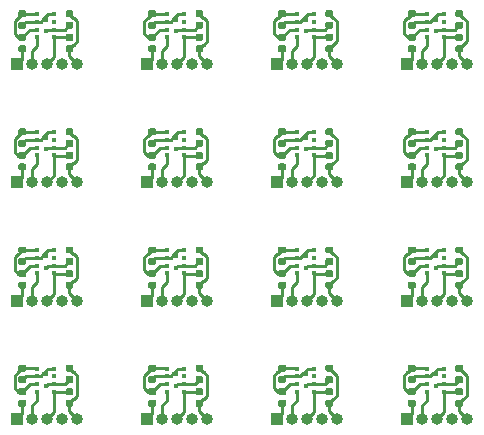
<source format=gbr>
G04 #@! TF.GenerationSoftware,KiCad,Pcbnew,5.1.5-52549c5~84~ubuntu18.04.1*
G04 #@! TF.CreationDate,2020-04-13T21:33:07+02:00*
G04 #@! TF.ProjectId,output.load_cell_panel,6f757470-7574-42e6-9c6f-61645f63656c,rev?*
G04 #@! TF.SameCoordinates,Original*
G04 #@! TF.FileFunction,Copper,L1,Top*
G04 #@! TF.FilePolarity,Positive*
%FSLAX46Y46*%
G04 Gerber Fmt 4.6, Leading zero omitted, Abs format (unit mm)*
G04 Created by KiCad (PCBNEW 5.1.5-52549c5~84~ubuntu18.04.1) date 2020-04-13 21:33:07*
%MOMM*%
%LPD*%
G04 APERTURE LIST*
%ADD10O,1.000000X1.000000*%
%ADD11R,1.000000X1.000000*%
%ADD12R,0.350000X0.350000*%
%ADD13C,0.100000*%
%ADD14C,0.400000*%
%ADD15C,0.250000*%
G04 APERTURE END LIST*
D10*
X168720000Y-104580000D03*
X167450000Y-104580000D03*
X166180000Y-104580000D03*
X164910000Y-104580000D03*
D11*
X163640000Y-104580000D03*
D10*
X157720000Y-104580000D03*
X156450000Y-104580000D03*
X155180000Y-104580000D03*
X153910000Y-104580000D03*
D11*
X152640000Y-104580000D03*
D10*
X146720000Y-104580000D03*
X145450000Y-104580000D03*
X144180000Y-104580000D03*
X142910000Y-104580000D03*
D11*
X141640000Y-104580000D03*
D10*
X135720000Y-104580000D03*
X134450000Y-104580000D03*
X133180000Y-104580000D03*
X131910000Y-104580000D03*
D11*
X130640000Y-104580000D03*
D10*
X168720000Y-94580000D03*
X167450000Y-94580000D03*
X166180000Y-94580000D03*
X164910000Y-94580000D03*
D11*
X163640000Y-94580000D03*
D10*
X157720000Y-94580000D03*
X156450000Y-94580000D03*
X155180000Y-94580000D03*
X153910000Y-94580000D03*
D11*
X152640000Y-94580000D03*
D10*
X146720000Y-94580000D03*
X145450000Y-94580000D03*
X144180000Y-94580000D03*
X142910000Y-94580000D03*
D11*
X141640000Y-94580000D03*
D10*
X135720000Y-94580000D03*
X134450000Y-94580000D03*
X133180000Y-94580000D03*
X131910000Y-94580000D03*
D11*
X130640000Y-94580000D03*
D10*
X168720000Y-84580000D03*
X167450000Y-84580000D03*
X166180000Y-84580000D03*
X164910000Y-84580000D03*
D11*
X163640000Y-84580000D03*
D10*
X157720000Y-84580000D03*
X156450000Y-84580000D03*
X155180000Y-84580000D03*
X153910000Y-84580000D03*
D11*
X152640000Y-84580000D03*
D10*
X146720000Y-84580000D03*
X145450000Y-84580000D03*
X144180000Y-84580000D03*
X142910000Y-84580000D03*
D11*
X141640000Y-84580000D03*
D10*
X135720000Y-84580000D03*
X134450000Y-84580000D03*
X133180000Y-84580000D03*
X131910000Y-84580000D03*
D11*
X130640000Y-84580000D03*
D10*
X168720000Y-74580000D03*
X167450000Y-74580000D03*
X166180000Y-74580000D03*
X164910000Y-74580000D03*
D11*
X163640000Y-74580000D03*
D10*
X157720000Y-74580000D03*
X156450000Y-74580000D03*
X155180000Y-74580000D03*
X153910000Y-74580000D03*
D11*
X152640000Y-74580000D03*
D10*
X146720000Y-74580000D03*
X145450000Y-74580000D03*
X144180000Y-74580000D03*
X142910000Y-74580000D03*
D11*
X141640000Y-74580000D03*
D12*
X166765000Y-102280001D03*
X165315000Y-102280001D03*
X166765000Y-100330001D03*
X165315000Y-100330001D03*
X166765000Y-101630001D03*
X165315000Y-101630001D03*
X166765000Y-100980001D03*
X165315000Y-100980001D03*
X155765000Y-102280001D03*
X154315000Y-102280001D03*
X155765000Y-100330001D03*
X154315000Y-100330001D03*
X155765000Y-101630001D03*
X154315000Y-101630001D03*
X155765000Y-100980001D03*
X154315000Y-100980001D03*
X144765000Y-102280001D03*
X143315000Y-102280001D03*
X144765000Y-100330001D03*
X143315000Y-100330001D03*
X144765000Y-101630001D03*
X143315000Y-101630001D03*
X144765000Y-100980001D03*
X143315000Y-100980001D03*
X133765000Y-102280001D03*
X132315000Y-102280001D03*
X133765000Y-100330001D03*
X132315000Y-100330001D03*
X133765000Y-101630001D03*
X132315000Y-101630001D03*
X133765000Y-100980001D03*
X132315000Y-100980001D03*
X166765000Y-92280001D03*
X165315000Y-92280001D03*
X166765000Y-90330001D03*
X165315000Y-90330001D03*
X166765000Y-91630001D03*
X165315000Y-91630001D03*
X166765000Y-90980001D03*
X165315000Y-90980001D03*
X155765000Y-92280001D03*
X154315000Y-92280001D03*
X155765000Y-90330001D03*
X154315000Y-90330001D03*
X155765000Y-91630001D03*
X154315000Y-91630001D03*
X155765000Y-90980001D03*
X154315000Y-90980001D03*
X144765000Y-92280001D03*
X143315000Y-92280001D03*
X144765000Y-90330001D03*
X143315000Y-90330001D03*
X144765000Y-91630001D03*
X143315000Y-91630001D03*
X144765000Y-90980001D03*
X143315000Y-90980001D03*
X133765000Y-92280001D03*
X132315000Y-92280001D03*
X133765000Y-90330001D03*
X132315000Y-90330001D03*
X133765000Y-91630001D03*
X132315000Y-91630001D03*
X133765000Y-90980001D03*
X132315000Y-90980001D03*
X166765000Y-82280001D03*
X165315000Y-82280001D03*
X166765000Y-80330001D03*
X165315000Y-80330001D03*
X166765000Y-81630001D03*
X165315000Y-81630001D03*
X166765000Y-80980001D03*
X165315000Y-80980001D03*
X155765000Y-82280001D03*
X154315000Y-82280001D03*
X155765000Y-80330001D03*
X154315000Y-80330001D03*
X155765000Y-81630001D03*
X154315000Y-81630001D03*
X155765000Y-80980001D03*
X154315000Y-80980001D03*
X144765000Y-82280001D03*
X143315000Y-82280001D03*
X144765000Y-80330001D03*
X143315000Y-80330001D03*
X144765000Y-81630001D03*
X143315000Y-81630001D03*
X144765000Y-80980001D03*
X143315000Y-80980001D03*
X133765000Y-82280001D03*
X132315000Y-82280001D03*
X133765000Y-80330001D03*
X132315000Y-80330001D03*
X133765000Y-81630001D03*
X132315000Y-81630001D03*
X133765000Y-80980001D03*
X132315000Y-80980001D03*
X166765000Y-72280001D03*
X165315000Y-72280001D03*
X166765000Y-70330001D03*
X165315000Y-70330001D03*
X166765000Y-71630001D03*
X165315000Y-71630001D03*
X166765000Y-70980001D03*
X165315000Y-70980001D03*
X155765000Y-72280001D03*
X154315000Y-72280001D03*
X155765000Y-70330001D03*
X154315000Y-70330001D03*
X155765000Y-71630001D03*
X154315000Y-71630001D03*
X155765000Y-70980001D03*
X154315000Y-70980001D03*
X144765000Y-72280001D03*
X143315000Y-72280001D03*
X144765000Y-70330001D03*
X143315000Y-70330001D03*
X144765000Y-71630001D03*
X143315000Y-71630001D03*
X144765000Y-70980001D03*
X143315000Y-70980001D03*
G04 #@! TA.AperFunction,SMDPad,CuDef*
D13*
G36*
X164226958Y-100000710D02*
G01*
X164241276Y-100002834D01*
X164255317Y-100006351D01*
X164268946Y-100011228D01*
X164282031Y-100017417D01*
X164294447Y-100024858D01*
X164306073Y-100033481D01*
X164316798Y-100043202D01*
X164326519Y-100053927D01*
X164335142Y-100065553D01*
X164342583Y-100077969D01*
X164348772Y-100091054D01*
X164353649Y-100104683D01*
X164357166Y-100118724D01*
X164359290Y-100133042D01*
X164360000Y-100147500D01*
X164360000Y-100442500D01*
X164359290Y-100456958D01*
X164357166Y-100471276D01*
X164353649Y-100485317D01*
X164348772Y-100498946D01*
X164342583Y-100512031D01*
X164335142Y-100524447D01*
X164326519Y-100536073D01*
X164316798Y-100546798D01*
X164306073Y-100556519D01*
X164294447Y-100565142D01*
X164282031Y-100572583D01*
X164268946Y-100578772D01*
X164255317Y-100583649D01*
X164241276Y-100587166D01*
X164226958Y-100589290D01*
X164212500Y-100590000D01*
X163867500Y-100590000D01*
X163853042Y-100589290D01*
X163838724Y-100587166D01*
X163824683Y-100583649D01*
X163811054Y-100578772D01*
X163797969Y-100572583D01*
X163785553Y-100565142D01*
X163773927Y-100556519D01*
X163763202Y-100546798D01*
X163753481Y-100536073D01*
X163744858Y-100524447D01*
X163737417Y-100512031D01*
X163731228Y-100498946D01*
X163726351Y-100485317D01*
X163722834Y-100471276D01*
X163720710Y-100456958D01*
X163720000Y-100442500D01*
X163720000Y-100147500D01*
X163720710Y-100133042D01*
X163722834Y-100118724D01*
X163726351Y-100104683D01*
X163731228Y-100091054D01*
X163737417Y-100077969D01*
X163744858Y-100065553D01*
X163753481Y-100053927D01*
X163763202Y-100043202D01*
X163773927Y-100033481D01*
X163785553Y-100024858D01*
X163797969Y-100017417D01*
X163811054Y-100011228D01*
X163824683Y-100006351D01*
X163838724Y-100002834D01*
X163853042Y-100000710D01*
X163867500Y-100000000D01*
X164212500Y-100000000D01*
X164226958Y-100000710D01*
G37*
G04 #@! TD.AperFunction*
G04 #@! TA.AperFunction,SMDPad,CuDef*
G36*
X164226958Y-100970710D02*
G01*
X164241276Y-100972834D01*
X164255317Y-100976351D01*
X164268946Y-100981228D01*
X164282031Y-100987417D01*
X164294447Y-100994858D01*
X164306073Y-101003481D01*
X164316798Y-101013202D01*
X164326519Y-101023927D01*
X164335142Y-101035553D01*
X164342583Y-101047969D01*
X164348772Y-101061054D01*
X164353649Y-101074683D01*
X164357166Y-101088724D01*
X164359290Y-101103042D01*
X164360000Y-101117500D01*
X164360000Y-101412500D01*
X164359290Y-101426958D01*
X164357166Y-101441276D01*
X164353649Y-101455317D01*
X164348772Y-101468946D01*
X164342583Y-101482031D01*
X164335142Y-101494447D01*
X164326519Y-101506073D01*
X164316798Y-101516798D01*
X164306073Y-101526519D01*
X164294447Y-101535142D01*
X164282031Y-101542583D01*
X164268946Y-101548772D01*
X164255317Y-101553649D01*
X164241276Y-101557166D01*
X164226958Y-101559290D01*
X164212500Y-101560000D01*
X163867500Y-101560000D01*
X163853042Y-101559290D01*
X163838724Y-101557166D01*
X163824683Y-101553649D01*
X163811054Y-101548772D01*
X163797969Y-101542583D01*
X163785553Y-101535142D01*
X163773927Y-101526519D01*
X163763202Y-101516798D01*
X163753481Y-101506073D01*
X163744858Y-101494447D01*
X163737417Y-101482031D01*
X163731228Y-101468946D01*
X163726351Y-101455317D01*
X163722834Y-101441276D01*
X163720710Y-101426958D01*
X163720000Y-101412500D01*
X163720000Y-101117500D01*
X163720710Y-101103042D01*
X163722834Y-101088724D01*
X163726351Y-101074683D01*
X163731228Y-101061054D01*
X163737417Y-101047969D01*
X163744858Y-101035553D01*
X163753481Y-101023927D01*
X163763202Y-101013202D01*
X163773927Y-101003481D01*
X163785553Y-100994858D01*
X163797969Y-100987417D01*
X163811054Y-100981228D01*
X163824683Y-100976351D01*
X163838724Y-100972834D01*
X163853042Y-100970710D01*
X163867500Y-100970000D01*
X164212500Y-100970000D01*
X164226958Y-100970710D01*
G37*
G04 #@! TD.AperFunction*
G04 #@! TA.AperFunction,SMDPad,CuDef*
G36*
X153226958Y-100000710D02*
G01*
X153241276Y-100002834D01*
X153255317Y-100006351D01*
X153268946Y-100011228D01*
X153282031Y-100017417D01*
X153294447Y-100024858D01*
X153306073Y-100033481D01*
X153316798Y-100043202D01*
X153326519Y-100053927D01*
X153335142Y-100065553D01*
X153342583Y-100077969D01*
X153348772Y-100091054D01*
X153353649Y-100104683D01*
X153357166Y-100118724D01*
X153359290Y-100133042D01*
X153360000Y-100147500D01*
X153360000Y-100442500D01*
X153359290Y-100456958D01*
X153357166Y-100471276D01*
X153353649Y-100485317D01*
X153348772Y-100498946D01*
X153342583Y-100512031D01*
X153335142Y-100524447D01*
X153326519Y-100536073D01*
X153316798Y-100546798D01*
X153306073Y-100556519D01*
X153294447Y-100565142D01*
X153282031Y-100572583D01*
X153268946Y-100578772D01*
X153255317Y-100583649D01*
X153241276Y-100587166D01*
X153226958Y-100589290D01*
X153212500Y-100590000D01*
X152867500Y-100590000D01*
X152853042Y-100589290D01*
X152838724Y-100587166D01*
X152824683Y-100583649D01*
X152811054Y-100578772D01*
X152797969Y-100572583D01*
X152785553Y-100565142D01*
X152773927Y-100556519D01*
X152763202Y-100546798D01*
X152753481Y-100536073D01*
X152744858Y-100524447D01*
X152737417Y-100512031D01*
X152731228Y-100498946D01*
X152726351Y-100485317D01*
X152722834Y-100471276D01*
X152720710Y-100456958D01*
X152720000Y-100442500D01*
X152720000Y-100147500D01*
X152720710Y-100133042D01*
X152722834Y-100118724D01*
X152726351Y-100104683D01*
X152731228Y-100091054D01*
X152737417Y-100077969D01*
X152744858Y-100065553D01*
X152753481Y-100053927D01*
X152763202Y-100043202D01*
X152773927Y-100033481D01*
X152785553Y-100024858D01*
X152797969Y-100017417D01*
X152811054Y-100011228D01*
X152824683Y-100006351D01*
X152838724Y-100002834D01*
X152853042Y-100000710D01*
X152867500Y-100000000D01*
X153212500Y-100000000D01*
X153226958Y-100000710D01*
G37*
G04 #@! TD.AperFunction*
G04 #@! TA.AperFunction,SMDPad,CuDef*
G36*
X153226958Y-100970710D02*
G01*
X153241276Y-100972834D01*
X153255317Y-100976351D01*
X153268946Y-100981228D01*
X153282031Y-100987417D01*
X153294447Y-100994858D01*
X153306073Y-101003481D01*
X153316798Y-101013202D01*
X153326519Y-101023927D01*
X153335142Y-101035553D01*
X153342583Y-101047969D01*
X153348772Y-101061054D01*
X153353649Y-101074683D01*
X153357166Y-101088724D01*
X153359290Y-101103042D01*
X153360000Y-101117500D01*
X153360000Y-101412500D01*
X153359290Y-101426958D01*
X153357166Y-101441276D01*
X153353649Y-101455317D01*
X153348772Y-101468946D01*
X153342583Y-101482031D01*
X153335142Y-101494447D01*
X153326519Y-101506073D01*
X153316798Y-101516798D01*
X153306073Y-101526519D01*
X153294447Y-101535142D01*
X153282031Y-101542583D01*
X153268946Y-101548772D01*
X153255317Y-101553649D01*
X153241276Y-101557166D01*
X153226958Y-101559290D01*
X153212500Y-101560000D01*
X152867500Y-101560000D01*
X152853042Y-101559290D01*
X152838724Y-101557166D01*
X152824683Y-101553649D01*
X152811054Y-101548772D01*
X152797969Y-101542583D01*
X152785553Y-101535142D01*
X152773927Y-101526519D01*
X152763202Y-101516798D01*
X152753481Y-101506073D01*
X152744858Y-101494447D01*
X152737417Y-101482031D01*
X152731228Y-101468946D01*
X152726351Y-101455317D01*
X152722834Y-101441276D01*
X152720710Y-101426958D01*
X152720000Y-101412500D01*
X152720000Y-101117500D01*
X152720710Y-101103042D01*
X152722834Y-101088724D01*
X152726351Y-101074683D01*
X152731228Y-101061054D01*
X152737417Y-101047969D01*
X152744858Y-101035553D01*
X152753481Y-101023927D01*
X152763202Y-101013202D01*
X152773927Y-101003481D01*
X152785553Y-100994858D01*
X152797969Y-100987417D01*
X152811054Y-100981228D01*
X152824683Y-100976351D01*
X152838724Y-100972834D01*
X152853042Y-100970710D01*
X152867500Y-100970000D01*
X153212500Y-100970000D01*
X153226958Y-100970710D01*
G37*
G04 #@! TD.AperFunction*
G04 #@! TA.AperFunction,SMDPad,CuDef*
G36*
X142226958Y-100000710D02*
G01*
X142241276Y-100002834D01*
X142255317Y-100006351D01*
X142268946Y-100011228D01*
X142282031Y-100017417D01*
X142294447Y-100024858D01*
X142306073Y-100033481D01*
X142316798Y-100043202D01*
X142326519Y-100053927D01*
X142335142Y-100065553D01*
X142342583Y-100077969D01*
X142348772Y-100091054D01*
X142353649Y-100104683D01*
X142357166Y-100118724D01*
X142359290Y-100133042D01*
X142360000Y-100147500D01*
X142360000Y-100442500D01*
X142359290Y-100456958D01*
X142357166Y-100471276D01*
X142353649Y-100485317D01*
X142348772Y-100498946D01*
X142342583Y-100512031D01*
X142335142Y-100524447D01*
X142326519Y-100536073D01*
X142316798Y-100546798D01*
X142306073Y-100556519D01*
X142294447Y-100565142D01*
X142282031Y-100572583D01*
X142268946Y-100578772D01*
X142255317Y-100583649D01*
X142241276Y-100587166D01*
X142226958Y-100589290D01*
X142212500Y-100590000D01*
X141867500Y-100590000D01*
X141853042Y-100589290D01*
X141838724Y-100587166D01*
X141824683Y-100583649D01*
X141811054Y-100578772D01*
X141797969Y-100572583D01*
X141785553Y-100565142D01*
X141773927Y-100556519D01*
X141763202Y-100546798D01*
X141753481Y-100536073D01*
X141744858Y-100524447D01*
X141737417Y-100512031D01*
X141731228Y-100498946D01*
X141726351Y-100485317D01*
X141722834Y-100471276D01*
X141720710Y-100456958D01*
X141720000Y-100442500D01*
X141720000Y-100147500D01*
X141720710Y-100133042D01*
X141722834Y-100118724D01*
X141726351Y-100104683D01*
X141731228Y-100091054D01*
X141737417Y-100077969D01*
X141744858Y-100065553D01*
X141753481Y-100053927D01*
X141763202Y-100043202D01*
X141773927Y-100033481D01*
X141785553Y-100024858D01*
X141797969Y-100017417D01*
X141811054Y-100011228D01*
X141824683Y-100006351D01*
X141838724Y-100002834D01*
X141853042Y-100000710D01*
X141867500Y-100000000D01*
X142212500Y-100000000D01*
X142226958Y-100000710D01*
G37*
G04 #@! TD.AperFunction*
G04 #@! TA.AperFunction,SMDPad,CuDef*
G36*
X142226958Y-100970710D02*
G01*
X142241276Y-100972834D01*
X142255317Y-100976351D01*
X142268946Y-100981228D01*
X142282031Y-100987417D01*
X142294447Y-100994858D01*
X142306073Y-101003481D01*
X142316798Y-101013202D01*
X142326519Y-101023927D01*
X142335142Y-101035553D01*
X142342583Y-101047969D01*
X142348772Y-101061054D01*
X142353649Y-101074683D01*
X142357166Y-101088724D01*
X142359290Y-101103042D01*
X142360000Y-101117500D01*
X142360000Y-101412500D01*
X142359290Y-101426958D01*
X142357166Y-101441276D01*
X142353649Y-101455317D01*
X142348772Y-101468946D01*
X142342583Y-101482031D01*
X142335142Y-101494447D01*
X142326519Y-101506073D01*
X142316798Y-101516798D01*
X142306073Y-101526519D01*
X142294447Y-101535142D01*
X142282031Y-101542583D01*
X142268946Y-101548772D01*
X142255317Y-101553649D01*
X142241276Y-101557166D01*
X142226958Y-101559290D01*
X142212500Y-101560000D01*
X141867500Y-101560000D01*
X141853042Y-101559290D01*
X141838724Y-101557166D01*
X141824683Y-101553649D01*
X141811054Y-101548772D01*
X141797969Y-101542583D01*
X141785553Y-101535142D01*
X141773927Y-101526519D01*
X141763202Y-101516798D01*
X141753481Y-101506073D01*
X141744858Y-101494447D01*
X141737417Y-101482031D01*
X141731228Y-101468946D01*
X141726351Y-101455317D01*
X141722834Y-101441276D01*
X141720710Y-101426958D01*
X141720000Y-101412500D01*
X141720000Y-101117500D01*
X141720710Y-101103042D01*
X141722834Y-101088724D01*
X141726351Y-101074683D01*
X141731228Y-101061054D01*
X141737417Y-101047969D01*
X141744858Y-101035553D01*
X141753481Y-101023927D01*
X141763202Y-101013202D01*
X141773927Y-101003481D01*
X141785553Y-100994858D01*
X141797969Y-100987417D01*
X141811054Y-100981228D01*
X141824683Y-100976351D01*
X141838724Y-100972834D01*
X141853042Y-100970710D01*
X141867500Y-100970000D01*
X142212500Y-100970000D01*
X142226958Y-100970710D01*
G37*
G04 #@! TD.AperFunction*
G04 #@! TA.AperFunction,SMDPad,CuDef*
G36*
X131226958Y-100000710D02*
G01*
X131241276Y-100002834D01*
X131255317Y-100006351D01*
X131268946Y-100011228D01*
X131282031Y-100017417D01*
X131294447Y-100024858D01*
X131306073Y-100033481D01*
X131316798Y-100043202D01*
X131326519Y-100053927D01*
X131335142Y-100065553D01*
X131342583Y-100077969D01*
X131348772Y-100091054D01*
X131353649Y-100104683D01*
X131357166Y-100118724D01*
X131359290Y-100133042D01*
X131360000Y-100147500D01*
X131360000Y-100442500D01*
X131359290Y-100456958D01*
X131357166Y-100471276D01*
X131353649Y-100485317D01*
X131348772Y-100498946D01*
X131342583Y-100512031D01*
X131335142Y-100524447D01*
X131326519Y-100536073D01*
X131316798Y-100546798D01*
X131306073Y-100556519D01*
X131294447Y-100565142D01*
X131282031Y-100572583D01*
X131268946Y-100578772D01*
X131255317Y-100583649D01*
X131241276Y-100587166D01*
X131226958Y-100589290D01*
X131212500Y-100590000D01*
X130867500Y-100590000D01*
X130853042Y-100589290D01*
X130838724Y-100587166D01*
X130824683Y-100583649D01*
X130811054Y-100578772D01*
X130797969Y-100572583D01*
X130785553Y-100565142D01*
X130773927Y-100556519D01*
X130763202Y-100546798D01*
X130753481Y-100536073D01*
X130744858Y-100524447D01*
X130737417Y-100512031D01*
X130731228Y-100498946D01*
X130726351Y-100485317D01*
X130722834Y-100471276D01*
X130720710Y-100456958D01*
X130720000Y-100442500D01*
X130720000Y-100147500D01*
X130720710Y-100133042D01*
X130722834Y-100118724D01*
X130726351Y-100104683D01*
X130731228Y-100091054D01*
X130737417Y-100077969D01*
X130744858Y-100065553D01*
X130753481Y-100053927D01*
X130763202Y-100043202D01*
X130773927Y-100033481D01*
X130785553Y-100024858D01*
X130797969Y-100017417D01*
X130811054Y-100011228D01*
X130824683Y-100006351D01*
X130838724Y-100002834D01*
X130853042Y-100000710D01*
X130867500Y-100000000D01*
X131212500Y-100000000D01*
X131226958Y-100000710D01*
G37*
G04 #@! TD.AperFunction*
G04 #@! TA.AperFunction,SMDPad,CuDef*
G36*
X131226958Y-100970710D02*
G01*
X131241276Y-100972834D01*
X131255317Y-100976351D01*
X131268946Y-100981228D01*
X131282031Y-100987417D01*
X131294447Y-100994858D01*
X131306073Y-101003481D01*
X131316798Y-101013202D01*
X131326519Y-101023927D01*
X131335142Y-101035553D01*
X131342583Y-101047969D01*
X131348772Y-101061054D01*
X131353649Y-101074683D01*
X131357166Y-101088724D01*
X131359290Y-101103042D01*
X131360000Y-101117500D01*
X131360000Y-101412500D01*
X131359290Y-101426958D01*
X131357166Y-101441276D01*
X131353649Y-101455317D01*
X131348772Y-101468946D01*
X131342583Y-101482031D01*
X131335142Y-101494447D01*
X131326519Y-101506073D01*
X131316798Y-101516798D01*
X131306073Y-101526519D01*
X131294447Y-101535142D01*
X131282031Y-101542583D01*
X131268946Y-101548772D01*
X131255317Y-101553649D01*
X131241276Y-101557166D01*
X131226958Y-101559290D01*
X131212500Y-101560000D01*
X130867500Y-101560000D01*
X130853042Y-101559290D01*
X130838724Y-101557166D01*
X130824683Y-101553649D01*
X130811054Y-101548772D01*
X130797969Y-101542583D01*
X130785553Y-101535142D01*
X130773927Y-101526519D01*
X130763202Y-101516798D01*
X130753481Y-101506073D01*
X130744858Y-101494447D01*
X130737417Y-101482031D01*
X130731228Y-101468946D01*
X130726351Y-101455317D01*
X130722834Y-101441276D01*
X130720710Y-101426958D01*
X130720000Y-101412500D01*
X130720000Y-101117500D01*
X130720710Y-101103042D01*
X130722834Y-101088724D01*
X130726351Y-101074683D01*
X130731228Y-101061054D01*
X130737417Y-101047969D01*
X130744858Y-101035553D01*
X130753481Y-101023927D01*
X130763202Y-101013202D01*
X130773927Y-101003481D01*
X130785553Y-100994858D01*
X130797969Y-100987417D01*
X130811054Y-100981228D01*
X130824683Y-100976351D01*
X130838724Y-100972834D01*
X130853042Y-100970710D01*
X130867500Y-100970000D01*
X131212500Y-100970000D01*
X131226958Y-100970710D01*
G37*
G04 #@! TD.AperFunction*
G04 #@! TA.AperFunction,SMDPad,CuDef*
G36*
X164226958Y-90000710D02*
G01*
X164241276Y-90002834D01*
X164255317Y-90006351D01*
X164268946Y-90011228D01*
X164282031Y-90017417D01*
X164294447Y-90024858D01*
X164306073Y-90033481D01*
X164316798Y-90043202D01*
X164326519Y-90053927D01*
X164335142Y-90065553D01*
X164342583Y-90077969D01*
X164348772Y-90091054D01*
X164353649Y-90104683D01*
X164357166Y-90118724D01*
X164359290Y-90133042D01*
X164360000Y-90147500D01*
X164360000Y-90442500D01*
X164359290Y-90456958D01*
X164357166Y-90471276D01*
X164353649Y-90485317D01*
X164348772Y-90498946D01*
X164342583Y-90512031D01*
X164335142Y-90524447D01*
X164326519Y-90536073D01*
X164316798Y-90546798D01*
X164306073Y-90556519D01*
X164294447Y-90565142D01*
X164282031Y-90572583D01*
X164268946Y-90578772D01*
X164255317Y-90583649D01*
X164241276Y-90587166D01*
X164226958Y-90589290D01*
X164212500Y-90590000D01*
X163867500Y-90590000D01*
X163853042Y-90589290D01*
X163838724Y-90587166D01*
X163824683Y-90583649D01*
X163811054Y-90578772D01*
X163797969Y-90572583D01*
X163785553Y-90565142D01*
X163773927Y-90556519D01*
X163763202Y-90546798D01*
X163753481Y-90536073D01*
X163744858Y-90524447D01*
X163737417Y-90512031D01*
X163731228Y-90498946D01*
X163726351Y-90485317D01*
X163722834Y-90471276D01*
X163720710Y-90456958D01*
X163720000Y-90442500D01*
X163720000Y-90147500D01*
X163720710Y-90133042D01*
X163722834Y-90118724D01*
X163726351Y-90104683D01*
X163731228Y-90091054D01*
X163737417Y-90077969D01*
X163744858Y-90065553D01*
X163753481Y-90053927D01*
X163763202Y-90043202D01*
X163773927Y-90033481D01*
X163785553Y-90024858D01*
X163797969Y-90017417D01*
X163811054Y-90011228D01*
X163824683Y-90006351D01*
X163838724Y-90002834D01*
X163853042Y-90000710D01*
X163867500Y-90000000D01*
X164212500Y-90000000D01*
X164226958Y-90000710D01*
G37*
G04 #@! TD.AperFunction*
G04 #@! TA.AperFunction,SMDPad,CuDef*
G36*
X164226958Y-90970710D02*
G01*
X164241276Y-90972834D01*
X164255317Y-90976351D01*
X164268946Y-90981228D01*
X164282031Y-90987417D01*
X164294447Y-90994858D01*
X164306073Y-91003481D01*
X164316798Y-91013202D01*
X164326519Y-91023927D01*
X164335142Y-91035553D01*
X164342583Y-91047969D01*
X164348772Y-91061054D01*
X164353649Y-91074683D01*
X164357166Y-91088724D01*
X164359290Y-91103042D01*
X164360000Y-91117500D01*
X164360000Y-91412500D01*
X164359290Y-91426958D01*
X164357166Y-91441276D01*
X164353649Y-91455317D01*
X164348772Y-91468946D01*
X164342583Y-91482031D01*
X164335142Y-91494447D01*
X164326519Y-91506073D01*
X164316798Y-91516798D01*
X164306073Y-91526519D01*
X164294447Y-91535142D01*
X164282031Y-91542583D01*
X164268946Y-91548772D01*
X164255317Y-91553649D01*
X164241276Y-91557166D01*
X164226958Y-91559290D01*
X164212500Y-91560000D01*
X163867500Y-91560000D01*
X163853042Y-91559290D01*
X163838724Y-91557166D01*
X163824683Y-91553649D01*
X163811054Y-91548772D01*
X163797969Y-91542583D01*
X163785553Y-91535142D01*
X163773927Y-91526519D01*
X163763202Y-91516798D01*
X163753481Y-91506073D01*
X163744858Y-91494447D01*
X163737417Y-91482031D01*
X163731228Y-91468946D01*
X163726351Y-91455317D01*
X163722834Y-91441276D01*
X163720710Y-91426958D01*
X163720000Y-91412500D01*
X163720000Y-91117500D01*
X163720710Y-91103042D01*
X163722834Y-91088724D01*
X163726351Y-91074683D01*
X163731228Y-91061054D01*
X163737417Y-91047969D01*
X163744858Y-91035553D01*
X163753481Y-91023927D01*
X163763202Y-91013202D01*
X163773927Y-91003481D01*
X163785553Y-90994858D01*
X163797969Y-90987417D01*
X163811054Y-90981228D01*
X163824683Y-90976351D01*
X163838724Y-90972834D01*
X163853042Y-90970710D01*
X163867500Y-90970000D01*
X164212500Y-90970000D01*
X164226958Y-90970710D01*
G37*
G04 #@! TD.AperFunction*
G04 #@! TA.AperFunction,SMDPad,CuDef*
G36*
X153226958Y-90000710D02*
G01*
X153241276Y-90002834D01*
X153255317Y-90006351D01*
X153268946Y-90011228D01*
X153282031Y-90017417D01*
X153294447Y-90024858D01*
X153306073Y-90033481D01*
X153316798Y-90043202D01*
X153326519Y-90053927D01*
X153335142Y-90065553D01*
X153342583Y-90077969D01*
X153348772Y-90091054D01*
X153353649Y-90104683D01*
X153357166Y-90118724D01*
X153359290Y-90133042D01*
X153360000Y-90147500D01*
X153360000Y-90442500D01*
X153359290Y-90456958D01*
X153357166Y-90471276D01*
X153353649Y-90485317D01*
X153348772Y-90498946D01*
X153342583Y-90512031D01*
X153335142Y-90524447D01*
X153326519Y-90536073D01*
X153316798Y-90546798D01*
X153306073Y-90556519D01*
X153294447Y-90565142D01*
X153282031Y-90572583D01*
X153268946Y-90578772D01*
X153255317Y-90583649D01*
X153241276Y-90587166D01*
X153226958Y-90589290D01*
X153212500Y-90590000D01*
X152867500Y-90590000D01*
X152853042Y-90589290D01*
X152838724Y-90587166D01*
X152824683Y-90583649D01*
X152811054Y-90578772D01*
X152797969Y-90572583D01*
X152785553Y-90565142D01*
X152773927Y-90556519D01*
X152763202Y-90546798D01*
X152753481Y-90536073D01*
X152744858Y-90524447D01*
X152737417Y-90512031D01*
X152731228Y-90498946D01*
X152726351Y-90485317D01*
X152722834Y-90471276D01*
X152720710Y-90456958D01*
X152720000Y-90442500D01*
X152720000Y-90147500D01*
X152720710Y-90133042D01*
X152722834Y-90118724D01*
X152726351Y-90104683D01*
X152731228Y-90091054D01*
X152737417Y-90077969D01*
X152744858Y-90065553D01*
X152753481Y-90053927D01*
X152763202Y-90043202D01*
X152773927Y-90033481D01*
X152785553Y-90024858D01*
X152797969Y-90017417D01*
X152811054Y-90011228D01*
X152824683Y-90006351D01*
X152838724Y-90002834D01*
X152853042Y-90000710D01*
X152867500Y-90000000D01*
X153212500Y-90000000D01*
X153226958Y-90000710D01*
G37*
G04 #@! TD.AperFunction*
G04 #@! TA.AperFunction,SMDPad,CuDef*
G36*
X153226958Y-90970710D02*
G01*
X153241276Y-90972834D01*
X153255317Y-90976351D01*
X153268946Y-90981228D01*
X153282031Y-90987417D01*
X153294447Y-90994858D01*
X153306073Y-91003481D01*
X153316798Y-91013202D01*
X153326519Y-91023927D01*
X153335142Y-91035553D01*
X153342583Y-91047969D01*
X153348772Y-91061054D01*
X153353649Y-91074683D01*
X153357166Y-91088724D01*
X153359290Y-91103042D01*
X153360000Y-91117500D01*
X153360000Y-91412500D01*
X153359290Y-91426958D01*
X153357166Y-91441276D01*
X153353649Y-91455317D01*
X153348772Y-91468946D01*
X153342583Y-91482031D01*
X153335142Y-91494447D01*
X153326519Y-91506073D01*
X153316798Y-91516798D01*
X153306073Y-91526519D01*
X153294447Y-91535142D01*
X153282031Y-91542583D01*
X153268946Y-91548772D01*
X153255317Y-91553649D01*
X153241276Y-91557166D01*
X153226958Y-91559290D01*
X153212500Y-91560000D01*
X152867500Y-91560000D01*
X152853042Y-91559290D01*
X152838724Y-91557166D01*
X152824683Y-91553649D01*
X152811054Y-91548772D01*
X152797969Y-91542583D01*
X152785553Y-91535142D01*
X152773927Y-91526519D01*
X152763202Y-91516798D01*
X152753481Y-91506073D01*
X152744858Y-91494447D01*
X152737417Y-91482031D01*
X152731228Y-91468946D01*
X152726351Y-91455317D01*
X152722834Y-91441276D01*
X152720710Y-91426958D01*
X152720000Y-91412500D01*
X152720000Y-91117500D01*
X152720710Y-91103042D01*
X152722834Y-91088724D01*
X152726351Y-91074683D01*
X152731228Y-91061054D01*
X152737417Y-91047969D01*
X152744858Y-91035553D01*
X152753481Y-91023927D01*
X152763202Y-91013202D01*
X152773927Y-91003481D01*
X152785553Y-90994858D01*
X152797969Y-90987417D01*
X152811054Y-90981228D01*
X152824683Y-90976351D01*
X152838724Y-90972834D01*
X152853042Y-90970710D01*
X152867500Y-90970000D01*
X153212500Y-90970000D01*
X153226958Y-90970710D01*
G37*
G04 #@! TD.AperFunction*
G04 #@! TA.AperFunction,SMDPad,CuDef*
G36*
X142226958Y-90000710D02*
G01*
X142241276Y-90002834D01*
X142255317Y-90006351D01*
X142268946Y-90011228D01*
X142282031Y-90017417D01*
X142294447Y-90024858D01*
X142306073Y-90033481D01*
X142316798Y-90043202D01*
X142326519Y-90053927D01*
X142335142Y-90065553D01*
X142342583Y-90077969D01*
X142348772Y-90091054D01*
X142353649Y-90104683D01*
X142357166Y-90118724D01*
X142359290Y-90133042D01*
X142360000Y-90147500D01*
X142360000Y-90442500D01*
X142359290Y-90456958D01*
X142357166Y-90471276D01*
X142353649Y-90485317D01*
X142348772Y-90498946D01*
X142342583Y-90512031D01*
X142335142Y-90524447D01*
X142326519Y-90536073D01*
X142316798Y-90546798D01*
X142306073Y-90556519D01*
X142294447Y-90565142D01*
X142282031Y-90572583D01*
X142268946Y-90578772D01*
X142255317Y-90583649D01*
X142241276Y-90587166D01*
X142226958Y-90589290D01*
X142212500Y-90590000D01*
X141867500Y-90590000D01*
X141853042Y-90589290D01*
X141838724Y-90587166D01*
X141824683Y-90583649D01*
X141811054Y-90578772D01*
X141797969Y-90572583D01*
X141785553Y-90565142D01*
X141773927Y-90556519D01*
X141763202Y-90546798D01*
X141753481Y-90536073D01*
X141744858Y-90524447D01*
X141737417Y-90512031D01*
X141731228Y-90498946D01*
X141726351Y-90485317D01*
X141722834Y-90471276D01*
X141720710Y-90456958D01*
X141720000Y-90442500D01*
X141720000Y-90147500D01*
X141720710Y-90133042D01*
X141722834Y-90118724D01*
X141726351Y-90104683D01*
X141731228Y-90091054D01*
X141737417Y-90077969D01*
X141744858Y-90065553D01*
X141753481Y-90053927D01*
X141763202Y-90043202D01*
X141773927Y-90033481D01*
X141785553Y-90024858D01*
X141797969Y-90017417D01*
X141811054Y-90011228D01*
X141824683Y-90006351D01*
X141838724Y-90002834D01*
X141853042Y-90000710D01*
X141867500Y-90000000D01*
X142212500Y-90000000D01*
X142226958Y-90000710D01*
G37*
G04 #@! TD.AperFunction*
G04 #@! TA.AperFunction,SMDPad,CuDef*
G36*
X142226958Y-90970710D02*
G01*
X142241276Y-90972834D01*
X142255317Y-90976351D01*
X142268946Y-90981228D01*
X142282031Y-90987417D01*
X142294447Y-90994858D01*
X142306073Y-91003481D01*
X142316798Y-91013202D01*
X142326519Y-91023927D01*
X142335142Y-91035553D01*
X142342583Y-91047969D01*
X142348772Y-91061054D01*
X142353649Y-91074683D01*
X142357166Y-91088724D01*
X142359290Y-91103042D01*
X142360000Y-91117500D01*
X142360000Y-91412500D01*
X142359290Y-91426958D01*
X142357166Y-91441276D01*
X142353649Y-91455317D01*
X142348772Y-91468946D01*
X142342583Y-91482031D01*
X142335142Y-91494447D01*
X142326519Y-91506073D01*
X142316798Y-91516798D01*
X142306073Y-91526519D01*
X142294447Y-91535142D01*
X142282031Y-91542583D01*
X142268946Y-91548772D01*
X142255317Y-91553649D01*
X142241276Y-91557166D01*
X142226958Y-91559290D01*
X142212500Y-91560000D01*
X141867500Y-91560000D01*
X141853042Y-91559290D01*
X141838724Y-91557166D01*
X141824683Y-91553649D01*
X141811054Y-91548772D01*
X141797969Y-91542583D01*
X141785553Y-91535142D01*
X141773927Y-91526519D01*
X141763202Y-91516798D01*
X141753481Y-91506073D01*
X141744858Y-91494447D01*
X141737417Y-91482031D01*
X141731228Y-91468946D01*
X141726351Y-91455317D01*
X141722834Y-91441276D01*
X141720710Y-91426958D01*
X141720000Y-91412500D01*
X141720000Y-91117500D01*
X141720710Y-91103042D01*
X141722834Y-91088724D01*
X141726351Y-91074683D01*
X141731228Y-91061054D01*
X141737417Y-91047969D01*
X141744858Y-91035553D01*
X141753481Y-91023927D01*
X141763202Y-91013202D01*
X141773927Y-91003481D01*
X141785553Y-90994858D01*
X141797969Y-90987417D01*
X141811054Y-90981228D01*
X141824683Y-90976351D01*
X141838724Y-90972834D01*
X141853042Y-90970710D01*
X141867500Y-90970000D01*
X142212500Y-90970000D01*
X142226958Y-90970710D01*
G37*
G04 #@! TD.AperFunction*
G04 #@! TA.AperFunction,SMDPad,CuDef*
G36*
X131226958Y-90000710D02*
G01*
X131241276Y-90002834D01*
X131255317Y-90006351D01*
X131268946Y-90011228D01*
X131282031Y-90017417D01*
X131294447Y-90024858D01*
X131306073Y-90033481D01*
X131316798Y-90043202D01*
X131326519Y-90053927D01*
X131335142Y-90065553D01*
X131342583Y-90077969D01*
X131348772Y-90091054D01*
X131353649Y-90104683D01*
X131357166Y-90118724D01*
X131359290Y-90133042D01*
X131360000Y-90147500D01*
X131360000Y-90442500D01*
X131359290Y-90456958D01*
X131357166Y-90471276D01*
X131353649Y-90485317D01*
X131348772Y-90498946D01*
X131342583Y-90512031D01*
X131335142Y-90524447D01*
X131326519Y-90536073D01*
X131316798Y-90546798D01*
X131306073Y-90556519D01*
X131294447Y-90565142D01*
X131282031Y-90572583D01*
X131268946Y-90578772D01*
X131255317Y-90583649D01*
X131241276Y-90587166D01*
X131226958Y-90589290D01*
X131212500Y-90590000D01*
X130867500Y-90590000D01*
X130853042Y-90589290D01*
X130838724Y-90587166D01*
X130824683Y-90583649D01*
X130811054Y-90578772D01*
X130797969Y-90572583D01*
X130785553Y-90565142D01*
X130773927Y-90556519D01*
X130763202Y-90546798D01*
X130753481Y-90536073D01*
X130744858Y-90524447D01*
X130737417Y-90512031D01*
X130731228Y-90498946D01*
X130726351Y-90485317D01*
X130722834Y-90471276D01*
X130720710Y-90456958D01*
X130720000Y-90442500D01*
X130720000Y-90147500D01*
X130720710Y-90133042D01*
X130722834Y-90118724D01*
X130726351Y-90104683D01*
X130731228Y-90091054D01*
X130737417Y-90077969D01*
X130744858Y-90065553D01*
X130753481Y-90053927D01*
X130763202Y-90043202D01*
X130773927Y-90033481D01*
X130785553Y-90024858D01*
X130797969Y-90017417D01*
X130811054Y-90011228D01*
X130824683Y-90006351D01*
X130838724Y-90002834D01*
X130853042Y-90000710D01*
X130867500Y-90000000D01*
X131212500Y-90000000D01*
X131226958Y-90000710D01*
G37*
G04 #@! TD.AperFunction*
G04 #@! TA.AperFunction,SMDPad,CuDef*
G36*
X131226958Y-90970710D02*
G01*
X131241276Y-90972834D01*
X131255317Y-90976351D01*
X131268946Y-90981228D01*
X131282031Y-90987417D01*
X131294447Y-90994858D01*
X131306073Y-91003481D01*
X131316798Y-91013202D01*
X131326519Y-91023927D01*
X131335142Y-91035553D01*
X131342583Y-91047969D01*
X131348772Y-91061054D01*
X131353649Y-91074683D01*
X131357166Y-91088724D01*
X131359290Y-91103042D01*
X131360000Y-91117500D01*
X131360000Y-91412500D01*
X131359290Y-91426958D01*
X131357166Y-91441276D01*
X131353649Y-91455317D01*
X131348772Y-91468946D01*
X131342583Y-91482031D01*
X131335142Y-91494447D01*
X131326519Y-91506073D01*
X131316798Y-91516798D01*
X131306073Y-91526519D01*
X131294447Y-91535142D01*
X131282031Y-91542583D01*
X131268946Y-91548772D01*
X131255317Y-91553649D01*
X131241276Y-91557166D01*
X131226958Y-91559290D01*
X131212500Y-91560000D01*
X130867500Y-91560000D01*
X130853042Y-91559290D01*
X130838724Y-91557166D01*
X130824683Y-91553649D01*
X130811054Y-91548772D01*
X130797969Y-91542583D01*
X130785553Y-91535142D01*
X130773927Y-91526519D01*
X130763202Y-91516798D01*
X130753481Y-91506073D01*
X130744858Y-91494447D01*
X130737417Y-91482031D01*
X130731228Y-91468946D01*
X130726351Y-91455317D01*
X130722834Y-91441276D01*
X130720710Y-91426958D01*
X130720000Y-91412500D01*
X130720000Y-91117500D01*
X130720710Y-91103042D01*
X130722834Y-91088724D01*
X130726351Y-91074683D01*
X130731228Y-91061054D01*
X130737417Y-91047969D01*
X130744858Y-91035553D01*
X130753481Y-91023927D01*
X130763202Y-91013202D01*
X130773927Y-91003481D01*
X130785553Y-90994858D01*
X130797969Y-90987417D01*
X130811054Y-90981228D01*
X130824683Y-90976351D01*
X130838724Y-90972834D01*
X130853042Y-90970710D01*
X130867500Y-90970000D01*
X131212500Y-90970000D01*
X131226958Y-90970710D01*
G37*
G04 #@! TD.AperFunction*
G04 #@! TA.AperFunction,SMDPad,CuDef*
G36*
X164226958Y-80000710D02*
G01*
X164241276Y-80002834D01*
X164255317Y-80006351D01*
X164268946Y-80011228D01*
X164282031Y-80017417D01*
X164294447Y-80024858D01*
X164306073Y-80033481D01*
X164316798Y-80043202D01*
X164326519Y-80053927D01*
X164335142Y-80065553D01*
X164342583Y-80077969D01*
X164348772Y-80091054D01*
X164353649Y-80104683D01*
X164357166Y-80118724D01*
X164359290Y-80133042D01*
X164360000Y-80147500D01*
X164360000Y-80442500D01*
X164359290Y-80456958D01*
X164357166Y-80471276D01*
X164353649Y-80485317D01*
X164348772Y-80498946D01*
X164342583Y-80512031D01*
X164335142Y-80524447D01*
X164326519Y-80536073D01*
X164316798Y-80546798D01*
X164306073Y-80556519D01*
X164294447Y-80565142D01*
X164282031Y-80572583D01*
X164268946Y-80578772D01*
X164255317Y-80583649D01*
X164241276Y-80587166D01*
X164226958Y-80589290D01*
X164212500Y-80590000D01*
X163867500Y-80590000D01*
X163853042Y-80589290D01*
X163838724Y-80587166D01*
X163824683Y-80583649D01*
X163811054Y-80578772D01*
X163797969Y-80572583D01*
X163785553Y-80565142D01*
X163773927Y-80556519D01*
X163763202Y-80546798D01*
X163753481Y-80536073D01*
X163744858Y-80524447D01*
X163737417Y-80512031D01*
X163731228Y-80498946D01*
X163726351Y-80485317D01*
X163722834Y-80471276D01*
X163720710Y-80456958D01*
X163720000Y-80442500D01*
X163720000Y-80147500D01*
X163720710Y-80133042D01*
X163722834Y-80118724D01*
X163726351Y-80104683D01*
X163731228Y-80091054D01*
X163737417Y-80077969D01*
X163744858Y-80065553D01*
X163753481Y-80053927D01*
X163763202Y-80043202D01*
X163773927Y-80033481D01*
X163785553Y-80024858D01*
X163797969Y-80017417D01*
X163811054Y-80011228D01*
X163824683Y-80006351D01*
X163838724Y-80002834D01*
X163853042Y-80000710D01*
X163867500Y-80000000D01*
X164212500Y-80000000D01*
X164226958Y-80000710D01*
G37*
G04 #@! TD.AperFunction*
G04 #@! TA.AperFunction,SMDPad,CuDef*
G36*
X164226958Y-80970710D02*
G01*
X164241276Y-80972834D01*
X164255317Y-80976351D01*
X164268946Y-80981228D01*
X164282031Y-80987417D01*
X164294447Y-80994858D01*
X164306073Y-81003481D01*
X164316798Y-81013202D01*
X164326519Y-81023927D01*
X164335142Y-81035553D01*
X164342583Y-81047969D01*
X164348772Y-81061054D01*
X164353649Y-81074683D01*
X164357166Y-81088724D01*
X164359290Y-81103042D01*
X164360000Y-81117500D01*
X164360000Y-81412500D01*
X164359290Y-81426958D01*
X164357166Y-81441276D01*
X164353649Y-81455317D01*
X164348772Y-81468946D01*
X164342583Y-81482031D01*
X164335142Y-81494447D01*
X164326519Y-81506073D01*
X164316798Y-81516798D01*
X164306073Y-81526519D01*
X164294447Y-81535142D01*
X164282031Y-81542583D01*
X164268946Y-81548772D01*
X164255317Y-81553649D01*
X164241276Y-81557166D01*
X164226958Y-81559290D01*
X164212500Y-81560000D01*
X163867500Y-81560000D01*
X163853042Y-81559290D01*
X163838724Y-81557166D01*
X163824683Y-81553649D01*
X163811054Y-81548772D01*
X163797969Y-81542583D01*
X163785553Y-81535142D01*
X163773927Y-81526519D01*
X163763202Y-81516798D01*
X163753481Y-81506073D01*
X163744858Y-81494447D01*
X163737417Y-81482031D01*
X163731228Y-81468946D01*
X163726351Y-81455317D01*
X163722834Y-81441276D01*
X163720710Y-81426958D01*
X163720000Y-81412500D01*
X163720000Y-81117500D01*
X163720710Y-81103042D01*
X163722834Y-81088724D01*
X163726351Y-81074683D01*
X163731228Y-81061054D01*
X163737417Y-81047969D01*
X163744858Y-81035553D01*
X163753481Y-81023927D01*
X163763202Y-81013202D01*
X163773927Y-81003481D01*
X163785553Y-80994858D01*
X163797969Y-80987417D01*
X163811054Y-80981228D01*
X163824683Y-80976351D01*
X163838724Y-80972834D01*
X163853042Y-80970710D01*
X163867500Y-80970000D01*
X164212500Y-80970000D01*
X164226958Y-80970710D01*
G37*
G04 #@! TD.AperFunction*
G04 #@! TA.AperFunction,SMDPad,CuDef*
G36*
X153226958Y-80000710D02*
G01*
X153241276Y-80002834D01*
X153255317Y-80006351D01*
X153268946Y-80011228D01*
X153282031Y-80017417D01*
X153294447Y-80024858D01*
X153306073Y-80033481D01*
X153316798Y-80043202D01*
X153326519Y-80053927D01*
X153335142Y-80065553D01*
X153342583Y-80077969D01*
X153348772Y-80091054D01*
X153353649Y-80104683D01*
X153357166Y-80118724D01*
X153359290Y-80133042D01*
X153360000Y-80147500D01*
X153360000Y-80442500D01*
X153359290Y-80456958D01*
X153357166Y-80471276D01*
X153353649Y-80485317D01*
X153348772Y-80498946D01*
X153342583Y-80512031D01*
X153335142Y-80524447D01*
X153326519Y-80536073D01*
X153316798Y-80546798D01*
X153306073Y-80556519D01*
X153294447Y-80565142D01*
X153282031Y-80572583D01*
X153268946Y-80578772D01*
X153255317Y-80583649D01*
X153241276Y-80587166D01*
X153226958Y-80589290D01*
X153212500Y-80590000D01*
X152867500Y-80590000D01*
X152853042Y-80589290D01*
X152838724Y-80587166D01*
X152824683Y-80583649D01*
X152811054Y-80578772D01*
X152797969Y-80572583D01*
X152785553Y-80565142D01*
X152773927Y-80556519D01*
X152763202Y-80546798D01*
X152753481Y-80536073D01*
X152744858Y-80524447D01*
X152737417Y-80512031D01*
X152731228Y-80498946D01*
X152726351Y-80485317D01*
X152722834Y-80471276D01*
X152720710Y-80456958D01*
X152720000Y-80442500D01*
X152720000Y-80147500D01*
X152720710Y-80133042D01*
X152722834Y-80118724D01*
X152726351Y-80104683D01*
X152731228Y-80091054D01*
X152737417Y-80077969D01*
X152744858Y-80065553D01*
X152753481Y-80053927D01*
X152763202Y-80043202D01*
X152773927Y-80033481D01*
X152785553Y-80024858D01*
X152797969Y-80017417D01*
X152811054Y-80011228D01*
X152824683Y-80006351D01*
X152838724Y-80002834D01*
X152853042Y-80000710D01*
X152867500Y-80000000D01*
X153212500Y-80000000D01*
X153226958Y-80000710D01*
G37*
G04 #@! TD.AperFunction*
G04 #@! TA.AperFunction,SMDPad,CuDef*
G36*
X153226958Y-80970710D02*
G01*
X153241276Y-80972834D01*
X153255317Y-80976351D01*
X153268946Y-80981228D01*
X153282031Y-80987417D01*
X153294447Y-80994858D01*
X153306073Y-81003481D01*
X153316798Y-81013202D01*
X153326519Y-81023927D01*
X153335142Y-81035553D01*
X153342583Y-81047969D01*
X153348772Y-81061054D01*
X153353649Y-81074683D01*
X153357166Y-81088724D01*
X153359290Y-81103042D01*
X153360000Y-81117500D01*
X153360000Y-81412500D01*
X153359290Y-81426958D01*
X153357166Y-81441276D01*
X153353649Y-81455317D01*
X153348772Y-81468946D01*
X153342583Y-81482031D01*
X153335142Y-81494447D01*
X153326519Y-81506073D01*
X153316798Y-81516798D01*
X153306073Y-81526519D01*
X153294447Y-81535142D01*
X153282031Y-81542583D01*
X153268946Y-81548772D01*
X153255317Y-81553649D01*
X153241276Y-81557166D01*
X153226958Y-81559290D01*
X153212500Y-81560000D01*
X152867500Y-81560000D01*
X152853042Y-81559290D01*
X152838724Y-81557166D01*
X152824683Y-81553649D01*
X152811054Y-81548772D01*
X152797969Y-81542583D01*
X152785553Y-81535142D01*
X152773927Y-81526519D01*
X152763202Y-81516798D01*
X152753481Y-81506073D01*
X152744858Y-81494447D01*
X152737417Y-81482031D01*
X152731228Y-81468946D01*
X152726351Y-81455317D01*
X152722834Y-81441276D01*
X152720710Y-81426958D01*
X152720000Y-81412500D01*
X152720000Y-81117500D01*
X152720710Y-81103042D01*
X152722834Y-81088724D01*
X152726351Y-81074683D01*
X152731228Y-81061054D01*
X152737417Y-81047969D01*
X152744858Y-81035553D01*
X152753481Y-81023927D01*
X152763202Y-81013202D01*
X152773927Y-81003481D01*
X152785553Y-80994858D01*
X152797969Y-80987417D01*
X152811054Y-80981228D01*
X152824683Y-80976351D01*
X152838724Y-80972834D01*
X152853042Y-80970710D01*
X152867500Y-80970000D01*
X153212500Y-80970000D01*
X153226958Y-80970710D01*
G37*
G04 #@! TD.AperFunction*
G04 #@! TA.AperFunction,SMDPad,CuDef*
G36*
X142226958Y-80000710D02*
G01*
X142241276Y-80002834D01*
X142255317Y-80006351D01*
X142268946Y-80011228D01*
X142282031Y-80017417D01*
X142294447Y-80024858D01*
X142306073Y-80033481D01*
X142316798Y-80043202D01*
X142326519Y-80053927D01*
X142335142Y-80065553D01*
X142342583Y-80077969D01*
X142348772Y-80091054D01*
X142353649Y-80104683D01*
X142357166Y-80118724D01*
X142359290Y-80133042D01*
X142360000Y-80147500D01*
X142360000Y-80442500D01*
X142359290Y-80456958D01*
X142357166Y-80471276D01*
X142353649Y-80485317D01*
X142348772Y-80498946D01*
X142342583Y-80512031D01*
X142335142Y-80524447D01*
X142326519Y-80536073D01*
X142316798Y-80546798D01*
X142306073Y-80556519D01*
X142294447Y-80565142D01*
X142282031Y-80572583D01*
X142268946Y-80578772D01*
X142255317Y-80583649D01*
X142241276Y-80587166D01*
X142226958Y-80589290D01*
X142212500Y-80590000D01*
X141867500Y-80590000D01*
X141853042Y-80589290D01*
X141838724Y-80587166D01*
X141824683Y-80583649D01*
X141811054Y-80578772D01*
X141797969Y-80572583D01*
X141785553Y-80565142D01*
X141773927Y-80556519D01*
X141763202Y-80546798D01*
X141753481Y-80536073D01*
X141744858Y-80524447D01*
X141737417Y-80512031D01*
X141731228Y-80498946D01*
X141726351Y-80485317D01*
X141722834Y-80471276D01*
X141720710Y-80456958D01*
X141720000Y-80442500D01*
X141720000Y-80147500D01*
X141720710Y-80133042D01*
X141722834Y-80118724D01*
X141726351Y-80104683D01*
X141731228Y-80091054D01*
X141737417Y-80077969D01*
X141744858Y-80065553D01*
X141753481Y-80053927D01*
X141763202Y-80043202D01*
X141773927Y-80033481D01*
X141785553Y-80024858D01*
X141797969Y-80017417D01*
X141811054Y-80011228D01*
X141824683Y-80006351D01*
X141838724Y-80002834D01*
X141853042Y-80000710D01*
X141867500Y-80000000D01*
X142212500Y-80000000D01*
X142226958Y-80000710D01*
G37*
G04 #@! TD.AperFunction*
G04 #@! TA.AperFunction,SMDPad,CuDef*
G36*
X142226958Y-80970710D02*
G01*
X142241276Y-80972834D01*
X142255317Y-80976351D01*
X142268946Y-80981228D01*
X142282031Y-80987417D01*
X142294447Y-80994858D01*
X142306073Y-81003481D01*
X142316798Y-81013202D01*
X142326519Y-81023927D01*
X142335142Y-81035553D01*
X142342583Y-81047969D01*
X142348772Y-81061054D01*
X142353649Y-81074683D01*
X142357166Y-81088724D01*
X142359290Y-81103042D01*
X142360000Y-81117500D01*
X142360000Y-81412500D01*
X142359290Y-81426958D01*
X142357166Y-81441276D01*
X142353649Y-81455317D01*
X142348772Y-81468946D01*
X142342583Y-81482031D01*
X142335142Y-81494447D01*
X142326519Y-81506073D01*
X142316798Y-81516798D01*
X142306073Y-81526519D01*
X142294447Y-81535142D01*
X142282031Y-81542583D01*
X142268946Y-81548772D01*
X142255317Y-81553649D01*
X142241276Y-81557166D01*
X142226958Y-81559290D01*
X142212500Y-81560000D01*
X141867500Y-81560000D01*
X141853042Y-81559290D01*
X141838724Y-81557166D01*
X141824683Y-81553649D01*
X141811054Y-81548772D01*
X141797969Y-81542583D01*
X141785553Y-81535142D01*
X141773927Y-81526519D01*
X141763202Y-81516798D01*
X141753481Y-81506073D01*
X141744858Y-81494447D01*
X141737417Y-81482031D01*
X141731228Y-81468946D01*
X141726351Y-81455317D01*
X141722834Y-81441276D01*
X141720710Y-81426958D01*
X141720000Y-81412500D01*
X141720000Y-81117500D01*
X141720710Y-81103042D01*
X141722834Y-81088724D01*
X141726351Y-81074683D01*
X141731228Y-81061054D01*
X141737417Y-81047969D01*
X141744858Y-81035553D01*
X141753481Y-81023927D01*
X141763202Y-81013202D01*
X141773927Y-81003481D01*
X141785553Y-80994858D01*
X141797969Y-80987417D01*
X141811054Y-80981228D01*
X141824683Y-80976351D01*
X141838724Y-80972834D01*
X141853042Y-80970710D01*
X141867500Y-80970000D01*
X142212500Y-80970000D01*
X142226958Y-80970710D01*
G37*
G04 #@! TD.AperFunction*
G04 #@! TA.AperFunction,SMDPad,CuDef*
G36*
X131226958Y-80000710D02*
G01*
X131241276Y-80002834D01*
X131255317Y-80006351D01*
X131268946Y-80011228D01*
X131282031Y-80017417D01*
X131294447Y-80024858D01*
X131306073Y-80033481D01*
X131316798Y-80043202D01*
X131326519Y-80053927D01*
X131335142Y-80065553D01*
X131342583Y-80077969D01*
X131348772Y-80091054D01*
X131353649Y-80104683D01*
X131357166Y-80118724D01*
X131359290Y-80133042D01*
X131360000Y-80147500D01*
X131360000Y-80442500D01*
X131359290Y-80456958D01*
X131357166Y-80471276D01*
X131353649Y-80485317D01*
X131348772Y-80498946D01*
X131342583Y-80512031D01*
X131335142Y-80524447D01*
X131326519Y-80536073D01*
X131316798Y-80546798D01*
X131306073Y-80556519D01*
X131294447Y-80565142D01*
X131282031Y-80572583D01*
X131268946Y-80578772D01*
X131255317Y-80583649D01*
X131241276Y-80587166D01*
X131226958Y-80589290D01*
X131212500Y-80590000D01*
X130867500Y-80590000D01*
X130853042Y-80589290D01*
X130838724Y-80587166D01*
X130824683Y-80583649D01*
X130811054Y-80578772D01*
X130797969Y-80572583D01*
X130785553Y-80565142D01*
X130773927Y-80556519D01*
X130763202Y-80546798D01*
X130753481Y-80536073D01*
X130744858Y-80524447D01*
X130737417Y-80512031D01*
X130731228Y-80498946D01*
X130726351Y-80485317D01*
X130722834Y-80471276D01*
X130720710Y-80456958D01*
X130720000Y-80442500D01*
X130720000Y-80147500D01*
X130720710Y-80133042D01*
X130722834Y-80118724D01*
X130726351Y-80104683D01*
X130731228Y-80091054D01*
X130737417Y-80077969D01*
X130744858Y-80065553D01*
X130753481Y-80053927D01*
X130763202Y-80043202D01*
X130773927Y-80033481D01*
X130785553Y-80024858D01*
X130797969Y-80017417D01*
X130811054Y-80011228D01*
X130824683Y-80006351D01*
X130838724Y-80002834D01*
X130853042Y-80000710D01*
X130867500Y-80000000D01*
X131212500Y-80000000D01*
X131226958Y-80000710D01*
G37*
G04 #@! TD.AperFunction*
G04 #@! TA.AperFunction,SMDPad,CuDef*
G36*
X131226958Y-80970710D02*
G01*
X131241276Y-80972834D01*
X131255317Y-80976351D01*
X131268946Y-80981228D01*
X131282031Y-80987417D01*
X131294447Y-80994858D01*
X131306073Y-81003481D01*
X131316798Y-81013202D01*
X131326519Y-81023927D01*
X131335142Y-81035553D01*
X131342583Y-81047969D01*
X131348772Y-81061054D01*
X131353649Y-81074683D01*
X131357166Y-81088724D01*
X131359290Y-81103042D01*
X131360000Y-81117500D01*
X131360000Y-81412500D01*
X131359290Y-81426958D01*
X131357166Y-81441276D01*
X131353649Y-81455317D01*
X131348772Y-81468946D01*
X131342583Y-81482031D01*
X131335142Y-81494447D01*
X131326519Y-81506073D01*
X131316798Y-81516798D01*
X131306073Y-81526519D01*
X131294447Y-81535142D01*
X131282031Y-81542583D01*
X131268946Y-81548772D01*
X131255317Y-81553649D01*
X131241276Y-81557166D01*
X131226958Y-81559290D01*
X131212500Y-81560000D01*
X130867500Y-81560000D01*
X130853042Y-81559290D01*
X130838724Y-81557166D01*
X130824683Y-81553649D01*
X130811054Y-81548772D01*
X130797969Y-81542583D01*
X130785553Y-81535142D01*
X130773927Y-81526519D01*
X130763202Y-81516798D01*
X130753481Y-81506073D01*
X130744858Y-81494447D01*
X130737417Y-81482031D01*
X130731228Y-81468946D01*
X130726351Y-81455317D01*
X130722834Y-81441276D01*
X130720710Y-81426958D01*
X130720000Y-81412500D01*
X130720000Y-81117500D01*
X130720710Y-81103042D01*
X130722834Y-81088724D01*
X130726351Y-81074683D01*
X130731228Y-81061054D01*
X130737417Y-81047969D01*
X130744858Y-81035553D01*
X130753481Y-81023927D01*
X130763202Y-81013202D01*
X130773927Y-81003481D01*
X130785553Y-80994858D01*
X130797969Y-80987417D01*
X130811054Y-80981228D01*
X130824683Y-80976351D01*
X130838724Y-80972834D01*
X130853042Y-80970710D01*
X130867500Y-80970000D01*
X131212500Y-80970000D01*
X131226958Y-80970710D01*
G37*
G04 #@! TD.AperFunction*
G04 #@! TA.AperFunction,SMDPad,CuDef*
G36*
X164226958Y-70000710D02*
G01*
X164241276Y-70002834D01*
X164255317Y-70006351D01*
X164268946Y-70011228D01*
X164282031Y-70017417D01*
X164294447Y-70024858D01*
X164306073Y-70033481D01*
X164316798Y-70043202D01*
X164326519Y-70053927D01*
X164335142Y-70065553D01*
X164342583Y-70077969D01*
X164348772Y-70091054D01*
X164353649Y-70104683D01*
X164357166Y-70118724D01*
X164359290Y-70133042D01*
X164360000Y-70147500D01*
X164360000Y-70442500D01*
X164359290Y-70456958D01*
X164357166Y-70471276D01*
X164353649Y-70485317D01*
X164348772Y-70498946D01*
X164342583Y-70512031D01*
X164335142Y-70524447D01*
X164326519Y-70536073D01*
X164316798Y-70546798D01*
X164306073Y-70556519D01*
X164294447Y-70565142D01*
X164282031Y-70572583D01*
X164268946Y-70578772D01*
X164255317Y-70583649D01*
X164241276Y-70587166D01*
X164226958Y-70589290D01*
X164212500Y-70590000D01*
X163867500Y-70590000D01*
X163853042Y-70589290D01*
X163838724Y-70587166D01*
X163824683Y-70583649D01*
X163811054Y-70578772D01*
X163797969Y-70572583D01*
X163785553Y-70565142D01*
X163773927Y-70556519D01*
X163763202Y-70546798D01*
X163753481Y-70536073D01*
X163744858Y-70524447D01*
X163737417Y-70512031D01*
X163731228Y-70498946D01*
X163726351Y-70485317D01*
X163722834Y-70471276D01*
X163720710Y-70456958D01*
X163720000Y-70442500D01*
X163720000Y-70147500D01*
X163720710Y-70133042D01*
X163722834Y-70118724D01*
X163726351Y-70104683D01*
X163731228Y-70091054D01*
X163737417Y-70077969D01*
X163744858Y-70065553D01*
X163753481Y-70053927D01*
X163763202Y-70043202D01*
X163773927Y-70033481D01*
X163785553Y-70024858D01*
X163797969Y-70017417D01*
X163811054Y-70011228D01*
X163824683Y-70006351D01*
X163838724Y-70002834D01*
X163853042Y-70000710D01*
X163867500Y-70000000D01*
X164212500Y-70000000D01*
X164226958Y-70000710D01*
G37*
G04 #@! TD.AperFunction*
G04 #@! TA.AperFunction,SMDPad,CuDef*
G36*
X164226958Y-70970710D02*
G01*
X164241276Y-70972834D01*
X164255317Y-70976351D01*
X164268946Y-70981228D01*
X164282031Y-70987417D01*
X164294447Y-70994858D01*
X164306073Y-71003481D01*
X164316798Y-71013202D01*
X164326519Y-71023927D01*
X164335142Y-71035553D01*
X164342583Y-71047969D01*
X164348772Y-71061054D01*
X164353649Y-71074683D01*
X164357166Y-71088724D01*
X164359290Y-71103042D01*
X164360000Y-71117500D01*
X164360000Y-71412500D01*
X164359290Y-71426958D01*
X164357166Y-71441276D01*
X164353649Y-71455317D01*
X164348772Y-71468946D01*
X164342583Y-71482031D01*
X164335142Y-71494447D01*
X164326519Y-71506073D01*
X164316798Y-71516798D01*
X164306073Y-71526519D01*
X164294447Y-71535142D01*
X164282031Y-71542583D01*
X164268946Y-71548772D01*
X164255317Y-71553649D01*
X164241276Y-71557166D01*
X164226958Y-71559290D01*
X164212500Y-71560000D01*
X163867500Y-71560000D01*
X163853042Y-71559290D01*
X163838724Y-71557166D01*
X163824683Y-71553649D01*
X163811054Y-71548772D01*
X163797969Y-71542583D01*
X163785553Y-71535142D01*
X163773927Y-71526519D01*
X163763202Y-71516798D01*
X163753481Y-71506073D01*
X163744858Y-71494447D01*
X163737417Y-71482031D01*
X163731228Y-71468946D01*
X163726351Y-71455317D01*
X163722834Y-71441276D01*
X163720710Y-71426958D01*
X163720000Y-71412500D01*
X163720000Y-71117500D01*
X163720710Y-71103042D01*
X163722834Y-71088724D01*
X163726351Y-71074683D01*
X163731228Y-71061054D01*
X163737417Y-71047969D01*
X163744858Y-71035553D01*
X163753481Y-71023927D01*
X163763202Y-71013202D01*
X163773927Y-71003481D01*
X163785553Y-70994858D01*
X163797969Y-70987417D01*
X163811054Y-70981228D01*
X163824683Y-70976351D01*
X163838724Y-70972834D01*
X163853042Y-70970710D01*
X163867500Y-70970000D01*
X164212500Y-70970000D01*
X164226958Y-70970710D01*
G37*
G04 #@! TD.AperFunction*
G04 #@! TA.AperFunction,SMDPad,CuDef*
G36*
X153226958Y-70000710D02*
G01*
X153241276Y-70002834D01*
X153255317Y-70006351D01*
X153268946Y-70011228D01*
X153282031Y-70017417D01*
X153294447Y-70024858D01*
X153306073Y-70033481D01*
X153316798Y-70043202D01*
X153326519Y-70053927D01*
X153335142Y-70065553D01*
X153342583Y-70077969D01*
X153348772Y-70091054D01*
X153353649Y-70104683D01*
X153357166Y-70118724D01*
X153359290Y-70133042D01*
X153360000Y-70147500D01*
X153360000Y-70442500D01*
X153359290Y-70456958D01*
X153357166Y-70471276D01*
X153353649Y-70485317D01*
X153348772Y-70498946D01*
X153342583Y-70512031D01*
X153335142Y-70524447D01*
X153326519Y-70536073D01*
X153316798Y-70546798D01*
X153306073Y-70556519D01*
X153294447Y-70565142D01*
X153282031Y-70572583D01*
X153268946Y-70578772D01*
X153255317Y-70583649D01*
X153241276Y-70587166D01*
X153226958Y-70589290D01*
X153212500Y-70590000D01*
X152867500Y-70590000D01*
X152853042Y-70589290D01*
X152838724Y-70587166D01*
X152824683Y-70583649D01*
X152811054Y-70578772D01*
X152797969Y-70572583D01*
X152785553Y-70565142D01*
X152773927Y-70556519D01*
X152763202Y-70546798D01*
X152753481Y-70536073D01*
X152744858Y-70524447D01*
X152737417Y-70512031D01*
X152731228Y-70498946D01*
X152726351Y-70485317D01*
X152722834Y-70471276D01*
X152720710Y-70456958D01*
X152720000Y-70442500D01*
X152720000Y-70147500D01*
X152720710Y-70133042D01*
X152722834Y-70118724D01*
X152726351Y-70104683D01*
X152731228Y-70091054D01*
X152737417Y-70077969D01*
X152744858Y-70065553D01*
X152753481Y-70053927D01*
X152763202Y-70043202D01*
X152773927Y-70033481D01*
X152785553Y-70024858D01*
X152797969Y-70017417D01*
X152811054Y-70011228D01*
X152824683Y-70006351D01*
X152838724Y-70002834D01*
X152853042Y-70000710D01*
X152867500Y-70000000D01*
X153212500Y-70000000D01*
X153226958Y-70000710D01*
G37*
G04 #@! TD.AperFunction*
G04 #@! TA.AperFunction,SMDPad,CuDef*
G36*
X153226958Y-70970710D02*
G01*
X153241276Y-70972834D01*
X153255317Y-70976351D01*
X153268946Y-70981228D01*
X153282031Y-70987417D01*
X153294447Y-70994858D01*
X153306073Y-71003481D01*
X153316798Y-71013202D01*
X153326519Y-71023927D01*
X153335142Y-71035553D01*
X153342583Y-71047969D01*
X153348772Y-71061054D01*
X153353649Y-71074683D01*
X153357166Y-71088724D01*
X153359290Y-71103042D01*
X153360000Y-71117500D01*
X153360000Y-71412500D01*
X153359290Y-71426958D01*
X153357166Y-71441276D01*
X153353649Y-71455317D01*
X153348772Y-71468946D01*
X153342583Y-71482031D01*
X153335142Y-71494447D01*
X153326519Y-71506073D01*
X153316798Y-71516798D01*
X153306073Y-71526519D01*
X153294447Y-71535142D01*
X153282031Y-71542583D01*
X153268946Y-71548772D01*
X153255317Y-71553649D01*
X153241276Y-71557166D01*
X153226958Y-71559290D01*
X153212500Y-71560000D01*
X152867500Y-71560000D01*
X152853042Y-71559290D01*
X152838724Y-71557166D01*
X152824683Y-71553649D01*
X152811054Y-71548772D01*
X152797969Y-71542583D01*
X152785553Y-71535142D01*
X152773927Y-71526519D01*
X152763202Y-71516798D01*
X152753481Y-71506073D01*
X152744858Y-71494447D01*
X152737417Y-71482031D01*
X152731228Y-71468946D01*
X152726351Y-71455317D01*
X152722834Y-71441276D01*
X152720710Y-71426958D01*
X152720000Y-71412500D01*
X152720000Y-71117500D01*
X152720710Y-71103042D01*
X152722834Y-71088724D01*
X152726351Y-71074683D01*
X152731228Y-71061054D01*
X152737417Y-71047969D01*
X152744858Y-71035553D01*
X152753481Y-71023927D01*
X152763202Y-71013202D01*
X152773927Y-71003481D01*
X152785553Y-70994858D01*
X152797969Y-70987417D01*
X152811054Y-70981228D01*
X152824683Y-70976351D01*
X152838724Y-70972834D01*
X152853042Y-70970710D01*
X152867500Y-70970000D01*
X153212500Y-70970000D01*
X153226958Y-70970710D01*
G37*
G04 #@! TD.AperFunction*
G04 #@! TA.AperFunction,SMDPad,CuDef*
G36*
X142226958Y-70000710D02*
G01*
X142241276Y-70002834D01*
X142255317Y-70006351D01*
X142268946Y-70011228D01*
X142282031Y-70017417D01*
X142294447Y-70024858D01*
X142306073Y-70033481D01*
X142316798Y-70043202D01*
X142326519Y-70053927D01*
X142335142Y-70065553D01*
X142342583Y-70077969D01*
X142348772Y-70091054D01*
X142353649Y-70104683D01*
X142357166Y-70118724D01*
X142359290Y-70133042D01*
X142360000Y-70147500D01*
X142360000Y-70442500D01*
X142359290Y-70456958D01*
X142357166Y-70471276D01*
X142353649Y-70485317D01*
X142348772Y-70498946D01*
X142342583Y-70512031D01*
X142335142Y-70524447D01*
X142326519Y-70536073D01*
X142316798Y-70546798D01*
X142306073Y-70556519D01*
X142294447Y-70565142D01*
X142282031Y-70572583D01*
X142268946Y-70578772D01*
X142255317Y-70583649D01*
X142241276Y-70587166D01*
X142226958Y-70589290D01*
X142212500Y-70590000D01*
X141867500Y-70590000D01*
X141853042Y-70589290D01*
X141838724Y-70587166D01*
X141824683Y-70583649D01*
X141811054Y-70578772D01*
X141797969Y-70572583D01*
X141785553Y-70565142D01*
X141773927Y-70556519D01*
X141763202Y-70546798D01*
X141753481Y-70536073D01*
X141744858Y-70524447D01*
X141737417Y-70512031D01*
X141731228Y-70498946D01*
X141726351Y-70485317D01*
X141722834Y-70471276D01*
X141720710Y-70456958D01*
X141720000Y-70442500D01*
X141720000Y-70147500D01*
X141720710Y-70133042D01*
X141722834Y-70118724D01*
X141726351Y-70104683D01*
X141731228Y-70091054D01*
X141737417Y-70077969D01*
X141744858Y-70065553D01*
X141753481Y-70053927D01*
X141763202Y-70043202D01*
X141773927Y-70033481D01*
X141785553Y-70024858D01*
X141797969Y-70017417D01*
X141811054Y-70011228D01*
X141824683Y-70006351D01*
X141838724Y-70002834D01*
X141853042Y-70000710D01*
X141867500Y-70000000D01*
X142212500Y-70000000D01*
X142226958Y-70000710D01*
G37*
G04 #@! TD.AperFunction*
G04 #@! TA.AperFunction,SMDPad,CuDef*
G36*
X142226958Y-70970710D02*
G01*
X142241276Y-70972834D01*
X142255317Y-70976351D01*
X142268946Y-70981228D01*
X142282031Y-70987417D01*
X142294447Y-70994858D01*
X142306073Y-71003481D01*
X142316798Y-71013202D01*
X142326519Y-71023927D01*
X142335142Y-71035553D01*
X142342583Y-71047969D01*
X142348772Y-71061054D01*
X142353649Y-71074683D01*
X142357166Y-71088724D01*
X142359290Y-71103042D01*
X142360000Y-71117500D01*
X142360000Y-71412500D01*
X142359290Y-71426958D01*
X142357166Y-71441276D01*
X142353649Y-71455317D01*
X142348772Y-71468946D01*
X142342583Y-71482031D01*
X142335142Y-71494447D01*
X142326519Y-71506073D01*
X142316798Y-71516798D01*
X142306073Y-71526519D01*
X142294447Y-71535142D01*
X142282031Y-71542583D01*
X142268946Y-71548772D01*
X142255317Y-71553649D01*
X142241276Y-71557166D01*
X142226958Y-71559290D01*
X142212500Y-71560000D01*
X141867500Y-71560000D01*
X141853042Y-71559290D01*
X141838724Y-71557166D01*
X141824683Y-71553649D01*
X141811054Y-71548772D01*
X141797969Y-71542583D01*
X141785553Y-71535142D01*
X141773927Y-71526519D01*
X141763202Y-71516798D01*
X141753481Y-71506073D01*
X141744858Y-71494447D01*
X141737417Y-71482031D01*
X141731228Y-71468946D01*
X141726351Y-71455317D01*
X141722834Y-71441276D01*
X141720710Y-71426958D01*
X141720000Y-71412500D01*
X141720000Y-71117500D01*
X141720710Y-71103042D01*
X141722834Y-71088724D01*
X141726351Y-71074683D01*
X141731228Y-71061054D01*
X141737417Y-71047969D01*
X141744858Y-71035553D01*
X141753481Y-71023927D01*
X141763202Y-71013202D01*
X141773927Y-71003481D01*
X141785553Y-70994858D01*
X141797969Y-70987417D01*
X141811054Y-70981228D01*
X141824683Y-70976351D01*
X141838724Y-70972834D01*
X141853042Y-70970710D01*
X141867500Y-70970000D01*
X142212500Y-70970000D01*
X142226958Y-70970710D01*
G37*
G04 #@! TD.AperFunction*
G04 #@! TA.AperFunction,SMDPad,CuDef*
G36*
X164226958Y-102970710D02*
G01*
X164241276Y-102972834D01*
X164255317Y-102976351D01*
X164268946Y-102981228D01*
X164282031Y-102987417D01*
X164294447Y-102994858D01*
X164306073Y-103003481D01*
X164316798Y-103013202D01*
X164326519Y-103023927D01*
X164335142Y-103035553D01*
X164342583Y-103047969D01*
X164348772Y-103061054D01*
X164353649Y-103074683D01*
X164357166Y-103088724D01*
X164359290Y-103103042D01*
X164360000Y-103117500D01*
X164360000Y-103412500D01*
X164359290Y-103426958D01*
X164357166Y-103441276D01*
X164353649Y-103455317D01*
X164348772Y-103468946D01*
X164342583Y-103482031D01*
X164335142Y-103494447D01*
X164326519Y-103506073D01*
X164316798Y-103516798D01*
X164306073Y-103526519D01*
X164294447Y-103535142D01*
X164282031Y-103542583D01*
X164268946Y-103548772D01*
X164255317Y-103553649D01*
X164241276Y-103557166D01*
X164226958Y-103559290D01*
X164212500Y-103560000D01*
X163867500Y-103560000D01*
X163853042Y-103559290D01*
X163838724Y-103557166D01*
X163824683Y-103553649D01*
X163811054Y-103548772D01*
X163797969Y-103542583D01*
X163785553Y-103535142D01*
X163773927Y-103526519D01*
X163763202Y-103516798D01*
X163753481Y-103506073D01*
X163744858Y-103494447D01*
X163737417Y-103482031D01*
X163731228Y-103468946D01*
X163726351Y-103455317D01*
X163722834Y-103441276D01*
X163720710Y-103426958D01*
X163720000Y-103412500D01*
X163720000Y-103117500D01*
X163720710Y-103103042D01*
X163722834Y-103088724D01*
X163726351Y-103074683D01*
X163731228Y-103061054D01*
X163737417Y-103047969D01*
X163744858Y-103035553D01*
X163753481Y-103023927D01*
X163763202Y-103013202D01*
X163773927Y-103003481D01*
X163785553Y-102994858D01*
X163797969Y-102987417D01*
X163811054Y-102981228D01*
X163824683Y-102976351D01*
X163838724Y-102972834D01*
X163853042Y-102970710D01*
X163867500Y-102970000D01*
X164212500Y-102970000D01*
X164226958Y-102970710D01*
G37*
G04 #@! TD.AperFunction*
G04 #@! TA.AperFunction,SMDPad,CuDef*
G36*
X164226958Y-102000710D02*
G01*
X164241276Y-102002834D01*
X164255317Y-102006351D01*
X164268946Y-102011228D01*
X164282031Y-102017417D01*
X164294447Y-102024858D01*
X164306073Y-102033481D01*
X164316798Y-102043202D01*
X164326519Y-102053927D01*
X164335142Y-102065553D01*
X164342583Y-102077969D01*
X164348772Y-102091054D01*
X164353649Y-102104683D01*
X164357166Y-102118724D01*
X164359290Y-102133042D01*
X164360000Y-102147500D01*
X164360000Y-102442500D01*
X164359290Y-102456958D01*
X164357166Y-102471276D01*
X164353649Y-102485317D01*
X164348772Y-102498946D01*
X164342583Y-102512031D01*
X164335142Y-102524447D01*
X164326519Y-102536073D01*
X164316798Y-102546798D01*
X164306073Y-102556519D01*
X164294447Y-102565142D01*
X164282031Y-102572583D01*
X164268946Y-102578772D01*
X164255317Y-102583649D01*
X164241276Y-102587166D01*
X164226958Y-102589290D01*
X164212500Y-102590000D01*
X163867500Y-102590000D01*
X163853042Y-102589290D01*
X163838724Y-102587166D01*
X163824683Y-102583649D01*
X163811054Y-102578772D01*
X163797969Y-102572583D01*
X163785553Y-102565142D01*
X163773927Y-102556519D01*
X163763202Y-102546798D01*
X163753481Y-102536073D01*
X163744858Y-102524447D01*
X163737417Y-102512031D01*
X163731228Y-102498946D01*
X163726351Y-102485317D01*
X163722834Y-102471276D01*
X163720710Y-102456958D01*
X163720000Y-102442500D01*
X163720000Y-102147500D01*
X163720710Y-102133042D01*
X163722834Y-102118724D01*
X163726351Y-102104683D01*
X163731228Y-102091054D01*
X163737417Y-102077969D01*
X163744858Y-102065553D01*
X163753481Y-102053927D01*
X163763202Y-102043202D01*
X163773927Y-102033481D01*
X163785553Y-102024858D01*
X163797969Y-102017417D01*
X163811054Y-102011228D01*
X163824683Y-102006351D01*
X163838724Y-102002834D01*
X163853042Y-102000710D01*
X163867500Y-102000000D01*
X164212500Y-102000000D01*
X164226958Y-102000710D01*
G37*
G04 #@! TD.AperFunction*
G04 #@! TA.AperFunction,SMDPad,CuDef*
G36*
X153226958Y-102970710D02*
G01*
X153241276Y-102972834D01*
X153255317Y-102976351D01*
X153268946Y-102981228D01*
X153282031Y-102987417D01*
X153294447Y-102994858D01*
X153306073Y-103003481D01*
X153316798Y-103013202D01*
X153326519Y-103023927D01*
X153335142Y-103035553D01*
X153342583Y-103047969D01*
X153348772Y-103061054D01*
X153353649Y-103074683D01*
X153357166Y-103088724D01*
X153359290Y-103103042D01*
X153360000Y-103117500D01*
X153360000Y-103412500D01*
X153359290Y-103426958D01*
X153357166Y-103441276D01*
X153353649Y-103455317D01*
X153348772Y-103468946D01*
X153342583Y-103482031D01*
X153335142Y-103494447D01*
X153326519Y-103506073D01*
X153316798Y-103516798D01*
X153306073Y-103526519D01*
X153294447Y-103535142D01*
X153282031Y-103542583D01*
X153268946Y-103548772D01*
X153255317Y-103553649D01*
X153241276Y-103557166D01*
X153226958Y-103559290D01*
X153212500Y-103560000D01*
X152867500Y-103560000D01*
X152853042Y-103559290D01*
X152838724Y-103557166D01*
X152824683Y-103553649D01*
X152811054Y-103548772D01*
X152797969Y-103542583D01*
X152785553Y-103535142D01*
X152773927Y-103526519D01*
X152763202Y-103516798D01*
X152753481Y-103506073D01*
X152744858Y-103494447D01*
X152737417Y-103482031D01*
X152731228Y-103468946D01*
X152726351Y-103455317D01*
X152722834Y-103441276D01*
X152720710Y-103426958D01*
X152720000Y-103412500D01*
X152720000Y-103117500D01*
X152720710Y-103103042D01*
X152722834Y-103088724D01*
X152726351Y-103074683D01*
X152731228Y-103061054D01*
X152737417Y-103047969D01*
X152744858Y-103035553D01*
X152753481Y-103023927D01*
X152763202Y-103013202D01*
X152773927Y-103003481D01*
X152785553Y-102994858D01*
X152797969Y-102987417D01*
X152811054Y-102981228D01*
X152824683Y-102976351D01*
X152838724Y-102972834D01*
X152853042Y-102970710D01*
X152867500Y-102970000D01*
X153212500Y-102970000D01*
X153226958Y-102970710D01*
G37*
G04 #@! TD.AperFunction*
G04 #@! TA.AperFunction,SMDPad,CuDef*
G36*
X153226958Y-102000710D02*
G01*
X153241276Y-102002834D01*
X153255317Y-102006351D01*
X153268946Y-102011228D01*
X153282031Y-102017417D01*
X153294447Y-102024858D01*
X153306073Y-102033481D01*
X153316798Y-102043202D01*
X153326519Y-102053927D01*
X153335142Y-102065553D01*
X153342583Y-102077969D01*
X153348772Y-102091054D01*
X153353649Y-102104683D01*
X153357166Y-102118724D01*
X153359290Y-102133042D01*
X153360000Y-102147500D01*
X153360000Y-102442500D01*
X153359290Y-102456958D01*
X153357166Y-102471276D01*
X153353649Y-102485317D01*
X153348772Y-102498946D01*
X153342583Y-102512031D01*
X153335142Y-102524447D01*
X153326519Y-102536073D01*
X153316798Y-102546798D01*
X153306073Y-102556519D01*
X153294447Y-102565142D01*
X153282031Y-102572583D01*
X153268946Y-102578772D01*
X153255317Y-102583649D01*
X153241276Y-102587166D01*
X153226958Y-102589290D01*
X153212500Y-102590000D01*
X152867500Y-102590000D01*
X152853042Y-102589290D01*
X152838724Y-102587166D01*
X152824683Y-102583649D01*
X152811054Y-102578772D01*
X152797969Y-102572583D01*
X152785553Y-102565142D01*
X152773927Y-102556519D01*
X152763202Y-102546798D01*
X152753481Y-102536073D01*
X152744858Y-102524447D01*
X152737417Y-102512031D01*
X152731228Y-102498946D01*
X152726351Y-102485317D01*
X152722834Y-102471276D01*
X152720710Y-102456958D01*
X152720000Y-102442500D01*
X152720000Y-102147500D01*
X152720710Y-102133042D01*
X152722834Y-102118724D01*
X152726351Y-102104683D01*
X152731228Y-102091054D01*
X152737417Y-102077969D01*
X152744858Y-102065553D01*
X152753481Y-102053927D01*
X152763202Y-102043202D01*
X152773927Y-102033481D01*
X152785553Y-102024858D01*
X152797969Y-102017417D01*
X152811054Y-102011228D01*
X152824683Y-102006351D01*
X152838724Y-102002834D01*
X152853042Y-102000710D01*
X152867500Y-102000000D01*
X153212500Y-102000000D01*
X153226958Y-102000710D01*
G37*
G04 #@! TD.AperFunction*
G04 #@! TA.AperFunction,SMDPad,CuDef*
G36*
X142226958Y-102970710D02*
G01*
X142241276Y-102972834D01*
X142255317Y-102976351D01*
X142268946Y-102981228D01*
X142282031Y-102987417D01*
X142294447Y-102994858D01*
X142306073Y-103003481D01*
X142316798Y-103013202D01*
X142326519Y-103023927D01*
X142335142Y-103035553D01*
X142342583Y-103047969D01*
X142348772Y-103061054D01*
X142353649Y-103074683D01*
X142357166Y-103088724D01*
X142359290Y-103103042D01*
X142360000Y-103117500D01*
X142360000Y-103412500D01*
X142359290Y-103426958D01*
X142357166Y-103441276D01*
X142353649Y-103455317D01*
X142348772Y-103468946D01*
X142342583Y-103482031D01*
X142335142Y-103494447D01*
X142326519Y-103506073D01*
X142316798Y-103516798D01*
X142306073Y-103526519D01*
X142294447Y-103535142D01*
X142282031Y-103542583D01*
X142268946Y-103548772D01*
X142255317Y-103553649D01*
X142241276Y-103557166D01*
X142226958Y-103559290D01*
X142212500Y-103560000D01*
X141867500Y-103560000D01*
X141853042Y-103559290D01*
X141838724Y-103557166D01*
X141824683Y-103553649D01*
X141811054Y-103548772D01*
X141797969Y-103542583D01*
X141785553Y-103535142D01*
X141773927Y-103526519D01*
X141763202Y-103516798D01*
X141753481Y-103506073D01*
X141744858Y-103494447D01*
X141737417Y-103482031D01*
X141731228Y-103468946D01*
X141726351Y-103455317D01*
X141722834Y-103441276D01*
X141720710Y-103426958D01*
X141720000Y-103412500D01*
X141720000Y-103117500D01*
X141720710Y-103103042D01*
X141722834Y-103088724D01*
X141726351Y-103074683D01*
X141731228Y-103061054D01*
X141737417Y-103047969D01*
X141744858Y-103035553D01*
X141753481Y-103023927D01*
X141763202Y-103013202D01*
X141773927Y-103003481D01*
X141785553Y-102994858D01*
X141797969Y-102987417D01*
X141811054Y-102981228D01*
X141824683Y-102976351D01*
X141838724Y-102972834D01*
X141853042Y-102970710D01*
X141867500Y-102970000D01*
X142212500Y-102970000D01*
X142226958Y-102970710D01*
G37*
G04 #@! TD.AperFunction*
G04 #@! TA.AperFunction,SMDPad,CuDef*
G36*
X142226958Y-102000710D02*
G01*
X142241276Y-102002834D01*
X142255317Y-102006351D01*
X142268946Y-102011228D01*
X142282031Y-102017417D01*
X142294447Y-102024858D01*
X142306073Y-102033481D01*
X142316798Y-102043202D01*
X142326519Y-102053927D01*
X142335142Y-102065553D01*
X142342583Y-102077969D01*
X142348772Y-102091054D01*
X142353649Y-102104683D01*
X142357166Y-102118724D01*
X142359290Y-102133042D01*
X142360000Y-102147500D01*
X142360000Y-102442500D01*
X142359290Y-102456958D01*
X142357166Y-102471276D01*
X142353649Y-102485317D01*
X142348772Y-102498946D01*
X142342583Y-102512031D01*
X142335142Y-102524447D01*
X142326519Y-102536073D01*
X142316798Y-102546798D01*
X142306073Y-102556519D01*
X142294447Y-102565142D01*
X142282031Y-102572583D01*
X142268946Y-102578772D01*
X142255317Y-102583649D01*
X142241276Y-102587166D01*
X142226958Y-102589290D01*
X142212500Y-102590000D01*
X141867500Y-102590000D01*
X141853042Y-102589290D01*
X141838724Y-102587166D01*
X141824683Y-102583649D01*
X141811054Y-102578772D01*
X141797969Y-102572583D01*
X141785553Y-102565142D01*
X141773927Y-102556519D01*
X141763202Y-102546798D01*
X141753481Y-102536073D01*
X141744858Y-102524447D01*
X141737417Y-102512031D01*
X141731228Y-102498946D01*
X141726351Y-102485317D01*
X141722834Y-102471276D01*
X141720710Y-102456958D01*
X141720000Y-102442500D01*
X141720000Y-102147500D01*
X141720710Y-102133042D01*
X141722834Y-102118724D01*
X141726351Y-102104683D01*
X141731228Y-102091054D01*
X141737417Y-102077969D01*
X141744858Y-102065553D01*
X141753481Y-102053927D01*
X141763202Y-102043202D01*
X141773927Y-102033481D01*
X141785553Y-102024858D01*
X141797969Y-102017417D01*
X141811054Y-102011228D01*
X141824683Y-102006351D01*
X141838724Y-102002834D01*
X141853042Y-102000710D01*
X141867500Y-102000000D01*
X142212500Y-102000000D01*
X142226958Y-102000710D01*
G37*
G04 #@! TD.AperFunction*
G04 #@! TA.AperFunction,SMDPad,CuDef*
G36*
X131226958Y-102970710D02*
G01*
X131241276Y-102972834D01*
X131255317Y-102976351D01*
X131268946Y-102981228D01*
X131282031Y-102987417D01*
X131294447Y-102994858D01*
X131306073Y-103003481D01*
X131316798Y-103013202D01*
X131326519Y-103023927D01*
X131335142Y-103035553D01*
X131342583Y-103047969D01*
X131348772Y-103061054D01*
X131353649Y-103074683D01*
X131357166Y-103088724D01*
X131359290Y-103103042D01*
X131360000Y-103117500D01*
X131360000Y-103412500D01*
X131359290Y-103426958D01*
X131357166Y-103441276D01*
X131353649Y-103455317D01*
X131348772Y-103468946D01*
X131342583Y-103482031D01*
X131335142Y-103494447D01*
X131326519Y-103506073D01*
X131316798Y-103516798D01*
X131306073Y-103526519D01*
X131294447Y-103535142D01*
X131282031Y-103542583D01*
X131268946Y-103548772D01*
X131255317Y-103553649D01*
X131241276Y-103557166D01*
X131226958Y-103559290D01*
X131212500Y-103560000D01*
X130867500Y-103560000D01*
X130853042Y-103559290D01*
X130838724Y-103557166D01*
X130824683Y-103553649D01*
X130811054Y-103548772D01*
X130797969Y-103542583D01*
X130785553Y-103535142D01*
X130773927Y-103526519D01*
X130763202Y-103516798D01*
X130753481Y-103506073D01*
X130744858Y-103494447D01*
X130737417Y-103482031D01*
X130731228Y-103468946D01*
X130726351Y-103455317D01*
X130722834Y-103441276D01*
X130720710Y-103426958D01*
X130720000Y-103412500D01*
X130720000Y-103117500D01*
X130720710Y-103103042D01*
X130722834Y-103088724D01*
X130726351Y-103074683D01*
X130731228Y-103061054D01*
X130737417Y-103047969D01*
X130744858Y-103035553D01*
X130753481Y-103023927D01*
X130763202Y-103013202D01*
X130773927Y-103003481D01*
X130785553Y-102994858D01*
X130797969Y-102987417D01*
X130811054Y-102981228D01*
X130824683Y-102976351D01*
X130838724Y-102972834D01*
X130853042Y-102970710D01*
X130867500Y-102970000D01*
X131212500Y-102970000D01*
X131226958Y-102970710D01*
G37*
G04 #@! TD.AperFunction*
G04 #@! TA.AperFunction,SMDPad,CuDef*
G36*
X131226958Y-102000710D02*
G01*
X131241276Y-102002834D01*
X131255317Y-102006351D01*
X131268946Y-102011228D01*
X131282031Y-102017417D01*
X131294447Y-102024858D01*
X131306073Y-102033481D01*
X131316798Y-102043202D01*
X131326519Y-102053927D01*
X131335142Y-102065553D01*
X131342583Y-102077969D01*
X131348772Y-102091054D01*
X131353649Y-102104683D01*
X131357166Y-102118724D01*
X131359290Y-102133042D01*
X131360000Y-102147500D01*
X131360000Y-102442500D01*
X131359290Y-102456958D01*
X131357166Y-102471276D01*
X131353649Y-102485317D01*
X131348772Y-102498946D01*
X131342583Y-102512031D01*
X131335142Y-102524447D01*
X131326519Y-102536073D01*
X131316798Y-102546798D01*
X131306073Y-102556519D01*
X131294447Y-102565142D01*
X131282031Y-102572583D01*
X131268946Y-102578772D01*
X131255317Y-102583649D01*
X131241276Y-102587166D01*
X131226958Y-102589290D01*
X131212500Y-102590000D01*
X130867500Y-102590000D01*
X130853042Y-102589290D01*
X130838724Y-102587166D01*
X130824683Y-102583649D01*
X130811054Y-102578772D01*
X130797969Y-102572583D01*
X130785553Y-102565142D01*
X130773927Y-102556519D01*
X130763202Y-102546798D01*
X130753481Y-102536073D01*
X130744858Y-102524447D01*
X130737417Y-102512031D01*
X130731228Y-102498946D01*
X130726351Y-102485317D01*
X130722834Y-102471276D01*
X130720710Y-102456958D01*
X130720000Y-102442500D01*
X130720000Y-102147500D01*
X130720710Y-102133042D01*
X130722834Y-102118724D01*
X130726351Y-102104683D01*
X130731228Y-102091054D01*
X130737417Y-102077969D01*
X130744858Y-102065553D01*
X130753481Y-102053927D01*
X130763202Y-102043202D01*
X130773927Y-102033481D01*
X130785553Y-102024858D01*
X130797969Y-102017417D01*
X130811054Y-102011228D01*
X130824683Y-102006351D01*
X130838724Y-102002834D01*
X130853042Y-102000710D01*
X130867500Y-102000000D01*
X131212500Y-102000000D01*
X131226958Y-102000710D01*
G37*
G04 #@! TD.AperFunction*
G04 #@! TA.AperFunction,SMDPad,CuDef*
G36*
X164226958Y-92970710D02*
G01*
X164241276Y-92972834D01*
X164255317Y-92976351D01*
X164268946Y-92981228D01*
X164282031Y-92987417D01*
X164294447Y-92994858D01*
X164306073Y-93003481D01*
X164316798Y-93013202D01*
X164326519Y-93023927D01*
X164335142Y-93035553D01*
X164342583Y-93047969D01*
X164348772Y-93061054D01*
X164353649Y-93074683D01*
X164357166Y-93088724D01*
X164359290Y-93103042D01*
X164360000Y-93117500D01*
X164360000Y-93412500D01*
X164359290Y-93426958D01*
X164357166Y-93441276D01*
X164353649Y-93455317D01*
X164348772Y-93468946D01*
X164342583Y-93482031D01*
X164335142Y-93494447D01*
X164326519Y-93506073D01*
X164316798Y-93516798D01*
X164306073Y-93526519D01*
X164294447Y-93535142D01*
X164282031Y-93542583D01*
X164268946Y-93548772D01*
X164255317Y-93553649D01*
X164241276Y-93557166D01*
X164226958Y-93559290D01*
X164212500Y-93560000D01*
X163867500Y-93560000D01*
X163853042Y-93559290D01*
X163838724Y-93557166D01*
X163824683Y-93553649D01*
X163811054Y-93548772D01*
X163797969Y-93542583D01*
X163785553Y-93535142D01*
X163773927Y-93526519D01*
X163763202Y-93516798D01*
X163753481Y-93506073D01*
X163744858Y-93494447D01*
X163737417Y-93482031D01*
X163731228Y-93468946D01*
X163726351Y-93455317D01*
X163722834Y-93441276D01*
X163720710Y-93426958D01*
X163720000Y-93412500D01*
X163720000Y-93117500D01*
X163720710Y-93103042D01*
X163722834Y-93088724D01*
X163726351Y-93074683D01*
X163731228Y-93061054D01*
X163737417Y-93047969D01*
X163744858Y-93035553D01*
X163753481Y-93023927D01*
X163763202Y-93013202D01*
X163773927Y-93003481D01*
X163785553Y-92994858D01*
X163797969Y-92987417D01*
X163811054Y-92981228D01*
X163824683Y-92976351D01*
X163838724Y-92972834D01*
X163853042Y-92970710D01*
X163867500Y-92970000D01*
X164212500Y-92970000D01*
X164226958Y-92970710D01*
G37*
G04 #@! TD.AperFunction*
G04 #@! TA.AperFunction,SMDPad,CuDef*
G36*
X164226958Y-92000710D02*
G01*
X164241276Y-92002834D01*
X164255317Y-92006351D01*
X164268946Y-92011228D01*
X164282031Y-92017417D01*
X164294447Y-92024858D01*
X164306073Y-92033481D01*
X164316798Y-92043202D01*
X164326519Y-92053927D01*
X164335142Y-92065553D01*
X164342583Y-92077969D01*
X164348772Y-92091054D01*
X164353649Y-92104683D01*
X164357166Y-92118724D01*
X164359290Y-92133042D01*
X164360000Y-92147500D01*
X164360000Y-92442500D01*
X164359290Y-92456958D01*
X164357166Y-92471276D01*
X164353649Y-92485317D01*
X164348772Y-92498946D01*
X164342583Y-92512031D01*
X164335142Y-92524447D01*
X164326519Y-92536073D01*
X164316798Y-92546798D01*
X164306073Y-92556519D01*
X164294447Y-92565142D01*
X164282031Y-92572583D01*
X164268946Y-92578772D01*
X164255317Y-92583649D01*
X164241276Y-92587166D01*
X164226958Y-92589290D01*
X164212500Y-92590000D01*
X163867500Y-92590000D01*
X163853042Y-92589290D01*
X163838724Y-92587166D01*
X163824683Y-92583649D01*
X163811054Y-92578772D01*
X163797969Y-92572583D01*
X163785553Y-92565142D01*
X163773927Y-92556519D01*
X163763202Y-92546798D01*
X163753481Y-92536073D01*
X163744858Y-92524447D01*
X163737417Y-92512031D01*
X163731228Y-92498946D01*
X163726351Y-92485317D01*
X163722834Y-92471276D01*
X163720710Y-92456958D01*
X163720000Y-92442500D01*
X163720000Y-92147500D01*
X163720710Y-92133042D01*
X163722834Y-92118724D01*
X163726351Y-92104683D01*
X163731228Y-92091054D01*
X163737417Y-92077969D01*
X163744858Y-92065553D01*
X163753481Y-92053927D01*
X163763202Y-92043202D01*
X163773927Y-92033481D01*
X163785553Y-92024858D01*
X163797969Y-92017417D01*
X163811054Y-92011228D01*
X163824683Y-92006351D01*
X163838724Y-92002834D01*
X163853042Y-92000710D01*
X163867500Y-92000000D01*
X164212500Y-92000000D01*
X164226958Y-92000710D01*
G37*
G04 #@! TD.AperFunction*
G04 #@! TA.AperFunction,SMDPad,CuDef*
G36*
X153226958Y-92970710D02*
G01*
X153241276Y-92972834D01*
X153255317Y-92976351D01*
X153268946Y-92981228D01*
X153282031Y-92987417D01*
X153294447Y-92994858D01*
X153306073Y-93003481D01*
X153316798Y-93013202D01*
X153326519Y-93023927D01*
X153335142Y-93035553D01*
X153342583Y-93047969D01*
X153348772Y-93061054D01*
X153353649Y-93074683D01*
X153357166Y-93088724D01*
X153359290Y-93103042D01*
X153360000Y-93117500D01*
X153360000Y-93412500D01*
X153359290Y-93426958D01*
X153357166Y-93441276D01*
X153353649Y-93455317D01*
X153348772Y-93468946D01*
X153342583Y-93482031D01*
X153335142Y-93494447D01*
X153326519Y-93506073D01*
X153316798Y-93516798D01*
X153306073Y-93526519D01*
X153294447Y-93535142D01*
X153282031Y-93542583D01*
X153268946Y-93548772D01*
X153255317Y-93553649D01*
X153241276Y-93557166D01*
X153226958Y-93559290D01*
X153212500Y-93560000D01*
X152867500Y-93560000D01*
X152853042Y-93559290D01*
X152838724Y-93557166D01*
X152824683Y-93553649D01*
X152811054Y-93548772D01*
X152797969Y-93542583D01*
X152785553Y-93535142D01*
X152773927Y-93526519D01*
X152763202Y-93516798D01*
X152753481Y-93506073D01*
X152744858Y-93494447D01*
X152737417Y-93482031D01*
X152731228Y-93468946D01*
X152726351Y-93455317D01*
X152722834Y-93441276D01*
X152720710Y-93426958D01*
X152720000Y-93412500D01*
X152720000Y-93117500D01*
X152720710Y-93103042D01*
X152722834Y-93088724D01*
X152726351Y-93074683D01*
X152731228Y-93061054D01*
X152737417Y-93047969D01*
X152744858Y-93035553D01*
X152753481Y-93023927D01*
X152763202Y-93013202D01*
X152773927Y-93003481D01*
X152785553Y-92994858D01*
X152797969Y-92987417D01*
X152811054Y-92981228D01*
X152824683Y-92976351D01*
X152838724Y-92972834D01*
X152853042Y-92970710D01*
X152867500Y-92970000D01*
X153212500Y-92970000D01*
X153226958Y-92970710D01*
G37*
G04 #@! TD.AperFunction*
G04 #@! TA.AperFunction,SMDPad,CuDef*
G36*
X153226958Y-92000710D02*
G01*
X153241276Y-92002834D01*
X153255317Y-92006351D01*
X153268946Y-92011228D01*
X153282031Y-92017417D01*
X153294447Y-92024858D01*
X153306073Y-92033481D01*
X153316798Y-92043202D01*
X153326519Y-92053927D01*
X153335142Y-92065553D01*
X153342583Y-92077969D01*
X153348772Y-92091054D01*
X153353649Y-92104683D01*
X153357166Y-92118724D01*
X153359290Y-92133042D01*
X153360000Y-92147500D01*
X153360000Y-92442500D01*
X153359290Y-92456958D01*
X153357166Y-92471276D01*
X153353649Y-92485317D01*
X153348772Y-92498946D01*
X153342583Y-92512031D01*
X153335142Y-92524447D01*
X153326519Y-92536073D01*
X153316798Y-92546798D01*
X153306073Y-92556519D01*
X153294447Y-92565142D01*
X153282031Y-92572583D01*
X153268946Y-92578772D01*
X153255317Y-92583649D01*
X153241276Y-92587166D01*
X153226958Y-92589290D01*
X153212500Y-92590000D01*
X152867500Y-92590000D01*
X152853042Y-92589290D01*
X152838724Y-92587166D01*
X152824683Y-92583649D01*
X152811054Y-92578772D01*
X152797969Y-92572583D01*
X152785553Y-92565142D01*
X152773927Y-92556519D01*
X152763202Y-92546798D01*
X152753481Y-92536073D01*
X152744858Y-92524447D01*
X152737417Y-92512031D01*
X152731228Y-92498946D01*
X152726351Y-92485317D01*
X152722834Y-92471276D01*
X152720710Y-92456958D01*
X152720000Y-92442500D01*
X152720000Y-92147500D01*
X152720710Y-92133042D01*
X152722834Y-92118724D01*
X152726351Y-92104683D01*
X152731228Y-92091054D01*
X152737417Y-92077969D01*
X152744858Y-92065553D01*
X152753481Y-92053927D01*
X152763202Y-92043202D01*
X152773927Y-92033481D01*
X152785553Y-92024858D01*
X152797969Y-92017417D01*
X152811054Y-92011228D01*
X152824683Y-92006351D01*
X152838724Y-92002834D01*
X152853042Y-92000710D01*
X152867500Y-92000000D01*
X153212500Y-92000000D01*
X153226958Y-92000710D01*
G37*
G04 #@! TD.AperFunction*
G04 #@! TA.AperFunction,SMDPad,CuDef*
G36*
X142226958Y-92970710D02*
G01*
X142241276Y-92972834D01*
X142255317Y-92976351D01*
X142268946Y-92981228D01*
X142282031Y-92987417D01*
X142294447Y-92994858D01*
X142306073Y-93003481D01*
X142316798Y-93013202D01*
X142326519Y-93023927D01*
X142335142Y-93035553D01*
X142342583Y-93047969D01*
X142348772Y-93061054D01*
X142353649Y-93074683D01*
X142357166Y-93088724D01*
X142359290Y-93103042D01*
X142360000Y-93117500D01*
X142360000Y-93412500D01*
X142359290Y-93426958D01*
X142357166Y-93441276D01*
X142353649Y-93455317D01*
X142348772Y-93468946D01*
X142342583Y-93482031D01*
X142335142Y-93494447D01*
X142326519Y-93506073D01*
X142316798Y-93516798D01*
X142306073Y-93526519D01*
X142294447Y-93535142D01*
X142282031Y-93542583D01*
X142268946Y-93548772D01*
X142255317Y-93553649D01*
X142241276Y-93557166D01*
X142226958Y-93559290D01*
X142212500Y-93560000D01*
X141867500Y-93560000D01*
X141853042Y-93559290D01*
X141838724Y-93557166D01*
X141824683Y-93553649D01*
X141811054Y-93548772D01*
X141797969Y-93542583D01*
X141785553Y-93535142D01*
X141773927Y-93526519D01*
X141763202Y-93516798D01*
X141753481Y-93506073D01*
X141744858Y-93494447D01*
X141737417Y-93482031D01*
X141731228Y-93468946D01*
X141726351Y-93455317D01*
X141722834Y-93441276D01*
X141720710Y-93426958D01*
X141720000Y-93412500D01*
X141720000Y-93117500D01*
X141720710Y-93103042D01*
X141722834Y-93088724D01*
X141726351Y-93074683D01*
X141731228Y-93061054D01*
X141737417Y-93047969D01*
X141744858Y-93035553D01*
X141753481Y-93023927D01*
X141763202Y-93013202D01*
X141773927Y-93003481D01*
X141785553Y-92994858D01*
X141797969Y-92987417D01*
X141811054Y-92981228D01*
X141824683Y-92976351D01*
X141838724Y-92972834D01*
X141853042Y-92970710D01*
X141867500Y-92970000D01*
X142212500Y-92970000D01*
X142226958Y-92970710D01*
G37*
G04 #@! TD.AperFunction*
G04 #@! TA.AperFunction,SMDPad,CuDef*
G36*
X142226958Y-92000710D02*
G01*
X142241276Y-92002834D01*
X142255317Y-92006351D01*
X142268946Y-92011228D01*
X142282031Y-92017417D01*
X142294447Y-92024858D01*
X142306073Y-92033481D01*
X142316798Y-92043202D01*
X142326519Y-92053927D01*
X142335142Y-92065553D01*
X142342583Y-92077969D01*
X142348772Y-92091054D01*
X142353649Y-92104683D01*
X142357166Y-92118724D01*
X142359290Y-92133042D01*
X142360000Y-92147500D01*
X142360000Y-92442500D01*
X142359290Y-92456958D01*
X142357166Y-92471276D01*
X142353649Y-92485317D01*
X142348772Y-92498946D01*
X142342583Y-92512031D01*
X142335142Y-92524447D01*
X142326519Y-92536073D01*
X142316798Y-92546798D01*
X142306073Y-92556519D01*
X142294447Y-92565142D01*
X142282031Y-92572583D01*
X142268946Y-92578772D01*
X142255317Y-92583649D01*
X142241276Y-92587166D01*
X142226958Y-92589290D01*
X142212500Y-92590000D01*
X141867500Y-92590000D01*
X141853042Y-92589290D01*
X141838724Y-92587166D01*
X141824683Y-92583649D01*
X141811054Y-92578772D01*
X141797969Y-92572583D01*
X141785553Y-92565142D01*
X141773927Y-92556519D01*
X141763202Y-92546798D01*
X141753481Y-92536073D01*
X141744858Y-92524447D01*
X141737417Y-92512031D01*
X141731228Y-92498946D01*
X141726351Y-92485317D01*
X141722834Y-92471276D01*
X141720710Y-92456958D01*
X141720000Y-92442500D01*
X141720000Y-92147500D01*
X141720710Y-92133042D01*
X141722834Y-92118724D01*
X141726351Y-92104683D01*
X141731228Y-92091054D01*
X141737417Y-92077969D01*
X141744858Y-92065553D01*
X141753481Y-92053927D01*
X141763202Y-92043202D01*
X141773927Y-92033481D01*
X141785553Y-92024858D01*
X141797969Y-92017417D01*
X141811054Y-92011228D01*
X141824683Y-92006351D01*
X141838724Y-92002834D01*
X141853042Y-92000710D01*
X141867500Y-92000000D01*
X142212500Y-92000000D01*
X142226958Y-92000710D01*
G37*
G04 #@! TD.AperFunction*
G04 #@! TA.AperFunction,SMDPad,CuDef*
G36*
X131226958Y-92970710D02*
G01*
X131241276Y-92972834D01*
X131255317Y-92976351D01*
X131268946Y-92981228D01*
X131282031Y-92987417D01*
X131294447Y-92994858D01*
X131306073Y-93003481D01*
X131316798Y-93013202D01*
X131326519Y-93023927D01*
X131335142Y-93035553D01*
X131342583Y-93047969D01*
X131348772Y-93061054D01*
X131353649Y-93074683D01*
X131357166Y-93088724D01*
X131359290Y-93103042D01*
X131360000Y-93117500D01*
X131360000Y-93412500D01*
X131359290Y-93426958D01*
X131357166Y-93441276D01*
X131353649Y-93455317D01*
X131348772Y-93468946D01*
X131342583Y-93482031D01*
X131335142Y-93494447D01*
X131326519Y-93506073D01*
X131316798Y-93516798D01*
X131306073Y-93526519D01*
X131294447Y-93535142D01*
X131282031Y-93542583D01*
X131268946Y-93548772D01*
X131255317Y-93553649D01*
X131241276Y-93557166D01*
X131226958Y-93559290D01*
X131212500Y-93560000D01*
X130867500Y-93560000D01*
X130853042Y-93559290D01*
X130838724Y-93557166D01*
X130824683Y-93553649D01*
X130811054Y-93548772D01*
X130797969Y-93542583D01*
X130785553Y-93535142D01*
X130773927Y-93526519D01*
X130763202Y-93516798D01*
X130753481Y-93506073D01*
X130744858Y-93494447D01*
X130737417Y-93482031D01*
X130731228Y-93468946D01*
X130726351Y-93455317D01*
X130722834Y-93441276D01*
X130720710Y-93426958D01*
X130720000Y-93412500D01*
X130720000Y-93117500D01*
X130720710Y-93103042D01*
X130722834Y-93088724D01*
X130726351Y-93074683D01*
X130731228Y-93061054D01*
X130737417Y-93047969D01*
X130744858Y-93035553D01*
X130753481Y-93023927D01*
X130763202Y-93013202D01*
X130773927Y-93003481D01*
X130785553Y-92994858D01*
X130797969Y-92987417D01*
X130811054Y-92981228D01*
X130824683Y-92976351D01*
X130838724Y-92972834D01*
X130853042Y-92970710D01*
X130867500Y-92970000D01*
X131212500Y-92970000D01*
X131226958Y-92970710D01*
G37*
G04 #@! TD.AperFunction*
G04 #@! TA.AperFunction,SMDPad,CuDef*
G36*
X131226958Y-92000710D02*
G01*
X131241276Y-92002834D01*
X131255317Y-92006351D01*
X131268946Y-92011228D01*
X131282031Y-92017417D01*
X131294447Y-92024858D01*
X131306073Y-92033481D01*
X131316798Y-92043202D01*
X131326519Y-92053927D01*
X131335142Y-92065553D01*
X131342583Y-92077969D01*
X131348772Y-92091054D01*
X131353649Y-92104683D01*
X131357166Y-92118724D01*
X131359290Y-92133042D01*
X131360000Y-92147500D01*
X131360000Y-92442500D01*
X131359290Y-92456958D01*
X131357166Y-92471276D01*
X131353649Y-92485317D01*
X131348772Y-92498946D01*
X131342583Y-92512031D01*
X131335142Y-92524447D01*
X131326519Y-92536073D01*
X131316798Y-92546798D01*
X131306073Y-92556519D01*
X131294447Y-92565142D01*
X131282031Y-92572583D01*
X131268946Y-92578772D01*
X131255317Y-92583649D01*
X131241276Y-92587166D01*
X131226958Y-92589290D01*
X131212500Y-92590000D01*
X130867500Y-92590000D01*
X130853042Y-92589290D01*
X130838724Y-92587166D01*
X130824683Y-92583649D01*
X130811054Y-92578772D01*
X130797969Y-92572583D01*
X130785553Y-92565142D01*
X130773927Y-92556519D01*
X130763202Y-92546798D01*
X130753481Y-92536073D01*
X130744858Y-92524447D01*
X130737417Y-92512031D01*
X130731228Y-92498946D01*
X130726351Y-92485317D01*
X130722834Y-92471276D01*
X130720710Y-92456958D01*
X130720000Y-92442500D01*
X130720000Y-92147500D01*
X130720710Y-92133042D01*
X130722834Y-92118724D01*
X130726351Y-92104683D01*
X130731228Y-92091054D01*
X130737417Y-92077969D01*
X130744858Y-92065553D01*
X130753481Y-92053927D01*
X130763202Y-92043202D01*
X130773927Y-92033481D01*
X130785553Y-92024858D01*
X130797969Y-92017417D01*
X130811054Y-92011228D01*
X130824683Y-92006351D01*
X130838724Y-92002834D01*
X130853042Y-92000710D01*
X130867500Y-92000000D01*
X131212500Y-92000000D01*
X131226958Y-92000710D01*
G37*
G04 #@! TD.AperFunction*
G04 #@! TA.AperFunction,SMDPad,CuDef*
G36*
X164226958Y-82970710D02*
G01*
X164241276Y-82972834D01*
X164255317Y-82976351D01*
X164268946Y-82981228D01*
X164282031Y-82987417D01*
X164294447Y-82994858D01*
X164306073Y-83003481D01*
X164316798Y-83013202D01*
X164326519Y-83023927D01*
X164335142Y-83035553D01*
X164342583Y-83047969D01*
X164348772Y-83061054D01*
X164353649Y-83074683D01*
X164357166Y-83088724D01*
X164359290Y-83103042D01*
X164360000Y-83117500D01*
X164360000Y-83412500D01*
X164359290Y-83426958D01*
X164357166Y-83441276D01*
X164353649Y-83455317D01*
X164348772Y-83468946D01*
X164342583Y-83482031D01*
X164335142Y-83494447D01*
X164326519Y-83506073D01*
X164316798Y-83516798D01*
X164306073Y-83526519D01*
X164294447Y-83535142D01*
X164282031Y-83542583D01*
X164268946Y-83548772D01*
X164255317Y-83553649D01*
X164241276Y-83557166D01*
X164226958Y-83559290D01*
X164212500Y-83560000D01*
X163867500Y-83560000D01*
X163853042Y-83559290D01*
X163838724Y-83557166D01*
X163824683Y-83553649D01*
X163811054Y-83548772D01*
X163797969Y-83542583D01*
X163785553Y-83535142D01*
X163773927Y-83526519D01*
X163763202Y-83516798D01*
X163753481Y-83506073D01*
X163744858Y-83494447D01*
X163737417Y-83482031D01*
X163731228Y-83468946D01*
X163726351Y-83455317D01*
X163722834Y-83441276D01*
X163720710Y-83426958D01*
X163720000Y-83412500D01*
X163720000Y-83117500D01*
X163720710Y-83103042D01*
X163722834Y-83088724D01*
X163726351Y-83074683D01*
X163731228Y-83061054D01*
X163737417Y-83047969D01*
X163744858Y-83035553D01*
X163753481Y-83023927D01*
X163763202Y-83013202D01*
X163773927Y-83003481D01*
X163785553Y-82994858D01*
X163797969Y-82987417D01*
X163811054Y-82981228D01*
X163824683Y-82976351D01*
X163838724Y-82972834D01*
X163853042Y-82970710D01*
X163867500Y-82970000D01*
X164212500Y-82970000D01*
X164226958Y-82970710D01*
G37*
G04 #@! TD.AperFunction*
G04 #@! TA.AperFunction,SMDPad,CuDef*
G36*
X164226958Y-82000710D02*
G01*
X164241276Y-82002834D01*
X164255317Y-82006351D01*
X164268946Y-82011228D01*
X164282031Y-82017417D01*
X164294447Y-82024858D01*
X164306073Y-82033481D01*
X164316798Y-82043202D01*
X164326519Y-82053927D01*
X164335142Y-82065553D01*
X164342583Y-82077969D01*
X164348772Y-82091054D01*
X164353649Y-82104683D01*
X164357166Y-82118724D01*
X164359290Y-82133042D01*
X164360000Y-82147500D01*
X164360000Y-82442500D01*
X164359290Y-82456958D01*
X164357166Y-82471276D01*
X164353649Y-82485317D01*
X164348772Y-82498946D01*
X164342583Y-82512031D01*
X164335142Y-82524447D01*
X164326519Y-82536073D01*
X164316798Y-82546798D01*
X164306073Y-82556519D01*
X164294447Y-82565142D01*
X164282031Y-82572583D01*
X164268946Y-82578772D01*
X164255317Y-82583649D01*
X164241276Y-82587166D01*
X164226958Y-82589290D01*
X164212500Y-82590000D01*
X163867500Y-82590000D01*
X163853042Y-82589290D01*
X163838724Y-82587166D01*
X163824683Y-82583649D01*
X163811054Y-82578772D01*
X163797969Y-82572583D01*
X163785553Y-82565142D01*
X163773927Y-82556519D01*
X163763202Y-82546798D01*
X163753481Y-82536073D01*
X163744858Y-82524447D01*
X163737417Y-82512031D01*
X163731228Y-82498946D01*
X163726351Y-82485317D01*
X163722834Y-82471276D01*
X163720710Y-82456958D01*
X163720000Y-82442500D01*
X163720000Y-82147500D01*
X163720710Y-82133042D01*
X163722834Y-82118724D01*
X163726351Y-82104683D01*
X163731228Y-82091054D01*
X163737417Y-82077969D01*
X163744858Y-82065553D01*
X163753481Y-82053927D01*
X163763202Y-82043202D01*
X163773927Y-82033481D01*
X163785553Y-82024858D01*
X163797969Y-82017417D01*
X163811054Y-82011228D01*
X163824683Y-82006351D01*
X163838724Y-82002834D01*
X163853042Y-82000710D01*
X163867500Y-82000000D01*
X164212500Y-82000000D01*
X164226958Y-82000710D01*
G37*
G04 #@! TD.AperFunction*
G04 #@! TA.AperFunction,SMDPad,CuDef*
G36*
X153226958Y-82970710D02*
G01*
X153241276Y-82972834D01*
X153255317Y-82976351D01*
X153268946Y-82981228D01*
X153282031Y-82987417D01*
X153294447Y-82994858D01*
X153306073Y-83003481D01*
X153316798Y-83013202D01*
X153326519Y-83023927D01*
X153335142Y-83035553D01*
X153342583Y-83047969D01*
X153348772Y-83061054D01*
X153353649Y-83074683D01*
X153357166Y-83088724D01*
X153359290Y-83103042D01*
X153360000Y-83117500D01*
X153360000Y-83412500D01*
X153359290Y-83426958D01*
X153357166Y-83441276D01*
X153353649Y-83455317D01*
X153348772Y-83468946D01*
X153342583Y-83482031D01*
X153335142Y-83494447D01*
X153326519Y-83506073D01*
X153316798Y-83516798D01*
X153306073Y-83526519D01*
X153294447Y-83535142D01*
X153282031Y-83542583D01*
X153268946Y-83548772D01*
X153255317Y-83553649D01*
X153241276Y-83557166D01*
X153226958Y-83559290D01*
X153212500Y-83560000D01*
X152867500Y-83560000D01*
X152853042Y-83559290D01*
X152838724Y-83557166D01*
X152824683Y-83553649D01*
X152811054Y-83548772D01*
X152797969Y-83542583D01*
X152785553Y-83535142D01*
X152773927Y-83526519D01*
X152763202Y-83516798D01*
X152753481Y-83506073D01*
X152744858Y-83494447D01*
X152737417Y-83482031D01*
X152731228Y-83468946D01*
X152726351Y-83455317D01*
X152722834Y-83441276D01*
X152720710Y-83426958D01*
X152720000Y-83412500D01*
X152720000Y-83117500D01*
X152720710Y-83103042D01*
X152722834Y-83088724D01*
X152726351Y-83074683D01*
X152731228Y-83061054D01*
X152737417Y-83047969D01*
X152744858Y-83035553D01*
X152753481Y-83023927D01*
X152763202Y-83013202D01*
X152773927Y-83003481D01*
X152785553Y-82994858D01*
X152797969Y-82987417D01*
X152811054Y-82981228D01*
X152824683Y-82976351D01*
X152838724Y-82972834D01*
X152853042Y-82970710D01*
X152867500Y-82970000D01*
X153212500Y-82970000D01*
X153226958Y-82970710D01*
G37*
G04 #@! TD.AperFunction*
G04 #@! TA.AperFunction,SMDPad,CuDef*
G36*
X153226958Y-82000710D02*
G01*
X153241276Y-82002834D01*
X153255317Y-82006351D01*
X153268946Y-82011228D01*
X153282031Y-82017417D01*
X153294447Y-82024858D01*
X153306073Y-82033481D01*
X153316798Y-82043202D01*
X153326519Y-82053927D01*
X153335142Y-82065553D01*
X153342583Y-82077969D01*
X153348772Y-82091054D01*
X153353649Y-82104683D01*
X153357166Y-82118724D01*
X153359290Y-82133042D01*
X153360000Y-82147500D01*
X153360000Y-82442500D01*
X153359290Y-82456958D01*
X153357166Y-82471276D01*
X153353649Y-82485317D01*
X153348772Y-82498946D01*
X153342583Y-82512031D01*
X153335142Y-82524447D01*
X153326519Y-82536073D01*
X153316798Y-82546798D01*
X153306073Y-82556519D01*
X153294447Y-82565142D01*
X153282031Y-82572583D01*
X153268946Y-82578772D01*
X153255317Y-82583649D01*
X153241276Y-82587166D01*
X153226958Y-82589290D01*
X153212500Y-82590000D01*
X152867500Y-82590000D01*
X152853042Y-82589290D01*
X152838724Y-82587166D01*
X152824683Y-82583649D01*
X152811054Y-82578772D01*
X152797969Y-82572583D01*
X152785553Y-82565142D01*
X152773927Y-82556519D01*
X152763202Y-82546798D01*
X152753481Y-82536073D01*
X152744858Y-82524447D01*
X152737417Y-82512031D01*
X152731228Y-82498946D01*
X152726351Y-82485317D01*
X152722834Y-82471276D01*
X152720710Y-82456958D01*
X152720000Y-82442500D01*
X152720000Y-82147500D01*
X152720710Y-82133042D01*
X152722834Y-82118724D01*
X152726351Y-82104683D01*
X152731228Y-82091054D01*
X152737417Y-82077969D01*
X152744858Y-82065553D01*
X152753481Y-82053927D01*
X152763202Y-82043202D01*
X152773927Y-82033481D01*
X152785553Y-82024858D01*
X152797969Y-82017417D01*
X152811054Y-82011228D01*
X152824683Y-82006351D01*
X152838724Y-82002834D01*
X152853042Y-82000710D01*
X152867500Y-82000000D01*
X153212500Y-82000000D01*
X153226958Y-82000710D01*
G37*
G04 #@! TD.AperFunction*
G04 #@! TA.AperFunction,SMDPad,CuDef*
G36*
X142226958Y-82970710D02*
G01*
X142241276Y-82972834D01*
X142255317Y-82976351D01*
X142268946Y-82981228D01*
X142282031Y-82987417D01*
X142294447Y-82994858D01*
X142306073Y-83003481D01*
X142316798Y-83013202D01*
X142326519Y-83023927D01*
X142335142Y-83035553D01*
X142342583Y-83047969D01*
X142348772Y-83061054D01*
X142353649Y-83074683D01*
X142357166Y-83088724D01*
X142359290Y-83103042D01*
X142360000Y-83117500D01*
X142360000Y-83412500D01*
X142359290Y-83426958D01*
X142357166Y-83441276D01*
X142353649Y-83455317D01*
X142348772Y-83468946D01*
X142342583Y-83482031D01*
X142335142Y-83494447D01*
X142326519Y-83506073D01*
X142316798Y-83516798D01*
X142306073Y-83526519D01*
X142294447Y-83535142D01*
X142282031Y-83542583D01*
X142268946Y-83548772D01*
X142255317Y-83553649D01*
X142241276Y-83557166D01*
X142226958Y-83559290D01*
X142212500Y-83560000D01*
X141867500Y-83560000D01*
X141853042Y-83559290D01*
X141838724Y-83557166D01*
X141824683Y-83553649D01*
X141811054Y-83548772D01*
X141797969Y-83542583D01*
X141785553Y-83535142D01*
X141773927Y-83526519D01*
X141763202Y-83516798D01*
X141753481Y-83506073D01*
X141744858Y-83494447D01*
X141737417Y-83482031D01*
X141731228Y-83468946D01*
X141726351Y-83455317D01*
X141722834Y-83441276D01*
X141720710Y-83426958D01*
X141720000Y-83412500D01*
X141720000Y-83117500D01*
X141720710Y-83103042D01*
X141722834Y-83088724D01*
X141726351Y-83074683D01*
X141731228Y-83061054D01*
X141737417Y-83047969D01*
X141744858Y-83035553D01*
X141753481Y-83023927D01*
X141763202Y-83013202D01*
X141773927Y-83003481D01*
X141785553Y-82994858D01*
X141797969Y-82987417D01*
X141811054Y-82981228D01*
X141824683Y-82976351D01*
X141838724Y-82972834D01*
X141853042Y-82970710D01*
X141867500Y-82970000D01*
X142212500Y-82970000D01*
X142226958Y-82970710D01*
G37*
G04 #@! TD.AperFunction*
G04 #@! TA.AperFunction,SMDPad,CuDef*
G36*
X142226958Y-82000710D02*
G01*
X142241276Y-82002834D01*
X142255317Y-82006351D01*
X142268946Y-82011228D01*
X142282031Y-82017417D01*
X142294447Y-82024858D01*
X142306073Y-82033481D01*
X142316798Y-82043202D01*
X142326519Y-82053927D01*
X142335142Y-82065553D01*
X142342583Y-82077969D01*
X142348772Y-82091054D01*
X142353649Y-82104683D01*
X142357166Y-82118724D01*
X142359290Y-82133042D01*
X142360000Y-82147500D01*
X142360000Y-82442500D01*
X142359290Y-82456958D01*
X142357166Y-82471276D01*
X142353649Y-82485317D01*
X142348772Y-82498946D01*
X142342583Y-82512031D01*
X142335142Y-82524447D01*
X142326519Y-82536073D01*
X142316798Y-82546798D01*
X142306073Y-82556519D01*
X142294447Y-82565142D01*
X142282031Y-82572583D01*
X142268946Y-82578772D01*
X142255317Y-82583649D01*
X142241276Y-82587166D01*
X142226958Y-82589290D01*
X142212500Y-82590000D01*
X141867500Y-82590000D01*
X141853042Y-82589290D01*
X141838724Y-82587166D01*
X141824683Y-82583649D01*
X141811054Y-82578772D01*
X141797969Y-82572583D01*
X141785553Y-82565142D01*
X141773927Y-82556519D01*
X141763202Y-82546798D01*
X141753481Y-82536073D01*
X141744858Y-82524447D01*
X141737417Y-82512031D01*
X141731228Y-82498946D01*
X141726351Y-82485317D01*
X141722834Y-82471276D01*
X141720710Y-82456958D01*
X141720000Y-82442500D01*
X141720000Y-82147500D01*
X141720710Y-82133042D01*
X141722834Y-82118724D01*
X141726351Y-82104683D01*
X141731228Y-82091054D01*
X141737417Y-82077969D01*
X141744858Y-82065553D01*
X141753481Y-82053927D01*
X141763202Y-82043202D01*
X141773927Y-82033481D01*
X141785553Y-82024858D01*
X141797969Y-82017417D01*
X141811054Y-82011228D01*
X141824683Y-82006351D01*
X141838724Y-82002834D01*
X141853042Y-82000710D01*
X141867500Y-82000000D01*
X142212500Y-82000000D01*
X142226958Y-82000710D01*
G37*
G04 #@! TD.AperFunction*
G04 #@! TA.AperFunction,SMDPad,CuDef*
G36*
X131226958Y-82970710D02*
G01*
X131241276Y-82972834D01*
X131255317Y-82976351D01*
X131268946Y-82981228D01*
X131282031Y-82987417D01*
X131294447Y-82994858D01*
X131306073Y-83003481D01*
X131316798Y-83013202D01*
X131326519Y-83023927D01*
X131335142Y-83035553D01*
X131342583Y-83047969D01*
X131348772Y-83061054D01*
X131353649Y-83074683D01*
X131357166Y-83088724D01*
X131359290Y-83103042D01*
X131360000Y-83117500D01*
X131360000Y-83412500D01*
X131359290Y-83426958D01*
X131357166Y-83441276D01*
X131353649Y-83455317D01*
X131348772Y-83468946D01*
X131342583Y-83482031D01*
X131335142Y-83494447D01*
X131326519Y-83506073D01*
X131316798Y-83516798D01*
X131306073Y-83526519D01*
X131294447Y-83535142D01*
X131282031Y-83542583D01*
X131268946Y-83548772D01*
X131255317Y-83553649D01*
X131241276Y-83557166D01*
X131226958Y-83559290D01*
X131212500Y-83560000D01*
X130867500Y-83560000D01*
X130853042Y-83559290D01*
X130838724Y-83557166D01*
X130824683Y-83553649D01*
X130811054Y-83548772D01*
X130797969Y-83542583D01*
X130785553Y-83535142D01*
X130773927Y-83526519D01*
X130763202Y-83516798D01*
X130753481Y-83506073D01*
X130744858Y-83494447D01*
X130737417Y-83482031D01*
X130731228Y-83468946D01*
X130726351Y-83455317D01*
X130722834Y-83441276D01*
X130720710Y-83426958D01*
X130720000Y-83412500D01*
X130720000Y-83117500D01*
X130720710Y-83103042D01*
X130722834Y-83088724D01*
X130726351Y-83074683D01*
X130731228Y-83061054D01*
X130737417Y-83047969D01*
X130744858Y-83035553D01*
X130753481Y-83023927D01*
X130763202Y-83013202D01*
X130773927Y-83003481D01*
X130785553Y-82994858D01*
X130797969Y-82987417D01*
X130811054Y-82981228D01*
X130824683Y-82976351D01*
X130838724Y-82972834D01*
X130853042Y-82970710D01*
X130867500Y-82970000D01*
X131212500Y-82970000D01*
X131226958Y-82970710D01*
G37*
G04 #@! TD.AperFunction*
G04 #@! TA.AperFunction,SMDPad,CuDef*
G36*
X131226958Y-82000710D02*
G01*
X131241276Y-82002834D01*
X131255317Y-82006351D01*
X131268946Y-82011228D01*
X131282031Y-82017417D01*
X131294447Y-82024858D01*
X131306073Y-82033481D01*
X131316798Y-82043202D01*
X131326519Y-82053927D01*
X131335142Y-82065553D01*
X131342583Y-82077969D01*
X131348772Y-82091054D01*
X131353649Y-82104683D01*
X131357166Y-82118724D01*
X131359290Y-82133042D01*
X131360000Y-82147500D01*
X131360000Y-82442500D01*
X131359290Y-82456958D01*
X131357166Y-82471276D01*
X131353649Y-82485317D01*
X131348772Y-82498946D01*
X131342583Y-82512031D01*
X131335142Y-82524447D01*
X131326519Y-82536073D01*
X131316798Y-82546798D01*
X131306073Y-82556519D01*
X131294447Y-82565142D01*
X131282031Y-82572583D01*
X131268946Y-82578772D01*
X131255317Y-82583649D01*
X131241276Y-82587166D01*
X131226958Y-82589290D01*
X131212500Y-82590000D01*
X130867500Y-82590000D01*
X130853042Y-82589290D01*
X130838724Y-82587166D01*
X130824683Y-82583649D01*
X130811054Y-82578772D01*
X130797969Y-82572583D01*
X130785553Y-82565142D01*
X130773927Y-82556519D01*
X130763202Y-82546798D01*
X130753481Y-82536073D01*
X130744858Y-82524447D01*
X130737417Y-82512031D01*
X130731228Y-82498946D01*
X130726351Y-82485317D01*
X130722834Y-82471276D01*
X130720710Y-82456958D01*
X130720000Y-82442500D01*
X130720000Y-82147500D01*
X130720710Y-82133042D01*
X130722834Y-82118724D01*
X130726351Y-82104683D01*
X130731228Y-82091054D01*
X130737417Y-82077969D01*
X130744858Y-82065553D01*
X130753481Y-82053927D01*
X130763202Y-82043202D01*
X130773927Y-82033481D01*
X130785553Y-82024858D01*
X130797969Y-82017417D01*
X130811054Y-82011228D01*
X130824683Y-82006351D01*
X130838724Y-82002834D01*
X130853042Y-82000710D01*
X130867500Y-82000000D01*
X131212500Y-82000000D01*
X131226958Y-82000710D01*
G37*
G04 #@! TD.AperFunction*
G04 #@! TA.AperFunction,SMDPad,CuDef*
G36*
X164226958Y-72970710D02*
G01*
X164241276Y-72972834D01*
X164255317Y-72976351D01*
X164268946Y-72981228D01*
X164282031Y-72987417D01*
X164294447Y-72994858D01*
X164306073Y-73003481D01*
X164316798Y-73013202D01*
X164326519Y-73023927D01*
X164335142Y-73035553D01*
X164342583Y-73047969D01*
X164348772Y-73061054D01*
X164353649Y-73074683D01*
X164357166Y-73088724D01*
X164359290Y-73103042D01*
X164360000Y-73117500D01*
X164360000Y-73412500D01*
X164359290Y-73426958D01*
X164357166Y-73441276D01*
X164353649Y-73455317D01*
X164348772Y-73468946D01*
X164342583Y-73482031D01*
X164335142Y-73494447D01*
X164326519Y-73506073D01*
X164316798Y-73516798D01*
X164306073Y-73526519D01*
X164294447Y-73535142D01*
X164282031Y-73542583D01*
X164268946Y-73548772D01*
X164255317Y-73553649D01*
X164241276Y-73557166D01*
X164226958Y-73559290D01*
X164212500Y-73560000D01*
X163867500Y-73560000D01*
X163853042Y-73559290D01*
X163838724Y-73557166D01*
X163824683Y-73553649D01*
X163811054Y-73548772D01*
X163797969Y-73542583D01*
X163785553Y-73535142D01*
X163773927Y-73526519D01*
X163763202Y-73516798D01*
X163753481Y-73506073D01*
X163744858Y-73494447D01*
X163737417Y-73482031D01*
X163731228Y-73468946D01*
X163726351Y-73455317D01*
X163722834Y-73441276D01*
X163720710Y-73426958D01*
X163720000Y-73412500D01*
X163720000Y-73117500D01*
X163720710Y-73103042D01*
X163722834Y-73088724D01*
X163726351Y-73074683D01*
X163731228Y-73061054D01*
X163737417Y-73047969D01*
X163744858Y-73035553D01*
X163753481Y-73023927D01*
X163763202Y-73013202D01*
X163773927Y-73003481D01*
X163785553Y-72994858D01*
X163797969Y-72987417D01*
X163811054Y-72981228D01*
X163824683Y-72976351D01*
X163838724Y-72972834D01*
X163853042Y-72970710D01*
X163867500Y-72970000D01*
X164212500Y-72970000D01*
X164226958Y-72970710D01*
G37*
G04 #@! TD.AperFunction*
G04 #@! TA.AperFunction,SMDPad,CuDef*
G36*
X164226958Y-72000710D02*
G01*
X164241276Y-72002834D01*
X164255317Y-72006351D01*
X164268946Y-72011228D01*
X164282031Y-72017417D01*
X164294447Y-72024858D01*
X164306073Y-72033481D01*
X164316798Y-72043202D01*
X164326519Y-72053927D01*
X164335142Y-72065553D01*
X164342583Y-72077969D01*
X164348772Y-72091054D01*
X164353649Y-72104683D01*
X164357166Y-72118724D01*
X164359290Y-72133042D01*
X164360000Y-72147500D01*
X164360000Y-72442500D01*
X164359290Y-72456958D01*
X164357166Y-72471276D01*
X164353649Y-72485317D01*
X164348772Y-72498946D01*
X164342583Y-72512031D01*
X164335142Y-72524447D01*
X164326519Y-72536073D01*
X164316798Y-72546798D01*
X164306073Y-72556519D01*
X164294447Y-72565142D01*
X164282031Y-72572583D01*
X164268946Y-72578772D01*
X164255317Y-72583649D01*
X164241276Y-72587166D01*
X164226958Y-72589290D01*
X164212500Y-72590000D01*
X163867500Y-72590000D01*
X163853042Y-72589290D01*
X163838724Y-72587166D01*
X163824683Y-72583649D01*
X163811054Y-72578772D01*
X163797969Y-72572583D01*
X163785553Y-72565142D01*
X163773927Y-72556519D01*
X163763202Y-72546798D01*
X163753481Y-72536073D01*
X163744858Y-72524447D01*
X163737417Y-72512031D01*
X163731228Y-72498946D01*
X163726351Y-72485317D01*
X163722834Y-72471276D01*
X163720710Y-72456958D01*
X163720000Y-72442500D01*
X163720000Y-72147500D01*
X163720710Y-72133042D01*
X163722834Y-72118724D01*
X163726351Y-72104683D01*
X163731228Y-72091054D01*
X163737417Y-72077969D01*
X163744858Y-72065553D01*
X163753481Y-72053927D01*
X163763202Y-72043202D01*
X163773927Y-72033481D01*
X163785553Y-72024858D01*
X163797969Y-72017417D01*
X163811054Y-72011228D01*
X163824683Y-72006351D01*
X163838724Y-72002834D01*
X163853042Y-72000710D01*
X163867500Y-72000000D01*
X164212500Y-72000000D01*
X164226958Y-72000710D01*
G37*
G04 #@! TD.AperFunction*
G04 #@! TA.AperFunction,SMDPad,CuDef*
G36*
X153226958Y-72970710D02*
G01*
X153241276Y-72972834D01*
X153255317Y-72976351D01*
X153268946Y-72981228D01*
X153282031Y-72987417D01*
X153294447Y-72994858D01*
X153306073Y-73003481D01*
X153316798Y-73013202D01*
X153326519Y-73023927D01*
X153335142Y-73035553D01*
X153342583Y-73047969D01*
X153348772Y-73061054D01*
X153353649Y-73074683D01*
X153357166Y-73088724D01*
X153359290Y-73103042D01*
X153360000Y-73117500D01*
X153360000Y-73412500D01*
X153359290Y-73426958D01*
X153357166Y-73441276D01*
X153353649Y-73455317D01*
X153348772Y-73468946D01*
X153342583Y-73482031D01*
X153335142Y-73494447D01*
X153326519Y-73506073D01*
X153316798Y-73516798D01*
X153306073Y-73526519D01*
X153294447Y-73535142D01*
X153282031Y-73542583D01*
X153268946Y-73548772D01*
X153255317Y-73553649D01*
X153241276Y-73557166D01*
X153226958Y-73559290D01*
X153212500Y-73560000D01*
X152867500Y-73560000D01*
X152853042Y-73559290D01*
X152838724Y-73557166D01*
X152824683Y-73553649D01*
X152811054Y-73548772D01*
X152797969Y-73542583D01*
X152785553Y-73535142D01*
X152773927Y-73526519D01*
X152763202Y-73516798D01*
X152753481Y-73506073D01*
X152744858Y-73494447D01*
X152737417Y-73482031D01*
X152731228Y-73468946D01*
X152726351Y-73455317D01*
X152722834Y-73441276D01*
X152720710Y-73426958D01*
X152720000Y-73412500D01*
X152720000Y-73117500D01*
X152720710Y-73103042D01*
X152722834Y-73088724D01*
X152726351Y-73074683D01*
X152731228Y-73061054D01*
X152737417Y-73047969D01*
X152744858Y-73035553D01*
X152753481Y-73023927D01*
X152763202Y-73013202D01*
X152773927Y-73003481D01*
X152785553Y-72994858D01*
X152797969Y-72987417D01*
X152811054Y-72981228D01*
X152824683Y-72976351D01*
X152838724Y-72972834D01*
X152853042Y-72970710D01*
X152867500Y-72970000D01*
X153212500Y-72970000D01*
X153226958Y-72970710D01*
G37*
G04 #@! TD.AperFunction*
G04 #@! TA.AperFunction,SMDPad,CuDef*
G36*
X153226958Y-72000710D02*
G01*
X153241276Y-72002834D01*
X153255317Y-72006351D01*
X153268946Y-72011228D01*
X153282031Y-72017417D01*
X153294447Y-72024858D01*
X153306073Y-72033481D01*
X153316798Y-72043202D01*
X153326519Y-72053927D01*
X153335142Y-72065553D01*
X153342583Y-72077969D01*
X153348772Y-72091054D01*
X153353649Y-72104683D01*
X153357166Y-72118724D01*
X153359290Y-72133042D01*
X153360000Y-72147500D01*
X153360000Y-72442500D01*
X153359290Y-72456958D01*
X153357166Y-72471276D01*
X153353649Y-72485317D01*
X153348772Y-72498946D01*
X153342583Y-72512031D01*
X153335142Y-72524447D01*
X153326519Y-72536073D01*
X153316798Y-72546798D01*
X153306073Y-72556519D01*
X153294447Y-72565142D01*
X153282031Y-72572583D01*
X153268946Y-72578772D01*
X153255317Y-72583649D01*
X153241276Y-72587166D01*
X153226958Y-72589290D01*
X153212500Y-72590000D01*
X152867500Y-72590000D01*
X152853042Y-72589290D01*
X152838724Y-72587166D01*
X152824683Y-72583649D01*
X152811054Y-72578772D01*
X152797969Y-72572583D01*
X152785553Y-72565142D01*
X152773927Y-72556519D01*
X152763202Y-72546798D01*
X152753481Y-72536073D01*
X152744858Y-72524447D01*
X152737417Y-72512031D01*
X152731228Y-72498946D01*
X152726351Y-72485317D01*
X152722834Y-72471276D01*
X152720710Y-72456958D01*
X152720000Y-72442500D01*
X152720000Y-72147500D01*
X152720710Y-72133042D01*
X152722834Y-72118724D01*
X152726351Y-72104683D01*
X152731228Y-72091054D01*
X152737417Y-72077969D01*
X152744858Y-72065553D01*
X152753481Y-72053927D01*
X152763202Y-72043202D01*
X152773927Y-72033481D01*
X152785553Y-72024858D01*
X152797969Y-72017417D01*
X152811054Y-72011228D01*
X152824683Y-72006351D01*
X152838724Y-72002834D01*
X152853042Y-72000710D01*
X152867500Y-72000000D01*
X153212500Y-72000000D01*
X153226958Y-72000710D01*
G37*
G04 #@! TD.AperFunction*
G04 #@! TA.AperFunction,SMDPad,CuDef*
G36*
X142226958Y-72970710D02*
G01*
X142241276Y-72972834D01*
X142255317Y-72976351D01*
X142268946Y-72981228D01*
X142282031Y-72987417D01*
X142294447Y-72994858D01*
X142306073Y-73003481D01*
X142316798Y-73013202D01*
X142326519Y-73023927D01*
X142335142Y-73035553D01*
X142342583Y-73047969D01*
X142348772Y-73061054D01*
X142353649Y-73074683D01*
X142357166Y-73088724D01*
X142359290Y-73103042D01*
X142360000Y-73117500D01*
X142360000Y-73412500D01*
X142359290Y-73426958D01*
X142357166Y-73441276D01*
X142353649Y-73455317D01*
X142348772Y-73468946D01*
X142342583Y-73482031D01*
X142335142Y-73494447D01*
X142326519Y-73506073D01*
X142316798Y-73516798D01*
X142306073Y-73526519D01*
X142294447Y-73535142D01*
X142282031Y-73542583D01*
X142268946Y-73548772D01*
X142255317Y-73553649D01*
X142241276Y-73557166D01*
X142226958Y-73559290D01*
X142212500Y-73560000D01*
X141867500Y-73560000D01*
X141853042Y-73559290D01*
X141838724Y-73557166D01*
X141824683Y-73553649D01*
X141811054Y-73548772D01*
X141797969Y-73542583D01*
X141785553Y-73535142D01*
X141773927Y-73526519D01*
X141763202Y-73516798D01*
X141753481Y-73506073D01*
X141744858Y-73494447D01*
X141737417Y-73482031D01*
X141731228Y-73468946D01*
X141726351Y-73455317D01*
X141722834Y-73441276D01*
X141720710Y-73426958D01*
X141720000Y-73412500D01*
X141720000Y-73117500D01*
X141720710Y-73103042D01*
X141722834Y-73088724D01*
X141726351Y-73074683D01*
X141731228Y-73061054D01*
X141737417Y-73047969D01*
X141744858Y-73035553D01*
X141753481Y-73023927D01*
X141763202Y-73013202D01*
X141773927Y-73003481D01*
X141785553Y-72994858D01*
X141797969Y-72987417D01*
X141811054Y-72981228D01*
X141824683Y-72976351D01*
X141838724Y-72972834D01*
X141853042Y-72970710D01*
X141867500Y-72970000D01*
X142212500Y-72970000D01*
X142226958Y-72970710D01*
G37*
G04 #@! TD.AperFunction*
G04 #@! TA.AperFunction,SMDPad,CuDef*
G36*
X142226958Y-72000710D02*
G01*
X142241276Y-72002834D01*
X142255317Y-72006351D01*
X142268946Y-72011228D01*
X142282031Y-72017417D01*
X142294447Y-72024858D01*
X142306073Y-72033481D01*
X142316798Y-72043202D01*
X142326519Y-72053927D01*
X142335142Y-72065553D01*
X142342583Y-72077969D01*
X142348772Y-72091054D01*
X142353649Y-72104683D01*
X142357166Y-72118724D01*
X142359290Y-72133042D01*
X142360000Y-72147500D01*
X142360000Y-72442500D01*
X142359290Y-72456958D01*
X142357166Y-72471276D01*
X142353649Y-72485317D01*
X142348772Y-72498946D01*
X142342583Y-72512031D01*
X142335142Y-72524447D01*
X142326519Y-72536073D01*
X142316798Y-72546798D01*
X142306073Y-72556519D01*
X142294447Y-72565142D01*
X142282031Y-72572583D01*
X142268946Y-72578772D01*
X142255317Y-72583649D01*
X142241276Y-72587166D01*
X142226958Y-72589290D01*
X142212500Y-72590000D01*
X141867500Y-72590000D01*
X141853042Y-72589290D01*
X141838724Y-72587166D01*
X141824683Y-72583649D01*
X141811054Y-72578772D01*
X141797969Y-72572583D01*
X141785553Y-72565142D01*
X141773927Y-72556519D01*
X141763202Y-72546798D01*
X141753481Y-72536073D01*
X141744858Y-72524447D01*
X141737417Y-72512031D01*
X141731228Y-72498946D01*
X141726351Y-72485317D01*
X141722834Y-72471276D01*
X141720710Y-72456958D01*
X141720000Y-72442500D01*
X141720000Y-72147500D01*
X141720710Y-72133042D01*
X141722834Y-72118724D01*
X141726351Y-72104683D01*
X141731228Y-72091054D01*
X141737417Y-72077969D01*
X141744858Y-72065553D01*
X141753481Y-72053927D01*
X141763202Y-72043202D01*
X141773927Y-72033481D01*
X141785553Y-72024858D01*
X141797969Y-72017417D01*
X141811054Y-72011228D01*
X141824683Y-72006351D01*
X141838724Y-72002834D01*
X141853042Y-72000710D01*
X141867500Y-72000000D01*
X142212500Y-72000000D01*
X142226958Y-72000710D01*
G37*
G04 #@! TD.AperFunction*
G04 #@! TA.AperFunction,SMDPad,CuDef*
G36*
X168226958Y-102970710D02*
G01*
X168241276Y-102972834D01*
X168255317Y-102976351D01*
X168268946Y-102981228D01*
X168282031Y-102987417D01*
X168294447Y-102994858D01*
X168306073Y-103003481D01*
X168316798Y-103013202D01*
X168326519Y-103023927D01*
X168335142Y-103035553D01*
X168342583Y-103047969D01*
X168348772Y-103061054D01*
X168353649Y-103074683D01*
X168357166Y-103088724D01*
X168359290Y-103103042D01*
X168360000Y-103117500D01*
X168360000Y-103412500D01*
X168359290Y-103426958D01*
X168357166Y-103441276D01*
X168353649Y-103455317D01*
X168348772Y-103468946D01*
X168342583Y-103482031D01*
X168335142Y-103494447D01*
X168326519Y-103506073D01*
X168316798Y-103516798D01*
X168306073Y-103526519D01*
X168294447Y-103535142D01*
X168282031Y-103542583D01*
X168268946Y-103548772D01*
X168255317Y-103553649D01*
X168241276Y-103557166D01*
X168226958Y-103559290D01*
X168212500Y-103560000D01*
X167867500Y-103560000D01*
X167853042Y-103559290D01*
X167838724Y-103557166D01*
X167824683Y-103553649D01*
X167811054Y-103548772D01*
X167797969Y-103542583D01*
X167785553Y-103535142D01*
X167773927Y-103526519D01*
X167763202Y-103516798D01*
X167753481Y-103506073D01*
X167744858Y-103494447D01*
X167737417Y-103482031D01*
X167731228Y-103468946D01*
X167726351Y-103455317D01*
X167722834Y-103441276D01*
X167720710Y-103426958D01*
X167720000Y-103412500D01*
X167720000Y-103117500D01*
X167720710Y-103103042D01*
X167722834Y-103088724D01*
X167726351Y-103074683D01*
X167731228Y-103061054D01*
X167737417Y-103047969D01*
X167744858Y-103035553D01*
X167753481Y-103023927D01*
X167763202Y-103013202D01*
X167773927Y-103003481D01*
X167785553Y-102994858D01*
X167797969Y-102987417D01*
X167811054Y-102981228D01*
X167824683Y-102976351D01*
X167838724Y-102972834D01*
X167853042Y-102970710D01*
X167867500Y-102970000D01*
X168212500Y-102970000D01*
X168226958Y-102970710D01*
G37*
G04 #@! TD.AperFunction*
G04 #@! TA.AperFunction,SMDPad,CuDef*
G36*
X168226958Y-102000710D02*
G01*
X168241276Y-102002834D01*
X168255317Y-102006351D01*
X168268946Y-102011228D01*
X168282031Y-102017417D01*
X168294447Y-102024858D01*
X168306073Y-102033481D01*
X168316798Y-102043202D01*
X168326519Y-102053927D01*
X168335142Y-102065553D01*
X168342583Y-102077969D01*
X168348772Y-102091054D01*
X168353649Y-102104683D01*
X168357166Y-102118724D01*
X168359290Y-102133042D01*
X168360000Y-102147500D01*
X168360000Y-102442500D01*
X168359290Y-102456958D01*
X168357166Y-102471276D01*
X168353649Y-102485317D01*
X168348772Y-102498946D01*
X168342583Y-102512031D01*
X168335142Y-102524447D01*
X168326519Y-102536073D01*
X168316798Y-102546798D01*
X168306073Y-102556519D01*
X168294447Y-102565142D01*
X168282031Y-102572583D01*
X168268946Y-102578772D01*
X168255317Y-102583649D01*
X168241276Y-102587166D01*
X168226958Y-102589290D01*
X168212500Y-102590000D01*
X167867500Y-102590000D01*
X167853042Y-102589290D01*
X167838724Y-102587166D01*
X167824683Y-102583649D01*
X167811054Y-102578772D01*
X167797969Y-102572583D01*
X167785553Y-102565142D01*
X167773927Y-102556519D01*
X167763202Y-102546798D01*
X167753481Y-102536073D01*
X167744858Y-102524447D01*
X167737417Y-102512031D01*
X167731228Y-102498946D01*
X167726351Y-102485317D01*
X167722834Y-102471276D01*
X167720710Y-102456958D01*
X167720000Y-102442500D01*
X167720000Y-102147500D01*
X167720710Y-102133042D01*
X167722834Y-102118724D01*
X167726351Y-102104683D01*
X167731228Y-102091054D01*
X167737417Y-102077969D01*
X167744858Y-102065553D01*
X167753481Y-102053927D01*
X167763202Y-102043202D01*
X167773927Y-102033481D01*
X167785553Y-102024858D01*
X167797969Y-102017417D01*
X167811054Y-102011228D01*
X167824683Y-102006351D01*
X167838724Y-102002834D01*
X167853042Y-102000710D01*
X167867500Y-102000000D01*
X168212500Y-102000000D01*
X168226958Y-102000710D01*
G37*
G04 #@! TD.AperFunction*
G04 #@! TA.AperFunction,SMDPad,CuDef*
G36*
X157226958Y-102970710D02*
G01*
X157241276Y-102972834D01*
X157255317Y-102976351D01*
X157268946Y-102981228D01*
X157282031Y-102987417D01*
X157294447Y-102994858D01*
X157306073Y-103003481D01*
X157316798Y-103013202D01*
X157326519Y-103023927D01*
X157335142Y-103035553D01*
X157342583Y-103047969D01*
X157348772Y-103061054D01*
X157353649Y-103074683D01*
X157357166Y-103088724D01*
X157359290Y-103103042D01*
X157360000Y-103117500D01*
X157360000Y-103412500D01*
X157359290Y-103426958D01*
X157357166Y-103441276D01*
X157353649Y-103455317D01*
X157348772Y-103468946D01*
X157342583Y-103482031D01*
X157335142Y-103494447D01*
X157326519Y-103506073D01*
X157316798Y-103516798D01*
X157306073Y-103526519D01*
X157294447Y-103535142D01*
X157282031Y-103542583D01*
X157268946Y-103548772D01*
X157255317Y-103553649D01*
X157241276Y-103557166D01*
X157226958Y-103559290D01*
X157212500Y-103560000D01*
X156867500Y-103560000D01*
X156853042Y-103559290D01*
X156838724Y-103557166D01*
X156824683Y-103553649D01*
X156811054Y-103548772D01*
X156797969Y-103542583D01*
X156785553Y-103535142D01*
X156773927Y-103526519D01*
X156763202Y-103516798D01*
X156753481Y-103506073D01*
X156744858Y-103494447D01*
X156737417Y-103482031D01*
X156731228Y-103468946D01*
X156726351Y-103455317D01*
X156722834Y-103441276D01*
X156720710Y-103426958D01*
X156720000Y-103412500D01*
X156720000Y-103117500D01*
X156720710Y-103103042D01*
X156722834Y-103088724D01*
X156726351Y-103074683D01*
X156731228Y-103061054D01*
X156737417Y-103047969D01*
X156744858Y-103035553D01*
X156753481Y-103023927D01*
X156763202Y-103013202D01*
X156773927Y-103003481D01*
X156785553Y-102994858D01*
X156797969Y-102987417D01*
X156811054Y-102981228D01*
X156824683Y-102976351D01*
X156838724Y-102972834D01*
X156853042Y-102970710D01*
X156867500Y-102970000D01*
X157212500Y-102970000D01*
X157226958Y-102970710D01*
G37*
G04 #@! TD.AperFunction*
G04 #@! TA.AperFunction,SMDPad,CuDef*
G36*
X157226958Y-102000710D02*
G01*
X157241276Y-102002834D01*
X157255317Y-102006351D01*
X157268946Y-102011228D01*
X157282031Y-102017417D01*
X157294447Y-102024858D01*
X157306073Y-102033481D01*
X157316798Y-102043202D01*
X157326519Y-102053927D01*
X157335142Y-102065553D01*
X157342583Y-102077969D01*
X157348772Y-102091054D01*
X157353649Y-102104683D01*
X157357166Y-102118724D01*
X157359290Y-102133042D01*
X157360000Y-102147500D01*
X157360000Y-102442500D01*
X157359290Y-102456958D01*
X157357166Y-102471276D01*
X157353649Y-102485317D01*
X157348772Y-102498946D01*
X157342583Y-102512031D01*
X157335142Y-102524447D01*
X157326519Y-102536073D01*
X157316798Y-102546798D01*
X157306073Y-102556519D01*
X157294447Y-102565142D01*
X157282031Y-102572583D01*
X157268946Y-102578772D01*
X157255317Y-102583649D01*
X157241276Y-102587166D01*
X157226958Y-102589290D01*
X157212500Y-102590000D01*
X156867500Y-102590000D01*
X156853042Y-102589290D01*
X156838724Y-102587166D01*
X156824683Y-102583649D01*
X156811054Y-102578772D01*
X156797969Y-102572583D01*
X156785553Y-102565142D01*
X156773927Y-102556519D01*
X156763202Y-102546798D01*
X156753481Y-102536073D01*
X156744858Y-102524447D01*
X156737417Y-102512031D01*
X156731228Y-102498946D01*
X156726351Y-102485317D01*
X156722834Y-102471276D01*
X156720710Y-102456958D01*
X156720000Y-102442500D01*
X156720000Y-102147500D01*
X156720710Y-102133042D01*
X156722834Y-102118724D01*
X156726351Y-102104683D01*
X156731228Y-102091054D01*
X156737417Y-102077969D01*
X156744858Y-102065553D01*
X156753481Y-102053927D01*
X156763202Y-102043202D01*
X156773927Y-102033481D01*
X156785553Y-102024858D01*
X156797969Y-102017417D01*
X156811054Y-102011228D01*
X156824683Y-102006351D01*
X156838724Y-102002834D01*
X156853042Y-102000710D01*
X156867500Y-102000000D01*
X157212500Y-102000000D01*
X157226958Y-102000710D01*
G37*
G04 #@! TD.AperFunction*
G04 #@! TA.AperFunction,SMDPad,CuDef*
G36*
X146226958Y-102970710D02*
G01*
X146241276Y-102972834D01*
X146255317Y-102976351D01*
X146268946Y-102981228D01*
X146282031Y-102987417D01*
X146294447Y-102994858D01*
X146306073Y-103003481D01*
X146316798Y-103013202D01*
X146326519Y-103023927D01*
X146335142Y-103035553D01*
X146342583Y-103047969D01*
X146348772Y-103061054D01*
X146353649Y-103074683D01*
X146357166Y-103088724D01*
X146359290Y-103103042D01*
X146360000Y-103117500D01*
X146360000Y-103412500D01*
X146359290Y-103426958D01*
X146357166Y-103441276D01*
X146353649Y-103455317D01*
X146348772Y-103468946D01*
X146342583Y-103482031D01*
X146335142Y-103494447D01*
X146326519Y-103506073D01*
X146316798Y-103516798D01*
X146306073Y-103526519D01*
X146294447Y-103535142D01*
X146282031Y-103542583D01*
X146268946Y-103548772D01*
X146255317Y-103553649D01*
X146241276Y-103557166D01*
X146226958Y-103559290D01*
X146212500Y-103560000D01*
X145867500Y-103560000D01*
X145853042Y-103559290D01*
X145838724Y-103557166D01*
X145824683Y-103553649D01*
X145811054Y-103548772D01*
X145797969Y-103542583D01*
X145785553Y-103535142D01*
X145773927Y-103526519D01*
X145763202Y-103516798D01*
X145753481Y-103506073D01*
X145744858Y-103494447D01*
X145737417Y-103482031D01*
X145731228Y-103468946D01*
X145726351Y-103455317D01*
X145722834Y-103441276D01*
X145720710Y-103426958D01*
X145720000Y-103412500D01*
X145720000Y-103117500D01*
X145720710Y-103103042D01*
X145722834Y-103088724D01*
X145726351Y-103074683D01*
X145731228Y-103061054D01*
X145737417Y-103047969D01*
X145744858Y-103035553D01*
X145753481Y-103023927D01*
X145763202Y-103013202D01*
X145773927Y-103003481D01*
X145785553Y-102994858D01*
X145797969Y-102987417D01*
X145811054Y-102981228D01*
X145824683Y-102976351D01*
X145838724Y-102972834D01*
X145853042Y-102970710D01*
X145867500Y-102970000D01*
X146212500Y-102970000D01*
X146226958Y-102970710D01*
G37*
G04 #@! TD.AperFunction*
G04 #@! TA.AperFunction,SMDPad,CuDef*
G36*
X146226958Y-102000710D02*
G01*
X146241276Y-102002834D01*
X146255317Y-102006351D01*
X146268946Y-102011228D01*
X146282031Y-102017417D01*
X146294447Y-102024858D01*
X146306073Y-102033481D01*
X146316798Y-102043202D01*
X146326519Y-102053927D01*
X146335142Y-102065553D01*
X146342583Y-102077969D01*
X146348772Y-102091054D01*
X146353649Y-102104683D01*
X146357166Y-102118724D01*
X146359290Y-102133042D01*
X146360000Y-102147500D01*
X146360000Y-102442500D01*
X146359290Y-102456958D01*
X146357166Y-102471276D01*
X146353649Y-102485317D01*
X146348772Y-102498946D01*
X146342583Y-102512031D01*
X146335142Y-102524447D01*
X146326519Y-102536073D01*
X146316798Y-102546798D01*
X146306073Y-102556519D01*
X146294447Y-102565142D01*
X146282031Y-102572583D01*
X146268946Y-102578772D01*
X146255317Y-102583649D01*
X146241276Y-102587166D01*
X146226958Y-102589290D01*
X146212500Y-102590000D01*
X145867500Y-102590000D01*
X145853042Y-102589290D01*
X145838724Y-102587166D01*
X145824683Y-102583649D01*
X145811054Y-102578772D01*
X145797969Y-102572583D01*
X145785553Y-102565142D01*
X145773927Y-102556519D01*
X145763202Y-102546798D01*
X145753481Y-102536073D01*
X145744858Y-102524447D01*
X145737417Y-102512031D01*
X145731228Y-102498946D01*
X145726351Y-102485317D01*
X145722834Y-102471276D01*
X145720710Y-102456958D01*
X145720000Y-102442500D01*
X145720000Y-102147500D01*
X145720710Y-102133042D01*
X145722834Y-102118724D01*
X145726351Y-102104683D01*
X145731228Y-102091054D01*
X145737417Y-102077969D01*
X145744858Y-102065553D01*
X145753481Y-102053927D01*
X145763202Y-102043202D01*
X145773927Y-102033481D01*
X145785553Y-102024858D01*
X145797969Y-102017417D01*
X145811054Y-102011228D01*
X145824683Y-102006351D01*
X145838724Y-102002834D01*
X145853042Y-102000710D01*
X145867500Y-102000000D01*
X146212500Y-102000000D01*
X146226958Y-102000710D01*
G37*
G04 #@! TD.AperFunction*
G04 #@! TA.AperFunction,SMDPad,CuDef*
G36*
X135226958Y-102970710D02*
G01*
X135241276Y-102972834D01*
X135255317Y-102976351D01*
X135268946Y-102981228D01*
X135282031Y-102987417D01*
X135294447Y-102994858D01*
X135306073Y-103003481D01*
X135316798Y-103013202D01*
X135326519Y-103023927D01*
X135335142Y-103035553D01*
X135342583Y-103047969D01*
X135348772Y-103061054D01*
X135353649Y-103074683D01*
X135357166Y-103088724D01*
X135359290Y-103103042D01*
X135360000Y-103117500D01*
X135360000Y-103412500D01*
X135359290Y-103426958D01*
X135357166Y-103441276D01*
X135353649Y-103455317D01*
X135348772Y-103468946D01*
X135342583Y-103482031D01*
X135335142Y-103494447D01*
X135326519Y-103506073D01*
X135316798Y-103516798D01*
X135306073Y-103526519D01*
X135294447Y-103535142D01*
X135282031Y-103542583D01*
X135268946Y-103548772D01*
X135255317Y-103553649D01*
X135241276Y-103557166D01*
X135226958Y-103559290D01*
X135212500Y-103560000D01*
X134867500Y-103560000D01*
X134853042Y-103559290D01*
X134838724Y-103557166D01*
X134824683Y-103553649D01*
X134811054Y-103548772D01*
X134797969Y-103542583D01*
X134785553Y-103535142D01*
X134773927Y-103526519D01*
X134763202Y-103516798D01*
X134753481Y-103506073D01*
X134744858Y-103494447D01*
X134737417Y-103482031D01*
X134731228Y-103468946D01*
X134726351Y-103455317D01*
X134722834Y-103441276D01*
X134720710Y-103426958D01*
X134720000Y-103412500D01*
X134720000Y-103117500D01*
X134720710Y-103103042D01*
X134722834Y-103088724D01*
X134726351Y-103074683D01*
X134731228Y-103061054D01*
X134737417Y-103047969D01*
X134744858Y-103035553D01*
X134753481Y-103023927D01*
X134763202Y-103013202D01*
X134773927Y-103003481D01*
X134785553Y-102994858D01*
X134797969Y-102987417D01*
X134811054Y-102981228D01*
X134824683Y-102976351D01*
X134838724Y-102972834D01*
X134853042Y-102970710D01*
X134867500Y-102970000D01*
X135212500Y-102970000D01*
X135226958Y-102970710D01*
G37*
G04 #@! TD.AperFunction*
G04 #@! TA.AperFunction,SMDPad,CuDef*
G36*
X135226958Y-102000710D02*
G01*
X135241276Y-102002834D01*
X135255317Y-102006351D01*
X135268946Y-102011228D01*
X135282031Y-102017417D01*
X135294447Y-102024858D01*
X135306073Y-102033481D01*
X135316798Y-102043202D01*
X135326519Y-102053927D01*
X135335142Y-102065553D01*
X135342583Y-102077969D01*
X135348772Y-102091054D01*
X135353649Y-102104683D01*
X135357166Y-102118724D01*
X135359290Y-102133042D01*
X135360000Y-102147500D01*
X135360000Y-102442500D01*
X135359290Y-102456958D01*
X135357166Y-102471276D01*
X135353649Y-102485317D01*
X135348772Y-102498946D01*
X135342583Y-102512031D01*
X135335142Y-102524447D01*
X135326519Y-102536073D01*
X135316798Y-102546798D01*
X135306073Y-102556519D01*
X135294447Y-102565142D01*
X135282031Y-102572583D01*
X135268946Y-102578772D01*
X135255317Y-102583649D01*
X135241276Y-102587166D01*
X135226958Y-102589290D01*
X135212500Y-102590000D01*
X134867500Y-102590000D01*
X134853042Y-102589290D01*
X134838724Y-102587166D01*
X134824683Y-102583649D01*
X134811054Y-102578772D01*
X134797969Y-102572583D01*
X134785553Y-102565142D01*
X134773927Y-102556519D01*
X134763202Y-102546798D01*
X134753481Y-102536073D01*
X134744858Y-102524447D01*
X134737417Y-102512031D01*
X134731228Y-102498946D01*
X134726351Y-102485317D01*
X134722834Y-102471276D01*
X134720710Y-102456958D01*
X134720000Y-102442500D01*
X134720000Y-102147500D01*
X134720710Y-102133042D01*
X134722834Y-102118724D01*
X134726351Y-102104683D01*
X134731228Y-102091054D01*
X134737417Y-102077969D01*
X134744858Y-102065553D01*
X134753481Y-102053927D01*
X134763202Y-102043202D01*
X134773927Y-102033481D01*
X134785553Y-102024858D01*
X134797969Y-102017417D01*
X134811054Y-102011228D01*
X134824683Y-102006351D01*
X134838724Y-102002834D01*
X134853042Y-102000710D01*
X134867500Y-102000000D01*
X135212500Y-102000000D01*
X135226958Y-102000710D01*
G37*
G04 #@! TD.AperFunction*
G04 #@! TA.AperFunction,SMDPad,CuDef*
G36*
X168226958Y-92970710D02*
G01*
X168241276Y-92972834D01*
X168255317Y-92976351D01*
X168268946Y-92981228D01*
X168282031Y-92987417D01*
X168294447Y-92994858D01*
X168306073Y-93003481D01*
X168316798Y-93013202D01*
X168326519Y-93023927D01*
X168335142Y-93035553D01*
X168342583Y-93047969D01*
X168348772Y-93061054D01*
X168353649Y-93074683D01*
X168357166Y-93088724D01*
X168359290Y-93103042D01*
X168360000Y-93117500D01*
X168360000Y-93412500D01*
X168359290Y-93426958D01*
X168357166Y-93441276D01*
X168353649Y-93455317D01*
X168348772Y-93468946D01*
X168342583Y-93482031D01*
X168335142Y-93494447D01*
X168326519Y-93506073D01*
X168316798Y-93516798D01*
X168306073Y-93526519D01*
X168294447Y-93535142D01*
X168282031Y-93542583D01*
X168268946Y-93548772D01*
X168255317Y-93553649D01*
X168241276Y-93557166D01*
X168226958Y-93559290D01*
X168212500Y-93560000D01*
X167867500Y-93560000D01*
X167853042Y-93559290D01*
X167838724Y-93557166D01*
X167824683Y-93553649D01*
X167811054Y-93548772D01*
X167797969Y-93542583D01*
X167785553Y-93535142D01*
X167773927Y-93526519D01*
X167763202Y-93516798D01*
X167753481Y-93506073D01*
X167744858Y-93494447D01*
X167737417Y-93482031D01*
X167731228Y-93468946D01*
X167726351Y-93455317D01*
X167722834Y-93441276D01*
X167720710Y-93426958D01*
X167720000Y-93412500D01*
X167720000Y-93117500D01*
X167720710Y-93103042D01*
X167722834Y-93088724D01*
X167726351Y-93074683D01*
X167731228Y-93061054D01*
X167737417Y-93047969D01*
X167744858Y-93035553D01*
X167753481Y-93023927D01*
X167763202Y-93013202D01*
X167773927Y-93003481D01*
X167785553Y-92994858D01*
X167797969Y-92987417D01*
X167811054Y-92981228D01*
X167824683Y-92976351D01*
X167838724Y-92972834D01*
X167853042Y-92970710D01*
X167867500Y-92970000D01*
X168212500Y-92970000D01*
X168226958Y-92970710D01*
G37*
G04 #@! TD.AperFunction*
G04 #@! TA.AperFunction,SMDPad,CuDef*
G36*
X168226958Y-92000710D02*
G01*
X168241276Y-92002834D01*
X168255317Y-92006351D01*
X168268946Y-92011228D01*
X168282031Y-92017417D01*
X168294447Y-92024858D01*
X168306073Y-92033481D01*
X168316798Y-92043202D01*
X168326519Y-92053927D01*
X168335142Y-92065553D01*
X168342583Y-92077969D01*
X168348772Y-92091054D01*
X168353649Y-92104683D01*
X168357166Y-92118724D01*
X168359290Y-92133042D01*
X168360000Y-92147500D01*
X168360000Y-92442500D01*
X168359290Y-92456958D01*
X168357166Y-92471276D01*
X168353649Y-92485317D01*
X168348772Y-92498946D01*
X168342583Y-92512031D01*
X168335142Y-92524447D01*
X168326519Y-92536073D01*
X168316798Y-92546798D01*
X168306073Y-92556519D01*
X168294447Y-92565142D01*
X168282031Y-92572583D01*
X168268946Y-92578772D01*
X168255317Y-92583649D01*
X168241276Y-92587166D01*
X168226958Y-92589290D01*
X168212500Y-92590000D01*
X167867500Y-92590000D01*
X167853042Y-92589290D01*
X167838724Y-92587166D01*
X167824683Y-92583649D01*
X167811054Y-92578772D01*
X167797969Y-92572583D01*
X167785553Y-92565142D01*
X167773927Y-92556519D01*
X167763202Y-92546798D01*
X167753481Y-92536073D01*
X167744858Y-92524447D01*
X167737417Y-92512031D01*
X167731228Y-92498946D01*
X167726351Y-92485317D01*
X167722834Y-92471276D01*
X167720710Y-92456958D01*
X167720000Y-92442500D01*
X167720000Y-92147500D01*
X167720710Y-92133042D01*
X167722834Y-92118724D01*
X167726351Y-92104683D01*
X167731228Y-92091054D01*
X167737417Y-92077969D01*
X167744858Y-92065553D01*
X167753481Y-92053927D01*
X167763202Y-92043202D01*
X167773927Y-92033481D01*
X167785553Y-92024858D01*
X167797969Y-92017417D01*
X167811054Y-92011228D01*
X167824683Y-92006351D01*
X167838724Y-92002834D01*
X167853042Y-92000710D01*
X167867500Y-92000000D01*
X168212500Y-92000000D01*
X168226958Y-92000710D01*
G37*
G04 #@! TD.AperFunction*
G04 #@! TA.AperFunction,SMDPad,CuDef*
G36*
X157226958Y-92970710D02*
G01*
X157241276Y-92972834D01*
X157255317Y-92976351D01*
X157268946Y-92981228D01*
X157282031Y-92987417D01*
X157294447Y-92994858D01*
X157306073Y-93003481D01*
X157316798Y-93013202D01*
X157326519Y-93023927D01*
X157335142Y-93035553D01*
X157342583Y-93047969D01*
X157348772Y-93061054D01*
X157353649Y-93074683D01*
X157357166Y-93088724D01*
X157359290Y-93103042D01*
X157360000Y-93117500D01*
X157360000Y-93412500D01*
X157359290Y-93426958D01*
X157357166Y-93441276D01*
X157353649Y-93455317D01*
X157348772Y-93468946D01*
X157342583Y-93482031D01*
X157335142Y-93494447D01*
X157326519Y-93506073D01*
X157316798Y-93516798D01*
X157306073Y-93526519D01*
X157294447Y-93535142D01*
X157282031Y-93542583D01*
X157268946Y-93548772D01*
X157255317Y-93553649D01*
X157241276Y-93557166D01*
X157226958Y-93559290D01*
X157212500Y-93560000D01*
X156867500Y-93560000D01*
X156853042Y-93559290D01*
X156838724Y-93557166D01*
X156824683Y-93553649D01*
X156811054Y-93548772D01*
X156797969Y-93542583D01*
X156785553Y-93535142D01*
X156773927Y-93526519D01*
X156763202Y-93516798D01*
X156753481Y-93506073D01*
X156744858Y-93494447D01*
X156737417Y-93482031D01*
X156731228Y-93468946D01*
X156726351Y-93455317D01*
X156722834Y-93441276D01*
X156720710Y-93426958D01*
X156720000Y-93412500D01*
X156720000Y-93117500D01*
X156720710Y-93103042D01*
X156722834Y-93088724D01*
X156726351Y-93074683D01*
X156731228Y-93061054D01*
X156737417Y-93047969D01*
X156744858Y-93035553D01*
X156753481Y-93023927D01*
X156763202Y-93013202D01*
X156773927Y-93003481D01*
X156785553Y-92994858D01*
X156797969Y-92987417D01*
X156811054Y-92981228D01*
X156824683Y-92976351D01*
X156838724Y-92972834D01*
X156853042Y-92970710D01*
X156867500Y-92970000D01*
X157212500Y-92970000D01*
X157226958Y-92970710D01*
G37*
G04 #@! TD.AperFunction*
G04 #@! TA.AperFunction,SMDPad,CuDef*
G36*
X157226958Y-92000710D02*
G01*
X157241276Y-92002834D01*
X157255317Y-92006351D01*
X157268946Y-92011228D01*
X157282031Y-92017417D01*
X157294447Y-92024858D01*
X157306073Y-92033481D01*
X157316798Y-92043202D01*
X157326519Y-92053927D01*
X157335142Y-92065553D01*
X157342583Y-92077969D01*
X157348772Y-92091054D01*
X157353649Y-92104683D01*
X157357166Y-92118724D01*
X157359290Y-92133042D01*
X157360000Y-92147500D01*
X157360000Y-92442500D01*
X157359290Y-92456958D01*
X157357166Y-92471276D01*
X157353649Y-92485317D01*
X157348772Y-92498946D01*
X157342583Y-92512031D01*
X157335142Y-92524447D01*
X157326519Y-92536073D01*
X157316798Y-92546798D01*
X157306073Y-92556519D01*
X157294447Y-92565142D01*
X157282031Y-92572583D01*
X157268946Y-92578772D01*
X157255317Y-92583649D01*
X157241276Y-92587166D01*
X157226958Y-92589290D01*
X157212500Y-92590000D01*
X156867500Y-92590000D01*
X156853042Y-92589290D01*
X156838724Y-92587166D01*
X156824683Y-92583649D01*
X156811054Y-92578772D01*
X156797969Y-92572583D01*
X156785553Y-92565142D01*
X156773927Y-92556519D01*
X156763202Y-92546798D01*
X156753481Y-92536073D01*
X156744858Y-92524447D01*
X156737417Y-92512031D01*
X156731228Y-92498946D01*
X156726351Y-92485317D01*
X156722834Y-92471276D01*
X156720710Y-92456958D01*
X156720000Y-92442500D01*
X156720000Y-92147500D01*
X156720710Y-92133042D01*
X156722834Y-92118724D01*
X156726351Y-92104683D01*
X156731228Y-92091054D01*
X156737417Y-92077969D01*
X156744858Y-92065553D01*
X156753481Y-92053927D01*
X156763202Y-92043202D01*
X156773927Y-92033481D01*
X156785553Y-92024858D01*
X156797969Y-92017417D01*
X156811054Y-92011228D01*
X156824683Y-92006351D01*
X156838724Y-92002834D01*
X156853042Y-92000710D01*
X156867500Y-92000000D01*
X157212500Y-92000000D01*
X157226958Y-92000710D01*
G37*
G04 #@! TD.AperFunction*
G04 #@! TA.AperFunction,SMDPad,CuDef*
G36*
X146226958Y-92970710D02*
G01*
X146241276Y-92972834D01*
X146255317Y-92976351D01*
X146268946Y-92981228D01*
X146282031Y-92987417D01*
X146294447Y-92994858D01*
X146306073Y-93003481D01*
X146316798Y-93013202D01*
X146326519Y-93023927D01*
X146335142Y-93035553D01*
X146342583Y-93047969D01*
X146348772Y-93061054D01*
X146353649Y-93074683D01*
X146357166Y-93088724D01*
X146359290Y-93103042D01*
X146360000Y-93117500D01*
X146360000Y-93412500D01*
X146359290Y-93426958D01*
X146357166Y-93441276D01*
X146353649Y-93455317D01*
X146348772Y-93468946D01*
X146342583Y-93482031D01*
X146335142Y-93494447D01*
X146326519Y-93506073D01*
X146316798Y-93516798D01*
X146306073Y-93526519D01*
X146294447Y-93535142D01*
X146282031Y-93542583D01*
X146268946Y-93548772D01*
X146255317Y-93553649D01*
X146241276Y-93557166D01*
X146226958Y-93559290D01*
X146212500Y-93560000D01*
X145867500Y-93560000D01*
X145853042Y-93559290D01*
X145838724Y-93557166D01*
X145824683Y-93553649D01*
X145811054Y-93548772D01*
X145797969Y-93542583D01*
X145785553Y-93535142D01*
X145773927Y-93526519D01*
X145763202Y-93516798D01*
X145753481Y-93506073D01*
X145744858Y-93494447D01*
X145737417Y-93482031D01*
X145731228Y-93468946D01*
X145726351Y-93455317D01*
X145722834Y-93441276D01*
X145720710Y-93426958D01*
X145720000Y-93412500D01*
X145720000Y-93117500D01*
X145720710Y-93103042D01*
X145722834Y-93088724D01*
X145726351Y-93074683D01*
X145731228Y-93061054D01*
X145737417Y-93047969D01*
X145744858Y-93035553D01*
X145753481Y-93023927D01*
X145763202Y-93013202D01*
X145773927Y-93003481D01*
X145785553Y-92994858D01*
X145797969Y-92987417D01*
X145811054Y-92981228D01*
X145824683Y-92976351D01*
X145838724Y-92972834D01*
X145853042Y-92970710D01*
X145867500Y-92970000D01*
X146212500Y-92970000D01*
X146226958Y-92970710D01*
G37*
G04 #@! TD.AperFunction*
G04 #@! TA.AperFunction,SMDPad,CuDef*
G36*
X146226958Y-92000710D02*
G01*
X146241276Y-92002834D01*
X146255317Y-92006351D01*
X146268946Y-92011228D01*
X146282031Y-92017417D01*
X146294447Y-92024858D01*
X146306073Y-92033481D01*
X146316798Y-92043202D01*
X146326519Y-92053927D01*
X146335142Y-92065553D01*
X146342583Y-92077969D01*
X146348772Y-92091054D01*
X146353649Y-92104683D01*
X146357166Y-92118724D01*
X146359290Y-92133042D01*
X146360000Y-92147500D01*
X146360000Y-92442500D01*
X146359290Y-92456958D01*
X146357166Y-92471276D01*
X146353649Y-92485317D01*
X146348772Y-92498946D01*
X146342583Y-92512031D01*
X146335142Y-92524447D01*
X146326519Y-92536073D01*
X146316798Y-92546798D01*
X146306073Y-92556519D01*
X146294447Y-92565142D01*
X146282031Y-92572583D01*
X146268946Y-92578772D01*
X146255317Y-92583649D01*
X146241276Y-92587166D01*
X146226958Y-92589290D01*
X146212500Y-92590000D01*
X145867500Y-92590000D01*
X145853042Y-92589290D01*
X145838724Y-92587166D01*
X145824683Y-92583649D01*
X145811054Y-92578772D01*
X145797969Y-92572583D01*
X145785553Y-92565142D01*
X145773927Y-92556519D01*
X145763202Y-92546798D01*
X145753481Y-92536073D01*
X145744858Y-92524447D01*
X145737417Y-92512031D01*
X145731228Y-92498946D01*
X145726351Y-92485317D01*
X145722834Y-92471276D01*
X145720710Y-92456958D01*
X145720000Y-92442500D01*
X145720000Y-92147500D01*
X145720710Y-92133042D01*
X145722834Y-92118724D01*
X145726351Y-92104683D01*
X145731228Y-92091054D01*
X145737417Y-92077969D01*
X145744858Y-92065553D01*
X145753481Y-92053927D01*
X145763202Y-92043202D01*
X145773927Y-92033481D01*
X145785553Y-92024858D01*
X145797969Y-92017417D01*
X145811054Y-92011228D01*
X145824683Y-92006351D01*
X145838724Y-92002834D01*
X145853042Y-92000710D01*
X145867500Y-92000000D01*
X146212500Y-92000000D01*
X146226958Y-92000710D01*
G37*
G04 #@! TD.AperFunction*
G04 #@! TA.AperFunction,SMDPad,CuDef*
G36*
X135226958Y-92970710D02*
G01*
X135241276Y-92972834D01*
X135255317Y-92976351D01*
X135268946Y-92981228D01*
X135282031Y-92987417D01*
X135294447Y-92994858D01*
X135306073Y-93003481D01*
X135316798Y-93013202D01*
X135326519Y-93023927D01*
X135335142Y-93035553D01*
X135342583Y-93047969D01*
X135348772Y-93061054D01*
X135353649Y-93074683D01*
X135357166Y-93088724D01*
X135359290Y-93103042D01*
X135360000Y-93117500D01*
X135360000Y-93412500D01*
X135359290Y-93426958D01*
X135357166Y-93441276D01*
X135353649Y-93455317D01*
X135348772Y-93468946D01*
X135342583Y-93482031D01*
X135335142Y-93494447D01*
X135326519Y-93506073D01*
X135316798Y-93516798D01*
X135306073Y-93526519D01*
X135294447Y-93535142D01*
X135282031Y-93542583D01*
X135268946Y-93548772D01*
X135255317Y-93553649D01*
X135241276Y-93557166D01*
X135226958Y-93559290D01*
X135212500Y-93560000D01*
X134867500Y-93560000D01*
X134853042Y-93559290D01*
X134838724Y-93557166D01*
X134824683Y-93553649D01*
X134811054Y-93548772D01*
X134797969Y-93542583D01*
X134785553Y-93535142D01*
X134773927Y-93526519D01*
X134763202Y-93516798D01*
X134753481Y-93506073D01*
X134744858Y-93494447D01*
X134737417Y-93482031D01*
X134731228Y-93468946D01*
X134726351Y-93455317D01*
X134722834Y-93441276D01*
X134720710Y-93426958D01*
X134720000Y-93412500D01*
X134720000Y-93117500D01*
X134720710Y-93103042D01*
X134722834Y-93088724D01*
X134726351Y-93074683D01*
X134731228Y-93061054D01*
X134737417Y-93047969D01*
X134744858Y-93035553D01*
X134753481Y-93023927D01*
X134763202Y-93013202D01*
X134773927Y-93003481D01*
X134785553Y-92994858D01*
X134797969Y-92987417D01*
X134811054Y-92981228D01*
X134824683Y-92976351D01*
X134838724Y-92972834D01*
X134853042Y-92970710D01*
X134867500Y-92970000D01*
X135212500Y-92970000D01*
X135226958Y-92970710D01*
G37*
G04 #@! TD.AperFunction*
G04 #@! TA.AperFunction,SMDPad,CuDef*
G36*
X135226958Y-92000710D02*
G01*
X135241276Y-92002834D01*
X135255317Y-92006351D01*
X135268946Y-92011228D01*
X135282031Y-92017417D01*
X135294447Y-92024858D01*
X135306073Y-92033481D01*
X135316798Y-92043202D01*
X135326519Y-92053927D01*
X135335142Y-92065553D01*
X135342583Y-92077969D01*
X135348772Y-92091054D01*
X135353649Y-92104683D01*
X135357166Y-92118724D01*
X135359290Y-92133042D01*
X135360000Y-92147500D01*
X135360000Y-92442500D01*
X135359290Y-92456958D01*
X135357166Y-92471276D01*
X135353649Y-92485317D01*
X135348772Y-92498946D01*
X135342583Y-92512031D01*
X135335142Y-92524447D01*
X135326519Y-92536073D01*
X135316798Y-92546798D01*
X135306073Y-92556519D01*
X135294447Y-92565142D01*
X135282031Y-92572583D01*
X135268946Y-92578772D01*
X135255317Y-92583649D01*
X135241276Y-92587166D01*
X135226958Y-92589290D01*
X135212500Y-92590000D01*
X134867500Y-92590000D01*
X134853042Y-92589290D01*
X134838724Y-92587166D01*
X134824683Y-92583649D01*
X134811054Y-92578772D01*
X134797969Y-92572583D01*
X134785553Y-92565142D01*
X134773927Y-92556519D01*
X134763202Y-92546798D01*
X134753481Y-92536073D01*
X134744858Y-92524447D01*
X134737417Y-92512031D01*
X134731228Y-92498946D01*
X134726351Y-92485317D01*
X134722834Y-92471276D01*
X134720710Y-92456958D01*
X134720000Y-92442500D01*
X134720000Y-92147500D01*
X134720710Y-92133042D01*
X134722834Y-92118724D01*
X134726351Y-92104683D01*
X134731228Y-92091054D01*
X134737417Y-92077969D01*
X134744858Y-92065553D01*
X134753481Y-92053927D01*
X134763202Y-92043202D01*
X134773927Y-92033481D01*
X134785553Y-92024858D01*
X134797969Y-92017417D01*
X134811054Y-92011228D01*
X134824683Y-92006351D01*
X134838724Y-92002834D01*
X134853042Y-92000710D01*
X134867500Y-92000000D01*
X135212500Y-92000000D01*
X135226958Y-92000710D01*
G37*
G04 #@! TD.AperFunction*
G04 #@! TA.AperFunction,SMDPad,CuDef*
G36*
X168226958Y-82970710D02*
G01*
X168241276Y-82972834D01*
X168255317Y-82976351D01*
X168268946Y-82981228D01*
X168282031Y-82987417D01*
X168294447Y-82994858D01*
X168306073Y-83003481D01*
X168316798Y-83013202D01*
X168326519Y-83023927D01*
X168335142Y-83035553D01*
X168342583Y-83047969D01*
X168348772Y-83061054D01*
X168353649Y-83074683D01*
X168357166Y-83088724D01*
X168359290Y-83103042D01*
X168360000Y-83117500D01*
X168360000Y-83412500D01*
X168359290Y-83426958D01*
X168357166Y-83441276D01*
X168353649Y-83455317D01*
X168348772Y-83468946D01*
X168342583Y-83482031D01*
X168335142Y-83494447D01*
X168326519Y-83506073D01*
X168316798Y-83516798D01*
X168306073Y-83526519D01*
X168294447Y-83535142D01*
X168282031Y-83542583D01*
X168268946Y-83548772D01*
X168255317Y-83553649D01*
X168241276Y-83557166D01*
X168226958Y-83559290D01*
X168212500Y-83560000D01*
X167867500Y-83560000D01*
X167853042Y-83559290D01*
X167838724Y-83557166D01*
X167824683Y-83553649D01*
X167811054Y-83548772D01*
X167797969Y-83542583D01*
X167785553Y-83535142D01*
X167773927Y-83526519D01*
X167763202Y-83516798D01*
X167753481Y-83506073D01*
X167744858Y-83494447D01*
X167737417Y-83482031D01*
X167731228Y-83468946D01*
X167726351Y-83455317D01*
X167722834Y-83441276D01*
X167720710Y-83426958D01*
X167720000Y-83412500D01*
X167720000Y-83117500D01*
X167720710Y-83103042D01*
X167722834Y-83088724D01*
X167726351Y-83074683D01*
X167731228Y-83061054D01*
X167737417Y-83047969D01*
X167744858Y-83035553D01*
X167753481Y-83023927D01*
X167763202Y-83013202D01*
X167773927Y-83003481D01*
X167785553Y-82994858D01*
X167797969Y-82987417D01*
X167811054Y-82981228D01*
X167824683Y-82976351D01*
X167838724Y-82972834D01*
X167853042Y-82970710D01*
X167867500Y-82970000D01*
X168212500Y-82970000D01*
X168226958Y-82970710D01*
G37*
G04 #@! TD.AperFunction*
G04 #@! TA.AperFunction,SMDPad,CuDef*
G36*
X168226958Y-82000710D02*
G01*
X168241276Y-82002834D01*
X168255317Y-82006351D01*
X168268946Y-82011228D01*
X168282031Y-82017417D01*
X168294447Y-82024858D01*
X168306073Y-82033481D01*
X168316798Y-82043202D01*
X168326519Y-82053927D01*
X168335142Y-82065553D01*
X168342583Y-82077969D01*
X168348772Y-82091054D01*
X168353649Y-82104683D01*
X168357166Y-82118724D01*
X168359290Y-82133042D01*
X168360000Y-82147500D01*
X168360000Y-82442500D01*
X168359290Y-82456958D01*
X168357166Y-82471276D01*
X168353649Y-82485317D01*
X168348772Y-82498946D01*
X168342583Y-82512031D01*
X168335142Y-82524447D01*
X168326519Y-82536073D01*
X168316798Y-82546798D01*
X168306073Y-82556519D01*
X168294447Y-82565142D01*
X168282031Y-82572583D01*
X168268946Y-82578772D01*
X168255317Y-82583649D01*
X168241276Y-82587166D01*
X168226958Y-82589290D01*
X168212500Y-82590000D01*
X167867500Y-82590000D01*
X167853042Y-82589290D01*
X167838724Y-82587166D01*
X167824683Y-82583649D01*
X167811054Y-82578772D01*
X167797969Y-82572583D01*
X167785553Y-82565142D01*
X167773927Y-82556519D01*
X167763202Y-82546798D01*
X167753481Y-82536073D01*
X167744858Y-82524447D01*
X167737417Y-82512031D01*
X167731228Y-82498946D01*
X167726351Y-82485317D01*
X167722834Y-82471276D01*
X167720710Y-82456958D01*
X167720000Y-82442500D01*
X167720000Y-82147500D01*
X167720710Y-82133042D01*
X167722834Y-82118724D01*
X167726351Y-82104683D01*
X167731228Y-82091054D01*
X167737417Y-82077969D01*
X167744858Y-82065553D01*
X167753481Y-82053927D01*
X167763202Y-82043202D01*
X167773927Y-82033481D01*
X167785553Y-82024858D01*
X167797969Y-82017417D01*
X167811054Y-82011228D01*
X167824683Y-82006351D01*
X167838724Y-82002834D01*
X167853042Y-82000710D01*
X167867500Y-82000000D01*
X168212500Y-82000000D01*
X168226958Y-82000710D01*
G37*
G04 #@! TD.AperFunction*
G04 #@! TA.AperFunction,SMDPad,CuDef*
G36*
X157226958Y-82970710D02*
G01*
X157241276Y-82972834D01*
X157255317Y-82976351D01*
X157268946Y-82981228D01*
X157282031Y-82987417D01*
X157294447Y-82994858D01*
X157306073Y-83003481D01*
X157316798Y-83013202D01*
X157326519Y-83023927D01*
X157335142Y-83035553D01*
X157342583Y-83047969D01*
X157348772Y-83061054D01*
X157353649Y-83074683D01*
X157357166Y-83088724D01*
X157359290Y-83103042D01*
X157360000Y-83117500D01*
X157360000Y-83412500D01*
X157359290Y-83426958D01*
X157357166Y-83441276D01*
X157353649Y-83455317D01*
X157348772Y-83468946D01*
X157342583Y-83482031D01*
X157335142Y-83494447D01*
X157326519Y-83506073D01*
X157316798Y-83516798D01*
X157306073Y-83526519D01*
X157294447Y-83535142D01*
X157282031Y-83542583D01*
X157268946Y-83548772D01*
X157255317Y-83553649D01*
X157241276Y-83557166D01*
X157226958Y-83559290D01*
X157212500Y-83560000D01*
X156867500Y-83560000D01*
X156853042Y-83559290D01*
X156838724Y-83557166D01*
X156824683Y-83553649D01*
X156811054Y-83548772D01*
X156797969Y-83542583D01*
X156785553Y-83535142D01*
X156773927Y-83526519D01*
X156763202Y-83516798D01*
X156753481Y-83506073D01*
X156744858Y-83494447D01*
X156737417Y-83482031D01*
X156731228Y-83468946D01*
X156726351Y-83455317D01*
X156722834Y-83441276D01*
X156720710Y-83426958D01*
X156720000Y-83412500D01*
X156720000Y-83117500D01*
X156720710Y-83103042D01*
X156722834Y-83088724D01*
X156726351Y-83074683D01*
X156731228Y-83061054D01*
X156737417Y-83047969D01*
X156744858Y-83035553D01*
X156753481Y-83023927D01*
X156763202Y-83013202D01*
X156773927Y-83003481D01*
X156785553Y-82994858D01*
X156797969Y-82987417D01*
X156811054Y-82981228D01*
X156824683Y-82976351D01*
X156838724Y-82972834D01*
X156853042Y-82970710D01*
X156867500Y-82970000D01*
X157212500Y-82970000D01*
X157226958Y-82970710D01*
G37*
G04 #@! TD.AperFunction*
G04 #@! TA.AperFunction,SMDPad,CuDef*
G36*
X157226958Y-82000710D02*
G01*
X157241276Y-82002834D01*
X157255317Y-82006351D01*
X157268946Y-82011228D01*
X157282031Y-82017417D01*
X157294447Y-82024858D01*
X157306073Y-82033481D01*
X157316798Y-82043202D01*
X157326519Y-82053927D01*
X157335142Y-82065553D01*
X157342583Y-82077969D01*
X157348772Y-82091054D01*
X157353649Y-82104683D01*
X157357166Y-82118724D01*
X157359290Y-82133042D01*
X157360000Y-82147500D01*
X157360000Y-82442500D01*
X157359290Y-82456958D01*
X157357166Y-82471276D01*
X157353649Y-82485317D01*
X157348772Y-82498946D01*
X157342583Y-82512031D01*
X157335142Y-82524447D01*
X157326519Y-82536073D01*
X157316798Y-82546798D01*
X157306073Y-82556519D01*
X157294447Y-82565142D01*
X157282031Y-82572583D01*
X157268946Y-82578772D01*
X157255317Y-82583649D01*
X157241276Y-82587166D01*
X157226958Y-82589290D01*
X157212500Y-82590000D01*
X156867500Y-82590000D01*
X156853042Y-82589290D01*
X156838724Y-82587166D01*
X156824683Y-82583649D01*
X156811054Y-82578772D01*
X156797969Y-82572583D01*
X156785553Y-82565142D01*
X156773927Y-82556519D01*
X156763202Y-82546798D01*
X156753481Y-82536073D01*
X156744858Y-82524447D01*
X156737417Y-82512031D01*
X156731228Y-82498946D01*
X156726351Y-82485317D01*
X156722834Y-82471276D01*
X156720710Y-82456958D01*
X156720000Y-82442500D01*
X156720000Y-82147500D01*
X156720710Y-82133042D01*
X156722834Y-82118724D01*
X156726351Y-82104683D01*
X156731228Y-82091054D01*
X156737417Y-82077969D01*
X156744858Y-82065553D01*
X156753481Y-82053927D01*
X156763202Y-82043202D01*
X156773927Y-82033481D01*
X156785553Y-82024858D01*
X156797969Y-82017417D01*
X156811054Y-82011228D01*
X156824683Y-82006351D01*
X156838724Y-82002834D01*
X156853042Y-82000710D01*
X156867500Y-82000000D01*
X157212500Y-82000000D01*
X157226958Y-82000710D01*
G37*
G04 #@! TD.AperFunction*
G04 #@! TA.AperFunction,SMDPad,CuDef*
G36*
X146226958Y-82970710D02*
G01*
X146241276Y-82972834D01*
X146255317Y-82976351D01*
X146268946Y-82981228D01*
X146282031Y-82987417D01*
X146294447Y-82994858D01*
X146306073Y-83003481D01*
X146316798Y-83013202D01*
X146326519Y-83023927D01*
X146335142Y-83035553D01*
X146342583Y-83047969D01*
X146348772Y-83061054D01*
X146353649Y-83074683D01*
X146357166Y-83088724D01*
X146359290Y-83103042D01*
X146360000Y-83117500D01*
X146360000Y-83412500D01*
X146359290Y-83426958D01*
X146357166Y-83441276D01*
X146353649Y-83455317D01*
X146348772Y-83468946D01*
X146342583Y-83482031D01*
X146335142Y-83494447D01*
X146326519Y-83506073D01*
X146316798Y-83516798D01*
X146306073Y-83526519D01*
X146294447Y-83535142D01*
X146282031Y-83542583D01*
X146268946Y-83548772D01*
X146255317Y-83553649D01*
X146241276Y-83557166D01*
X146226958Y-83559290D01*
X146212500Y-83560000D01*
X145867500Y-83560000D01*
X145853042Y-83559290D01*
X145838724Y-83557166D01*
X145824683Y-83553649D01*
X145811054Y-83548772D01*
X145797969Y-83542583D01*
X145785553Y-83535142D01*
X145773927Y-83526519D01*
X145763202Y-83516798D01*
X145753481Y-83506073D01*
X145744858Y-83494447D01*
X145737417Y-83482031D01*
X145731228Y-83468946D01*
X145726351Y-83455317D01*
X145722834Y-83441276D01*
X145720710Y-83426958D01*
X145720000Y-83412500D01*
X145720000Y-83117500D01*
X145720710Y-83103042D01*
X145722834Y-83088724D01*
X145726351Y-83074683D01*
X145731228Y-83061054D01*
X145737417Y-83047969D01*
X145744858Y-83035553D01*
X145753481Y-83023927D01*
X145763202Y-83013202D01*
X145773927Y-83003481D01*
X145785553Y-82994858D01*
X145797969Y-82987417D01*
X145811054Y-82981228D01*
X145824683Y-82976351D01*
X145838724Y-82972834D01*
X145853042Y-82970710D01*
X145867500Y-82970000D01*
X146212500Y-82970000D01*
X146226958Y-82970710D01*
G37*
G04 #@! TD.AperFunction*
G04 #@! TA.AperFunction,SMDPad,CuDef*
G36*
X146226958Y-82000710D02*
G01*
X146241276Y-82002834D01*
X146255317Y-82006351D01*
X146268946Y-82011228D01*
X146282031Y-82017417D01*
X146294447Y-82024858D01*
X146306073Y-82033481D01*
X146316798Y-82043202D01*
X146326519Y-82053927D01*
X146335142Y-82065553D01*
X146342583Y-82077969D01*
X146348772Y-82091054D01*
X146353649Y-82104683D01*
X146357166Y-82118724D01*
X146359290Y-82133042D01*
X146360000Y-82147500D01*
X146360000Y-82442500D01*
X146359290Y-82456958D01*
X146357166Y-82471276D01*
X146353649Y-82485317D01*
X146348772Y-82498946D01*
X146342583Y-82512031D01*
X146335142Y-82524447D01*
X146326519Y-82536073D01*
X146316798Y-82546798D01*
X146306073Y-82556519D01*
X146294447Y-82565142D01*
X146282031Y-82572583D01*
X146268946Y-82578772D01*
X146255317Y-82583649D01*
X146241276Y-82587166D01*
X146226958Y-82589290D01*
X146212500Y-82590000D01*
X145867500Y-82590000D01*
X145853042Y-82589290D01*
X145838724Y-82587166D01*
X145824683Y-82583649D01*
X145811054Y-82578772D01*
X145797969Y-82572583D01*
X145785553Y-82565142D01*
X145773927Y-82556519D01*
X145763202Y-82546798D01*
X145753481Y-82536073D01*
X145744858Y-82524447D01*
X145737417Y-82512031D01*
X145731228Y-82498946D01*
X145726351Y-82485317D01*
X145722834Y-82471276D01*
X145720710Y-82456958D01*
X145720000Y-82442500D01*
X145720000Y-82147500D01*
X145720710Y-82133042D01*
X145722834Y-82118724D01*
X145726351Y-82104683D01*
X145731228Y-82091054D01*
X145737417Y-82077969D01*
X145744858Y-82065553D01*
X145753481Y-82053927D01*
X145763202Y-82043202D01*
X145773927Y-82033481D01*
X145785553Y-82024858D01*
X145797969Y-82017417D01*
X145811054Y-82011228D01*
X145824683Y-82006351D01*
X145838724Y-82002834D01*
X145853042Y-82000710D01*
X145867500Y-82000000D01*
X146212500Y-82000000D01*
X146226958Y-82000710D01*
G37*
G04 #@! TD.AperFunction*
G04 #@! TA.AperFunction,SMDPad,CuDef*
G36*
X135226958Y-82970710D02*
G01*
X135241276Y-82972834D01*
X135255317Y-82976351D01*
X135268946Y-82981228D01*
X135282031Y-82987417D01*
X135294447Y-82994858D01*
X135306073Y-83003481D01*
X135316798Y-83013202D01*
X135326519Y-83023927D01*
X135335142Y-83035553D01*
X135342583Y-83047969D01*
X135348772Y-83061054D01*
X135353649Y-83074683D01*
X135357166Y-83088724D01*
X135359290Y-83103042D01*
X135360000Y-83117500D01*
X135360000Y-83412500D01*
X135359290Y-83426958D01*
X135357166Y-83441276D01*
X135353649Y-83455317D01*
X135348772Y-83468946D01*
X135342583Y-83482031D01*
X135335142Y-83494447D01*
X135326519Y-83506073D01*
X135316798Y-83516798D01*
X135306073Y-83526519D01*
X135294447Y-83535142D01*
X135282031Y-83542583D01*
X135268946Y-83548772D01*
X135255317Y-83553649D01*
X135241276Y-83557166D01*
X135226958Y-83559290D01*
X135212500Y-83560000D01*
X134867500Y-83560000D01*
X134853042Y-83559290D01*
X134838724Y-83557166D01*
X134824683Y-83553649D01*
X134811054Y-83548772D01*
X134797969Y-83542583D01*
X134785553Y-83535142D01*
X134773927Y-83526519D01*
X134763202Y-83516798D01*
X134753481Y-83506073D01*
X134744858Y-83494447D01*
X134737417Y-83482031D01*
X134731228Y-83468946D01*
X134726351Y-83455317D01*
X134722834Y-83441276D01*
X134720710Y-83426958D01*
X134720000Y-83412500D01*
X134720000Y-83117500D01*
X134720710Y-83103042D01*
X134722834Y-83088724D01*
X134726351Y-83074683D01*
X134731228Y-83061054D01*
X134737417Y-83047969D01*
X134744858Y-83035553D01*
X134753481Y-83023927D01*
X134763202Y-83013202D01*
X134773927Y-83003481D01*
X134785553Y-82994858D01*
X134797969Y-82987417D01*
X134811054Y-82981228D01*
X134824683Y-82976351D01*
X134838724Y-82972834D01*
X134853042Y-82970710D01*
X134867500Y-82970000D01*
X135212500Y-82970000D01*
X135226958Y-82970710D01*
G37*
G04 #@! TD.AperFunction*
G04 #@! TA.AperFunction,SMDPad,CuDef*
G36*
X135226958Y-82000710D02*
G01*
X135241276Y-82002834D01*
X135255317Y-82006351D01*
X135268946Y-82011228D01*
X135282031Y-82017417D01*
X135294447Y-82024858D01*
X135306073Y-82033481D01*
X135316798Y-82043202D01*
X135326519Y-82053927D01*
X135335142Y-82065553D01*
X135342583Y-82077969D01*
X135348772Y-82091054D01*
X135353649Y-82104683D01*
X135357166Y-82118724D01*
X135359290Y-82133042D01*
X135360000Y-82147500D01*
X135360000Y-82442500D01*
X135359290Y-82456958D01*
X135357166Y-82471276D01*
X135353649Y-82485317D01*
X135348772Y-82498946D01*
X135342583Y-82512031D01*
X135335142Y-82524447D01*
X135326519Y-82536073D01*
X135316798Y-82546798D01*
X135306073Y-82556519D01*
X135294447Y-82565142D01*
X135282031Y-82572583D01*
X135268946Y-82578772D01*
X135255317Y-82583649D01*
X135241276Y-82587166D01*
X135226958Y-82589290D01*
X135212500Y-82590000D01*
X134867500Y-82590000D01*
X134853042Y-82589290D01*
X134838724Y-82587166D01*
X134824683Y-82583649D01*
X134811054Y-82578772D01*
X134797969Y-82572583D01*
X134785553Y-82565142D01*
X134773927Y-82556519D01*
X134763202Y-82546798D01*
X134753481Y-82536073D01*
X134744858Y-82524447D01*
X134737417Y-82512031D01*
X134731228Y-82498946D01*
X134726351Y-82485317D01*
X134722834Y-82471276D01*
X134720710Y-82456958D01*
X134720000Y-82442500D01*
X134720000Y-82147500D01*
X134720710Y-82133042D01*
X134722834Y-82118724D01*
X134726351Y-82104683D01*
X134731228Y-82091054D01*
X134737417Y-82077969D01*
X134744858Y-82065553D01*
X134753481Y-82053927D01*
X134763202Y-82043202D01*
X134773927Y-82033481D01*
X134785553Y-82024858D01*
X134797969Y-82017417D01*
X134811054Y-82011228D01*
X134824683Y-82006351D01*
X134838724Y-82002834D01*
X134853042Y-82000710D01*
X134867500Y-82000000D01*
X135212500Y-82000000D01*
X135226958Y-82000710D01*
G37*
G04 #@! TD.AperFunction*
G04 #@! TA.AperFunction,SMDPad,CuDef*
G36*
X168226958Y-72970710D02*
G01*
X168241276Y-72972834D01*
X168255317Y-72976351D01*
X168268946Y-72981228D01*
X168282031Y-72987417D01*
X168294447Y-72994858D01*
X168306073Y-73003481D01*
X168316798Y-73013202D01*
X168326519Y-73023927D01*
X168335142Y-73035553D01*
X168342583Y-73047969D01*
X168348772Y-73061054D01*
X168353649Y-73074683D01*
X168357166Y-73088724D01*
X168359290Y-73103042D01*
X168360000Y-73117500D01*
X168360000Y-73412500D01*
X168359290Y-73426958D01*
X168357166Y-73441276D01*
X168353649Y-73455317D01*
X168348772Y-73468946D01*
X168342583Y-73482031D01*
X168335142Y-73494447D01*
X168326519Y-73506073D01*
X168316798Y-73516798D01*
X168306073Y-73526519D01*
X168294447Y-73535142D01*
X168282031Y-73542583D01*
X168268946Y-73548772D01*
X168255317Y-73553649D01*
X168241276Y-73557166D01*
X168226958Y-73559290D01*
X168212500Y-73560000D01*
X167867500Y-73560000D01*
X167853042Y-73559290D01*
X167838724Y-73557166D01*
X167824683Y-73553649D01*
X167811054Y-73548772D01*
X167797969Y-73542583D01*
X167785553Y-73535142D01*
X167773927Y-73526519D01*
X167763202Y-73516798D01*
X167753481Y-73506073D01*
X167744858Y-73494447D01*
X167737417Y-73482031D01*
X167731228Y-73468946D01*
X167726351Y-73455317D01*
X167722834Y-73441276D01*
X167720710Y-73426958D01*
X167720000Y-73412500D01*
X167720000Y-73117500D01*
X167720710Y-73103042D01*
X167722834Y-73088724D01*
X167726351Y-73074683D01*
X167731228Y-73061054D01*
X167737417Y-73047969D01*
X167744858Y-73035553D01*
X167753481Y-73023927D01*
X167763202Y-73013202D01*
X167773927Y-73003481D01*
X167785553Y-72994858D01*
X167797969Y-72987417D01*
X167811054Y-72981228D01*
X167824683Y-72976351D01*
X167838724Y-72972834D01*
X167853042Y-72970710D01*
X167867500Y-72970000D01*
X168212500Y-72970000D01*
X168226958Y-72970710D01*
G37*
G04 #@! TD.AperFunction*
G04 #@! TA.AperFunction,SMDPad,CuDef*
G36*
X168226958Y-72000710D02*
G01*
X168241276Y-72002834D01*
X168255317Y-72006351D01*
X168268946Y-72011228D01*
X168282031Y-72017417D01*
X168294447Y-72024858D01*
X168306073Y-72033481D01*
X168316798Y-72043202D01*
X168326519Y-72053927D01*
X168335142Y-72065553D01*
X168342583Y-72077969D01*
X168348772Y-72091054D01*
X168353649Y-72104683D01*
X168357166Y-72118724D01*
X168359290Y-72133042D01*
X168360000Y-72147500D01*
X168360000Y-72442500D01*
X168359290Y-72456958D01*
X168357166Y-72471276D01*
X168353649Y-72485317D01*
X168348772Y-72498946D01*
X168342583Y-72512031D01*
X168335142Y-72524447D01*
X168326519Y-72536073D01*
X168316798Y-72546798D01*
X168306073Y-72556519D01*
X168294447Y-72565142D01*
X168282031Y-72572583D01*
X168268946Y-72578772D01*
X168255317Y-72583649D01*
X168241276Y-72587166D01*
X168226958Y-72589290D01*
X168212500Y-72590000D01*
X167867500Y-72590000D01*
X167853042Y-72589290D01*
X167838724Y-72587166D01*
X167824683Y-72583649D01*
X167811054Y-72578772D01*
X167797969Y-72572583D01*
X167785553Y-72565142D01*
X167773927Y-72556519D01*
X167763202Y-72546798D01*
X167753481Y-72536073D01*
X167744858Y-72524447D01*
X167737417Y-72512031D01*
X167731228Y-72498946D01*
X167726351Y-72485317D01*
X167722834Y-72471276D01*
X167720710Y-72456958D01*
X167720000Y-72442500D01*
X167720000Y-72147500D01*
X167720710Y-72133042D01*
X167722834Y-72118724D01*
X167726351Y-72104683D01*
X167731228Y-72091054D01*
X167737417Y-72077969D01*
X167744858Y-72065553D01*
X167753481Y-72053927D01*
X167763202Y-72043202D01*
X167773927Y-72033481D01*
X167785553Y-72024858D01*
X167797969Y-72017417D01*
X167811054Y-72011228D01*
X167824683Y-72006351D01*
X167838724Y-72002834D01*
X167853042Y-72000710D01*
X167867500Y-72000000D01*
X168212500Y-72000000D01*
X168226958Y-72000710D01*
G37*
G04 #@! TD.AperFunction*
G04 #@! TA.AperFunction,SMDPad,CuDef*
G36*
X157226958Y-72970710D02*
G01*
X157241276Y-72972834D01*
X157255317Y-72976351D01*
X157268946Y-72981228D01*
X157282031Y-72987417D01*
X157294447Y-72994858D01*
X157306073Y-73003481D01*
X157316798Y-73013202D01*
X157326519Y-73023927D01*
X157335142Y-73035553D01*
X157342583Y-73047969D01*
X157348772Y-73061054D01*
X157353649Y-73074683D01*
X157357166Y-73088724D01*
X157359290Y-73103042D01*
X157360000Y-73117500D01*
X157360000Y-73412500D01*
X157359290Y-73426958D01*
X157357166Y-73441276D01*
X157353649Y-73455317D01*
X157348772Y-73468946D01*
X157342583Y-73482031D01*
X157335142Y-73494447D01*
X157326519Y-73506073D01*
X157316798Y-73516798D01*
X157306073Y-73526519D01*
X157294447Y-73535142D01*
X157282031Y-73542583D01*
X157268946Y-73548772D01*
X157255317Y-73553649D01*
X157241276Y-73557166D01*
X157226958Y-73559290D01*
X157212500Y-73560000D01*
X156867500Y-73560000D01*
X156853042Y-73559290D01*
X156838724Y-73557166D01*
X156824683Y-73553649D01*
X156811054Y-73548772D01*
X156797969Y-73542583D01*
X156785553Y-73535142D01*
X156773927Y-73526519D01*
X156763202Y-73516798D01*
X156753481Y-73506073D01*
X156744858Y-73494447D01*
X156737417Y-73482031D01*
X156731228Y-73468946D01*
X156726351Y-73455317D01*
X156722834Y-73441276D01*
X156720710Y-73426958D01*
X156720000Y-73412500D01*
X156720000Y-73117500D01*
X156720710Y-73103042D01*
X156722834Y-73088724D01*
X156726351Y-73074683D01*
X156731228Y-73061054D01*
X156737417Y-73047969D01*
X156744858Y-73035553D01*
X156753481Y-73023927D01*
X156763202Y-73013202D01*
X156773927Y-73003481D01*
X156785553Y-72994858D01*
X156797969Y-72987417D01*
X156811054Y-72981228D01*
X156824683Y-72976351D01*
X156838724Y-72972834D01*
X156853042Y-72970710D01*
X156867500Y-72970000D01*
X157212500Y-72970000D01*
X157226958Y-72970710D01*
G37*
G04 #@! TD.AperFunction*
G04 #@! TA.AperFunction,SMDPad,CuDef*
G36*
X157226958Y-72000710D02*
G01*
X157241276Y-72002834D01*
X157255317Y-72006351D01*
X157268946Y-72011228D01*
X157282031Y-72017417D01*
X157294447Y-72024858D01*
X157306073Y-72033481D01*
X157316798Y-72043202D01*
X157326519Y-72053927D01*
X157335142Y-72065553D01*
X157342583Y-72077969D01*
X157348772Y-72091054D01*
X157353649Y-72104683D01*
X157357166Y-72118724D01*
X157359290Y-72133042D01*
X157360000Y-72147500D01*
X157360000Y-72442500D01*
X157359290Y-72456958D01*
X157357166Y-72471276D01*
X157353649Y-72485317D01*
X157348772Y-72498946D01*
X157342583Y-72512031D01*
X157335142Y-72524447D01*
X157326519Y-72536073D01*
X157316798Y-72546798D01*
X157306073Y-72556519D01*
X157294447Y-72565142D01*
X157282031Y-72572583D01*
X157268946Y-72578772D01*
X157255317Y-72583649D01*
X157241276Y-72587166D01*
X157226958Y-72589290D01*
X157212500Y-72590000D01*
X156867500Y-72590000D01*
X156853042Y-72589290D01*
X156838724Y-72587166D01*
X156824683Y-72583649D01*
X156811054Y-72578772D01*
X156797969Y-72572583D01*
X156785553Y-72565142D01*
X156773927Y-72556519D01*
X156763202Y-72546798D01*
X156753481Y-72536073D01*
X156744858Y-72524447D01*
X156737417Y-72512031D01*
X156731228Y-72498946D01*
X156726351Y-72485317D01*
X156722834Y-72471276D01*
X156720710Y-72456958D01*
X156720000Y-72442500D01*
X156720000Y-72147500D01*
X156720710Y-72133042D01*
X156722834Y-72118724D01*
X156726351Y-72104683D01*
X156731228Y-72091054D01*
X156737417Y-72077969D01*
X156744858Y-72065553D01*
X156753481Y-72053927D01*
X156763202Y-72043202D01*
X156773927Y-72033481D01*
X156785553Y-72024858D01*
X156797969Y-72017417D01*
X156811054Y-72011228D01*
X156824683Y-72006351D01*
X156838724Y-72002834D01*
X156853042Y-72000710D01*
X156867500Y-72000000D01*
X157212500Y-72000000D01*
X157226958Y-72000710D01*
G37*
G04 #@! TD.AperFunction*
G04 #@! TA.AperFunction,SMDPad,CuDef*
G36*
X146226958Y-72970710D02*
G01*
X146241276Y-72972834D01*
X146255317Y-72976351D01*
X146268946Y-72981228D01*
X146282031Y-72987417D01*
X146294447Y-72994858D01*
X146306073Y-73003481D01*
X146316798Y-73013202D01*
X146326519Y-73023927D01*
X146335142Y-73035553D01*
X146342583Y-73047969D01*
X146348772Y-73061054D01*
X146353649Y-73074683D01*
X146357166Y-73088724D01*
X146359290Y-73103042D01*
X146360000Y-73117500D01*
X146360000Y-73412500D01*
X146359290Y-73426958D01*
X146357166Y-73441276D01*
X146353649Y-73455317D01*
X146348772Y-73468946D01*
X146342583Y-73482031D01*
X146335142Y-73494447D01*
X146326519Y-73506073D01*
X146316798Y-73516798D01*
X146306073Y-73526519D01*
X146294447Y-73535142D01*
X146282031Y-73542583D01*
X146268946Y-73548772D01*
X146255317Y-73553649D01*
X146241276Y-73557166D01*
X146226958Y-73559290D01*
X146212500Y-73560000D01*
X145867500Y-73560000D01*
X145853042Y-73559290D01*
X145838724Y-73557166D01*
X145824683Y-73553649D01*
X145811054Y-73548772D01*
X145797969Y-73542583D01*
X145785553Y-73535142D01*
X145773927Y-73526519D01*
X145763202Y-73516798D01*
X145753481Y-73506073D01*
X145744858Y-73494447D01*
X145737417Y-73482031D01*
X145731228Y-73468946D01*
X145726351Y-73455317D01*
X145722834Y-73441276D01*
X145720710Y-73426958D01*
X145720000Y-73412500D01*
X145720000Y-73117500D01*
X145720710Y-73103042D01*
X145722834Y-73088724D01*
X145726351Y-73074683D01*
X145731228Y-73061054D01*
X145737417Y-73047969D01*
X145744858Y-73035553D01*
X145753481Y-73023927D01*
X145763202Y-73013202D01*
X145773927Y-73003481D01*
X145785553Y-72994858D01*
X145797969Y-72987417D01*
X145811054Y-72981228D01*
X145824683Y-72976351D01*
X145838724Y-72972834D01*
X145853042Y-72970710D01*
X145867500Y-72970000D01*
X146212500Y-72970000D01*
X146226958Y-72970710D01*
G37*
G04 #@! TD.AperFunction*
G04 #@! TA.AperFunction,SMDPad,CuDef*
G36*
X146226958Y-72000710D02*
G01*
X146241276Y-72002834D01*
X146255317Y-72006351D01*
X146268946Y-72011228D01*
X146282031Y-72017417D01*
X146294447Y-72024858D01*
X146306073Y-72033481D01*
X146316798Y-72043202D01*
X146326519Y-72053927D01*
X146335142Y-72065553D01*
X146342583Y-72077969D01*
X146348772Y-72091054D01*
X146353649Y-72104683D01*
X146357166Y-72118724D01*
X146359290Y-72133042D01*
X146360000Y-72147500D01*
X146360000Y-72442500D01*
X146359290Y-72456958D01*
X146357166Y-72471276D01*
X146353649Y-72485317D01*
X146348772Y-72498946D01*
X146342583Y-72512031D01*
X146335142Y-72524447D01*
X146326519Y-72536073D01*
X146316798Y-72546798D01*
X146306073Y-72556519D01*
X146294447Y-72565142D01*
X146282031Y-72572583D01*
X146268946Y-72578772D01*
X146255317Y-72583649D01*
X146241276Y-72587166D01*
X146226958Y-72589290D01*
X146212500Y-72590000D01*
X145867500Y-72590000D01*
X145853042Y-72589290D01*
X145838724Y-72587166D01*
X145824683Y-72583649D01*
X145811054Y-72578772D01*
X145797969Y-72572583D01*
X145785553Y-72565142D01*
X145773927Y-72556519D01*
X145763202Y-72546798D01*
X145753481Y-72536073D01*
X145744858Y-72524447D01*
X145737417Y-72512031D01*
X145731228Y-72498946D01*
X145726351Y-72485317D01*
X145722834Y-72471276D01*
X145720710Y-72456958D01*
X145720000Y-72442500D01*
X145720000Y-72147500D01*
X145720710Y-72133042D01*
X145722834Y-72118724D01*
X145726351Y-72104683D01*
X145731228Y-72091054D01*
X145737417Y-72077969D01*
X145744858Y-72065553D01*
X145753481Y-72053927D01*
X145763202Y-72043202D01*
X145773927Y-72033481D01*
X145785553Y-72024858D01*
X145797969Y-72017417D01*
X145811054Y-72011228D01*
X145824683Y-72006351D01*
X145838724Y-72002834D01*
X145853042Y-72000710D01*
X145867500Y-72000000D01*
X146212500Y-72000000D01*
X146226958Y-72000710D01*
G37*
G04 #@! TD.AperFunction*
G04 #@! TA.AperFunction,SMDPad,CuDef*
G36*
X168226958Y-100970710D02*
G01*
X168241276Y-100972834D01*
X168255317Y-100976351D01*
X168268946Y-100981228D01*
X168282031Y-100987417D01*
X168294447Y-100994858D01*
X168306073Y-101003481D01*
X168316798Y-101013202D01*
X168326519Y-101023927D01*
X168335142Y-101035553D01*
X168342583Y-101047969D01*
X168348772Y-101061054D01*
X168353649Y-101074683D01*
X168357166Y-101088724D01*
X168359290Y-101103042D01*
X168360000Y-101117500D01*
X168360000Y-101412500D01*
X168359290Y-101426958D01*
X168357166Y-101441276D01*
X168353649Y-101455317D01*
X168348772Y-101468946D01*
X168342583Y-101482031D01*
X168335142Y-101494447D01*
X168326519Y-101506073D01*
X168316798Y-101516798D01*
X168306073Y-101526519D01*
X168294447Y-101535142D01*
X168282031Y-101542583D01*
X168268946Y-101548772D01*
X168255317Y-101553649D01*
X168241276Y-101557166D01*
X168226958Y-101559290D01*
X168212500Y-101560000D01*
X167867500Y-101560000D01*
X167853042Y-101559290D01*
X167838724Y-101557166D01*
X167824683Y-101553649D01*
X167811054Y-101548772D01*
X167797969Y-101542583D01*
X167785553Y-101535142D01*
X167773927Y-101526519D01*
X167763202Y-101516798D01*
X167753481Y-101506073D01*
X167744858Y-101494447D01*
X167737417Y-101482031D01*
X167731228Y-101468946D01*
X167726351Y-101455317D01*
X167722834Y-101441276D01*
X167720710Y-101426958D01*
X167720000Y-101412500D01*
X167720000Y-101117500D01*
X167720710Y-101103042D01*
X167722834Y-101088724D01*
X167726351Y-101074683D01*
X167731228Y-101061054D01*
X167737417Y-101047969D01*
X167744858Y-101035553D01*
X167753481Y-101023927D01*
X167763202Y-101013202D01*
X167773927Y-101003481D01*
X167785553Y-100994858D01*
X167797969Y-100987417D01*
X167811054Y-100981228D01*
X167824683Y-100976351D01*
X167838724Y-100972834D01*
X167853042Y-100970710D01*
X167867500Y-100970000D01*
X168212500Y-100970000D01*
X168226958Y-100970710D01*
G37*
G04 #@! TD.AperFunction*
G04 #@! TA.AperFunction,SMDPad,CuDef*
G36*
X168226958Y-100000710D02*
G01*
X168241276Y-100002834D01*
X168255317Y-100006351D01*
X168268946Y-100011228D01*
X168282031Y-100017417D01*
X168294447Y-100024858D01*
X168306073Y-100033481D01*
X168316798Y-100043202D01*
X168326519Y-100053927D01*
X168335142Y-100065553D01*
X168342583Y-100077969D01*
X168348772Y-100091054D01*
X168353649Y-100104683D01*
X168357166Y-100118724D01*
X168359290Y-100133042D01*
X168360000Y-100147500D01*
X168360000Y-100442500D01*
X168359290Y-100456958D01*
X168357166Y-100471276D01*
X168353649Y-100485317D01*
X168348772Y-100498946D01*
X168342583Y-100512031D01*
X168335142Y-100524447D01*
X168326519Y-100536073D01*
X168316798Y-100546798D01*
X168306073Y-100556519D01*
X168294447Y-100565142D01*
X168282031Y-100572583D01*
X168268946Y-100578772D01*
X168255317Y-100583649D01*
X168241276Y-100587166D01*
X168226958Y-100589290D01*
X168212500Y-100590000D01*
X167867500Y-100590000D01*
X167853042Y-100589290D01*
X167838724Y-100587166D01*
X167824683Y-100583649D01*
X167811054Y-100578772D01*
X167797969Y-100572583D01*
X167785553Y-100565142D01*
X167773927Y-100556519D01*
X167763202Y-100546798D01*
X167753481Y-100536073D01*
X167744858Y-100524447D01*
X167737417Y-100512031D01*
X167731228Y-100498946D01*
X167726351Y-100485317D01*
X167722834Y-100471276D01*
X167720710Y-100456958D01*
X167720000Y-100442500D01*
X167720000Y-100147500D01*
X167720710Y-100133042D01*
X167722834Y-100118724D01*
X167726351Y-100104683D01*
X167731228Y-100091054D01*
X167737417Y-100077969D01*
X167744858Y-100065553D01*
X167753481Y-100053927D01*
X167763202Y-100043202D01*
X167773927Y-100033481D01*
X167785553Y-100024858D01*
X167797969Y-100017417D01*
X167811054Y-100011228D01*
X167824683Y-100006351D01*
X167838724Y-100002834D01*
X167853042Y-100000710D01*
X167867500Y-100000000D01*
X168212500Y-100000000D01*
X168226958Y-100000710D01*
G37*
G04 #@! TD.AperFunction*
G04 #@! TA.AperFunction,SMDPad,CuDef*
G36*
X157226958Y-100970710D02*
G01*
X157241276Y-100972834D01*
X157255317Y-100976351D01*
X157268946Y-100981228D01*
X157282031Y-100987417D01*
X157294447Y-100994858D01*
X157306073Y-101003481D01*
X157316798Y-101013202D01*
X157326519Y-101023927D01*
X157335142Y-101035553D01*
X157342583Y-101047969D01*
X157348772Y-101061054D01*
X157353649Y-101074683D01*
X157357166Y-101088724D01*
X157359290Y-101103042D01*
X157360000Y-101117500D01*
X157360000Y-101412500D01*
X157359290Y-101426958D01*
X157357166Y-101441276D01*
X157353649Y-101455317D01*
X157348772Y-101468946D01*
X157342583Y-101482031D01*
X157335142Y-101494447D01*
X157326519Y-101506073D01*
X157316798Y-101516798D01*
X157306073Y-101526519D01*
X157294447Y-101535142D01*
X157282031Y-101542583D01*
X157268946Y-101548772D01*
X157255317Y-101553649D01*
X157241276Y-101557166D01*
X157226958Y-101559290D01*
X157212500Y-101560000D01*
X156867500Y-101560000D01*
X156853042Y-101559290D01*
X156838724Y-101557166D01*
X156824683Y-101553649D01*
X156811054Y-101548772D01*
X156797969Y-101542583D01*
X156785553Y-101535142D01*
X156773927Y-101526519D01*
X156763202Y-101516798D01*
X156753481Y-101506073D01*
X156744858Y-101494447D01*
X156737417Y-101482031D01*
X156731228Y-101468946D01*
X156726351Y-101455317D01*
X156722834Y-101441276D01*
X156720710Y-101426958D01*
X156720000Y-101412500D01*
X156720000Y-101117500D01*
X156720710Y-101103042D01*
X156722834Y-101088724D01*
X156726351Y-101074683D01*
X156731228Y-101061054D01*
X156737417Y-101047969D01*
X156744858Y-101035553D01*
X156753481Y-101023927D01*
X156763202Y-101013202D01*
X156773927Y-101003481D01*
X156785553Y-100994858D01*
X156797969Y-100987417D01*
X156811054Y-100981228D01*
X156824683Y-100976351D01*
X156838724Y-100972834D01*
X156853042Y-100970710D01*
X156867500Y-100970000D01*
X157212500Y-100970000D01*
X157226958Y-100970710D01*
G37*
G04 #@! TD.AperFunction*
G04 #@! TA.AperFunction,SMDPad,CuDef*
G36*
X157226958Y-100000710D02*
G01*
X157241276Y-100002834D01*
X157255317Y-100006351D01*
X157268946Y-100011228D01*
X157282031Y-100017417D01*
X157294447Y-100024858D01*
X157306073Y-100033481D01*
X157316798Y-100043202D01*
X157326519Y-100053927D01*
X157335142Y-100065553D01*
X157342583Y-100077969D01*
X157348772Y-100091054D01*
X157353649Y-100104683D01*
X157357166Y-100118724D01*
X157359290Y-100133042D01*
X157360000Y-100147500D01*
X157360000Y-100442500D01*
X157359290Y-100456958D01*
X157357166Y-100471276D01*
X157353649Y-100485317D01*
X157348772Y-100498946D01*
X157342583Y-100512031D01*
X157335142Y-100524447D01*
X157326519Y-100536073D01*
X157316798Y-100546798D01*
X157306073Y-100556519D01*
X157294447Y-100565142D01*
X157282031Y-100572583D01*
X157268946Y-100578772D01*
X157255317Y-100583649D01*
X157241276Y-100587166D01*
X157226958Y-100589290D01*
X157212500Y-100590000D01*
X156867500Y-100590000D01*
X156853042Y-100589290D01*
X156838724Y-100587166D01*
X156824683Y-100583649D01*
X156811054Y-100578772D01*
X156797969Y-100572583D01*
X156785553Y-100565142D01*
X156773927Y-100556519D01*
X156763202Y-100546798D01*
X156753481Y-100536073D01*
X156744858Y-100524447D01*
X156737417Y-100512031D01*
X156731228Y-100498946D01*
X156726351Y-100485317D01*
X156722834Y-100471276D01*
X156720710Y-100456958D01*
X156720000Y-100442500D01*
X156720000Y-100147500D01*
X156720710Y-100133042D01*
X156722834Y-100118724D01*
X156726351Y-100104683D01*
X156731228Y-100091054D01*
X156737417Y-100077969D01*
X156744858Y-100065553D01*
X156753481Y-100053927D01*
X156763202Y-100043202D01*
X156773927Y-100033481D01*
X156785553Y-100024858D01*
X156797969Y-100017417D01*
X156811054Y-100011228D01*
X156824683Y-100006351D01*
X156838724Y-100002834D01*
X156853042Y-100000710D01*
X156867500Y-100000000D01*
X157212500Y-100000000D01*
X157226958Y-100000710D01*
G37*
G04 #@! TD.AperFunction*
G04 #@! TA.AperFunction,SMDPad,CuDef*
G36*
X146226958Y-100970710D02*
G01*
X146241276Y-100972834D01*
X146255317Y-100976351D01*
X146268946Y-100981228D01*
X146282031Y-100987417D01*
X146294447Y-100994858D01*
X146306073Y-101003481D01*
X146316798Y-101013202D01*
X146326519Y-101023927D01*
X146335142Y-101035553D01*
X146342583Y-101047969D01*
X146348772Y-101061054D01*
X146353649Y-101074683D01*
X146357166Y-101088724D01*
X146359290Y-101103042D01*
X146360000Y-101117500D01*
X146360000Y-101412500D01*
X146359290Y-101426958D01*
X146357166Y-101441276D01*
X146353649Y-101455317D01*
X146348772Y-101468946D01*
X146342583Y-101482031D01*
X146335142Y-101494447D01*
X146326519Y-101506073D01*
X146316798Y-101516798D01*
X146306073Y-101526519D01*
X146294447Y-101535142D01*
X146282031Y-101542583D01*
X146268946Y-101548772D01*
X146255317Y-101553649D01*
X146241276Y-101557166D01*
X146226958Y-101559290D01*
X146212500Y-101560000D01*
X145867500Y-101560000D01*
X145853042Y-101559290D01*
X145838724Y-101557166D01*
X145824683Y-101553649D01*
X145811054Y-101548772D01*
X145797969Y-101542583D01*
X145785553Y-101535142D01*
X145773927Y-101526519D01*
X145763202Y-101516798D01*
X145753481Y-101506073D01*
X145744858Y-101494447D01*
X145737417Y-101482031D01*
X145731228Y-101468946D01*
X145726351Y-101455317D01*
X145722834Y-101441276D01*
X145720710Y-101426958D01*
X145720000Y-101412500D01*
X145720000Y-101117500D01*
X145720710Y-101103042D01*
X145722834Y-101088724D01*
X145726351Y-101074683D01*
X145731228Y-101061054D01*
X145737417Y-101047969D01*
X145744858Y-101035553D01*
X145753481Y-101023927D01*
X145763202Y-101013202D01*
X145773927Y-101003481D01*
X145785553Y-100994858D01*
X145797969Y-100987417D01*
X145811054Y-100981228D01*
X145824683Y-100976351D01*
X145838724Y-100972834D01*
X145853042Y-100970710D01*
X145867500Y-100970000D01*
X146212500Y-100970000D01*
X146226958Y-100970710D01*
G37*
G04 #@! TD.AperFunction*
G04 #@! TA.AperFunction,SMDPad,CuDef*
G36*
X146226958Y-100000710D02*
G01*
X146241276Y-100002834D01*
X146255317Y-100006351D01*
X146268946Y-100011228D01*
X146282031Y-100017417D01*
X146294447Y-100024858D01*
X146306073Y-100033481D01*
X146316798Y-100043202D01*
X146326519Y-100053927D01*
X146335142Y-100065553D01*
X146342583Y-100077969D01*
X146348772Y-100091054D01*
X146353649Y-100104683D01*
X146357166Y-100118724D01*
X146359290Y-100133042D01*
X146360000Y-100147500D01*
X146360000Y-100442500D01*
X146359290Y-100456958D01*
X146357166Y-100471276D01*
X146353649Y-100485317D01*
X146348772Y-100498946D01*
X146342583Y-100512031D01*
X146335142Y-100524447D01*
X146326519Y-100536073D01*
X146316798Y-100546798D01*
X146306073Y-100556519D01*
X146294447Y-100565142D01*
X146282031Y-100572583D01*
X146268946Y-100578772D01*
X146255317Y-100583649D01*
X146241276Y-100587166D01*
X146226958Y-100589290D01*
X146212500Y-100590000D01*
X145867500Y-100590000D01*
X145853042Y-100589290D01*
X145838724Y-100587166D01*
X145824683Y-100583649D01*
X145811054Y-100578772D01*
X145797969Y-100572583D01*
X145785553Y-100565142D01*
X145773927Y-100556519D01*
X145763202Y-100546798D01*
X145753481Y-100536073D01*
X145744858Y-100524447D01*
X145737417Y-100512031D01*
X145731228Y-100498946D01*
X145726351Y-100485317D01*
X145722834Y-100471276D01*
X145720710Y-100456958D01*
X145720000Y-100442500D01*
X145720000Y-100147500D01*
X145720710Y-100133042D01*
X145722834Y-100118724D01*
X145726351Y-100104683D01*
X145731228Y-100091054D01*
X145737417Y-100077969D01*
X145744858Y-100065553D01*
X145753481Y-100053927D01*
X145763202Y-100043202D01*
X145773927Y-100033481D01*
X145785553Y-100024858D01*
X145797969Y-100017417D01*
X145811054Y-100011228D01*
X145824683Y-100006351D01*
X145838724Y-100002834D01*
X145853042Y-100000710D01*
X145867500Y-100000000D01*
X146212500Y-100000000D01*
X146226958Y-100000710D01*
G37*
G04 #@! TD.AperFunction*
G04 #@! TA.AperFunction,SMDPad,CuDef*
G36*
X135226958Y-100970710D02*
G01*
X135241276Y-100972834D01*
X135255317Y-100976351D01*
X135268946Y-100981228D01*
X135282031Y-100987417D01*
X135294447Y-100994858D01*
X135306073Y-101003481D01*
X135316798Y-101013202D01*
X135326519Y-101023927D01*
X135335142Y-101035553D01*
X135342583Y-101047969D01*
X135348772Y-101061054D01*
X135353649Y-101074683D01*
X135357166Y-101088724D01*
X135359290Y-101103042D01*
X135360000Y-101117500D01*
X135360000Y-101412500D01*
X135359290Y-101426958D01*
X135357166Y-101441276D01*
X135353649Y-101455317D01*
X135348772Y-101468946D01*
X135342583Y-101482031D01*
X135335142Y-101494447D01*
X135326519Y-101506073D01*
X135316798Y-101516798D01*
X135306073Y-101526519D01*
X135294447Y-101535142D01*
X135282031Y-101542583D01*
X135268946Y-101548772D01*
X135255317Y-101553649D01*
X135241276Y-101557166D01*
X135226958Y-101559290D01*
X135212500Y-101560000D01*
X134867500Y-101560000D01*
X134853042Y-101559290D01*
X134838724Y-101557166D01*
X134824683Y-101553649D01*
X134811054Y-101548772D01*
X134797969Y-101542583D01*
X134785553Y-101535142D01*
X134773927Y-101526519D01*
X134763202Y-101516798D01*
X134753481Y-101506073D01*
X134744858Y-101494447D01*
X134737417Y-101482031D01*
X134731228Y-101468946D01*
X134726351Y-101455317D01*
X134722834Y-101441276D01*
X134720710Y-101426958D01*
X134720000Y-101412500D01*
X134720000Y-101117500D01*
X134720710Y-101103042D01*
X134722834Y-101088724D01*
X134726351Y-101074683D01*
X134731228Y-101061054D01*
X134737417Y-101047969D01*
X134744858Y-101035553D01*
X134753481Y-101023927D01*
X134763202Y-101013202D01*
X134773927Y-101003481D01*
X134785553Y-100994858D01*
X134797969Y-100987417D01*
X134811054Y-100981228D01*
X134824683Y-100976351D01*
X134838724Y-100972834D01*
X134853042Y-100970710D01*
X134867500Y-100970000D01*
X135212500Y-100970000D01*
X135226958Y-100970710D01*
G37*
G04 #@! TD.AperFunction*
G04 #@! TA.AperFunction,SMDPad,CuDef*
G36*
X135226958Y-100000710D02*
G01*
X135241276Y-100002834D01*
X135255317Y-100006351D01*
X135268946Y-100011228D01*
X135282031Y-100017417D01*
X135294447Y-100024858D01*
X135306073Y-100033481D01*
X135316798Y-100043202D01*
X135326519Y-100053927D01*
X135335142Y-100065553D01*
X135342583Y-100077969D01*
X135348772Y-100091054D01*
X135353649Y-100104683D01*
X135357166Y-100118724D01*
X135359290Y-100133042D01*
X135360000Y-100147500D01*
X135360000Y-100442500D01*
X135359290Y-100456958D01*
X135357166Y-100471276D01*
X135353649Y-100485317D01*
X135348772Y-100498946D01*
X135342583Y-100512031D01*
X135335142Y-100524447D01*
X135326519Y-100536073D01*
X135316798Y-100546798D01*
X135306073Y-100556519D01*
X135294447Y-100565142D01*
X135282031Y-100572583D01*
X135268946Y-100578772D01*
X135255317Y-100583649D01*
X135241276Y-100587166D01*
X135226958Y-100589290D01*
X135212500Y-100590000D01*
X134867500Y-100590000D01*
X134853042Y-100589290D01*
X134838724Y-100587166D01*
X134824683Y-100583649D01*
X134811054Y-100578772D01*
X134797969Y-100572583D01*
X134785553Y-100565142D01*
X134773927Y-100556519D01*
X134763202Y-100546798D01*
X134753481Y-100536073D01*
X134744858Y-100524447D01*
X134737417Y-100512031D01*
X134731228Y-100498946D01*
X134726351Y-100485317D01*
X134722834Y-100471276D01*
X134720710Y-100456958D01*
X134720000Y-100442500D01*
X134720000Y-100147500D01*
X134720710Y-100133042D01*
X134722834Y-100118724D01*
X134726351Y-100104683D01*
X134731228Y-100091054D01*
X134737417Y-100077969D01*
X134744858Y-100065553D01*
X134753481Y-100053927D01*
X134763202Y-100043202D01*
X134773927Y-100033481D01*
X134785553Y-100024858D01*
X134797969Y-100017417D01*
X134811054Y-100011228D01*
X134824683Y-100006351D01*
X134838724Y-100002834D01*
X134853042Y-100000710D01*
X134867500Y-100000000D01*
X135212500Y-100000000D01*
X135226958Y-100000710D01*
G37*
G04 #@! TD.AperFunction*
G04 #@! TA.AperFunction,SMDPad,CuDef*
G36*
X168226958Y-90970710D02*
G01*
X168241276Y-90972834D01*
X168255317Y-90976351D01*
X168268946Y-90981228D01*
X168282031Y-90987417D01*
X168294447Y-90994858D01*
X168306073Y-91003481D01*
X168316798Y-91013202D01*
X168326519Y-91023927D01*
X168335142Y-91035553D01*
X168342583Y-91047969D01*
X168348772Y-91061054D01*
X168353649Y-91074683D01*
X168357166Y-91088724D01*
X168359290Y-91103042D01*
X168360000Y-91117500D01*
X168360000Y-91412500D01*
X168359290Y-91426958D01*
X168357166Y-91441276D01*
X168353649Y-91455317D01*
X168348772Y-91468946D01*
X168342583Y-91482031D01*
X168335142Y-91494447D01*
X168326519Y-91506073D01*
X168316798Y-91516798D01*
X168306073Y-91526519D01*
X168294447Y-91535142D01*
X168282031Y-91542583D01*
X168268946Y-91548772D01*
X168255317Y-91553649D01*
X168241276Y-91557166D01*
X168226958Y-91559290D01*
X168212500Y-91560000D01*
X167867500Y-91560000D01*
X167853042Y-91559290D01*
X167838724Y-91557166D01*
X167824683Y-91553649D01*
X167811054Y-91548772D01*
X167797969Y-91542583D01*
X167785553Y-91535142D01*
X167773927Y-91526519D01*
X167763202Y-91516798D01*
X167753481Y-91506073D01*
X167744858Y-91494447D01*
X167737417Y-91482031D01*
X167731228Y-91468946D01*
X167726351Y-91455317D01*
X167722834Y-91441276D01*
X167720710Y-91426958D01*
X167720000Y-91412500D01*
X167720000Y-91117500D01*
X167720710Y-91103042D01*
X167722834Y-91088724D01*
X167726351Y-91074683D01*
X167731228Y-91061054D01*
X167737417Y-91047969D01*
X167744858Y-91035553D01*
X167753481Y-91023927D01*
X167763202Y-91013202D01*
X167773927Y-91003481D01*
X167785553Y-90994858D01*
X167797969Y-90987417D01*
X167811054Y-90981228D01*
X167824683Y-90976351D01*
X167838724Y-90972834D01*
X167853042Y-90970710D01*
X167867500Y-90970000D01*
X168212500Y-90970000D01*
X168226958Y-90970710D01*
G37*
G04 #@! TD.AperFunction*
G04 #@! TA.AperFunction,SMDPad,CuDef*
G36*
X168226958Y-90000710D02*
G01*
X168241276Y-90002834D01*
X168255317Y-90006351D01*
X168268946Y-90011228D01*
X168282031Y-90017417D01*
X168294447Y-90024858D01*
X168306073Y-90033481D01*
X168316798Y-90043202D01*
X168326519Y-90053927D01*
X168335142Y-90065553D01*
X168342583Y-90077969D01*
X168348772Y-90091054D01*
X168353649Y-90104683D01*
X168357166Y-90118724D01*
X168359290Y-90133042D01*
X168360000Y-90147500D01*
X168360000Y-90442500D01*
X168359290Y-90456958D01*
X168357166Y-90471276D01*
X168353649Y-90485317D01*
X168348772Y-90498946D01*
X168342583Y-90512031D01*
X168335142Y-90524447D01*
X168326519Y-90536073D01*
X168316798Y-90546798D01*
X168306073Y-90556519D01*
X168294447Y-90565142D01*
X168282031Y-90572583D01*
X168268946Y-90578772D01*
X168255317Y-90583649D01*
X168241276Y-90587166D01*
X168226958Y-90589290D01*
X168212500Y-90590000D01*
X167867500Y-90590000D01*
X167853042Y-90589290D01*
X167838724Y-90587166D01*
X167824683Y-90583649D01*
X167811054Y-90578772D01*
X167797969Y-90572583D01*
X167785553Y-90565142D01*
X167773927Y-90556519D01*
X167763202Y-90546798D01*
X167753481Y-90536073D01*
X167744858Y-90524447D01*
X167737417Y-90512031D01*
X167731228Y-90498946D01*
X167726351Y-90485317D01*
X167722834Y-90471276D01*
X167720710Y-90456958D01*
X167720000Y-90442500D01*
X167720000Y-90147500D01*
X167720710Y-90133042D01*
X167722834Y-90118724D01*
X167726351Y-90104683D01*
X167731228Y-90091054D01*
X167737417Y-90077969D01*
X167744858Y-90065553D01*
X167753481Y-90053927D01*
X167763202Y-90043202D01*
X167773927Y-90033481D01*
X167785553Y-90024858D01*
X167797969Y-90017417D01*
X167811054Y-90011228D01*
X167824683Y-90006351D01*
X167838724Y-90002834D01*
X167853042Y-90000710D01*
X167867500Y-90000000D01*
X168212500Y-90000000D01*
X168226958Y-90000710D01*
G37*
G04 #@! TD.AperFunction*
G04 #@! TA.AperFunction,SMDPad,CuDef*
G36*
X157226958Y-90970710D02*
G01*
X157241276Y-90972834D01*
X157255317Y-90976351D01*
X157268946Y-90981228D01*
X157282031Y-90987417D01*
X157294447Y-90994858D01*
X157306073Y-91003481D01*
X157316798Y-91013202D01*
X157326519Y-91023927D01*
X157335142Y-91035553D01*
X157342583Y-91047969D01*
X157348772Y-91061054D01*
X157353649Y-91074683D01*
X157357166Y-91088724D01*
X157359290Y-91103042D01*
X157360000Y-91117500D01*
X157360000Y-91412500D01*
X157359290Y-91426958D01*
X157357166Y-91441276D01*
X157353649Y-91455317D01*
X157348772Y-91468946D01*
X157342583Y-91482031D01*
X157335142Y-91494447D01*
X157326519Y-91506073D01*
X157316798Y-91516798D01*
X157306073Y-91526519D01*
X157294447Y-91535142D01*
X157282031Y-91542583D01*
X157268946Y-91548772D01*
X157255317Y-91553649D01*
X157241276Y-91557166D01*
X157226958Y-91559290D01*
X157212500Y-91560000D01*
X156867500Y-91560000D01*
X156853042Y-91559290D01*
X156838724Y-91557166D01*
X156824683Y-91553649D01*
X156811054Y-91548772D01*
X156797969Y-91542583D01*
X156785553Y-91535142D01*
X156773927Y-91526519D01*
X156763202Y-91516798D01*
X156753481Y-91506073D01*
X156744858Y-91494447D01*
X156737417Y-91482031D01*
X156731228Y-91468946D01*
X156726351Y-91455317D01*
X156722834Y-91441276D01*
X156720710Y-91426958D01*
X156720000Y-91412500D01*
X156720000Y-91117500D01*
X156720710Y-91103042D01*
X156722834Y-91088724D01*
X156726351Y-91074683D01*
X156731228Y-91061054D01*
X156737417Y-91047969D01*
X156744858Y-91035553D01*
X156753481Y-91023927D01*
X156763202Y-91013202D01*
X156773927Y-91003481D01*
X156785553Y-90994858D01*
X156797969Y-90987417D01*
X156811054Y-90981228D01*
X156824683Y-90976351D01*
X156838724Y-90972834D01*
X156853042Y-90970710D01*
X156867500Y-90970000D01*
X157212500Y-90970000D01*
X157226958Y-90970710D01*
G37*
G04 #@! TD.AperFunction*
G04 #@! TA.AperFunction,SMDPad,CuDef*
G36*
X157226958Y-90000710D02*
G01*
X157241276Y-90002834D01*
X157255317Y-90006351D01*
X157268946Y-90011228D01*
X157282031Y-90017417D01*
X157294447Y-90024858D01*
X157306073Y-90033481D01*
X157316798Y-90043202D01*
X157326519Y-90053927D01*
X157335142Y-90065553D01*
X157342583Y-90077969D01*
X157348772Y-90091054D01*
X157353649Y-90104683D01*
X157357166Y-90118724D01*
X157359290Y-90133042D01*
X157360000Y-90147500D01*
X157360000Y-90442500D01*
X157359290Y-90456958D01*
X157357166Y-90471276D01*
X157353649Y-90485317D01*
X157348772Y-90498946D01*
X157342583Y-90512031D01*
X157335142Y-90524447D01*
X157326519Y-90536073D01*
X157316798Y-90546798D01*
X157306073Y-90556519D01*
X157294447Y-90565142D01*
X157282031Y-90572583D01*
X157268946Y-90578772D01*
X157255317Y-90583649D01*
X157241276Y-90587166D01*
X157226958Y-90589290D01*
X157212500Y-90590000D01*
X156867500Y-90590000D01*
X156853042Y-90589290D01*
X156838724Y-90587166D01*
X156824683Y-90583649D01*
X156811054Y-90578772D01*
X156797969Y-90572583D01*
X156785553Y-90565142D01*
X156773927Y-90556519D01*
X156763202Y-90546798D01*
X156753481Y-90536073D01*
X156744858Y-90524447D01*
X156737417Y-90512031D01*
X156731228Y-90498946D01*
X156726351Y-90485317D01*
X156722834Y-90471276D01*
X156720710Y-90456958D01*
X156720000Y-90442500D01*
X156720000Y-90147500D01*
X156720710Y-90133042D01*
X156722834Y-90118724D01*
X156726351Y-90104683D01*
X156731228Y-90091054D01*
X156737417Y-90077969D01*
X156744858Y-90065553D01*
X156753481Y-90053927D01*
X156763202Y-90043202D01*
X156773927Y-90033481D01*
X156785553Y-90024858D01*
X156797969Y-90017417D01*
X156811054Y-90011228D01*
X156824683Y-90006351D01*
X156838724Y-90002834D01*
X156853042Y-90000710D01*
X156867500Y-90000000D01*
X157212500Y-90000000D01*
X157226958Y-90000710D01*
G37*
G04 #@! TD.AperFunction*
G04 #@! TA.AperFunction,SMDPad,CuDef*
G36*
X146226958Y-90970710D02*
G01*
X146241276Y-90972834D01*
X146255317Y-90976351D01*
X146268946Y-90981228D01*
X146282031Y-90987417D01*
X146294447Y-90994858D01*
X146306073Y-91003481D01*
X146316798Y-91013202D01*
X146326519Y-91023927D01*
X146335142Y-91035553D01*
X146342583Y-91047969D01*
X146348772Y-91061054D01*
X146353649Y-91074683D01*
X146357166Y-91088724D01*
X146359290Y-91103042D01*
X146360000Y-91117500D01*
X146360000Y-91412500D01*
X146359290Y-91426958D01*
X146357166Y-91441276D01*
X146353649Y-91455317D01*
X146348772Y-91468946D01*
X146342583Y-91482031D01*
X146335142Y-91494447D01*
X146326519Y-91506073D01*
X146316798Y-91516798D01*
X146306073Y-91526519D01*
X146294447Y-91535142D01*
X146282031Y-91542583D01*
X146268946Y-91548772D01*
X146255317Y-91553649D01*
X146241276Y-91557166D01*
X146226958Y-91559290D01*
X146212500Y-91560000D01*
X145867500Y-91560000D01*
X145853042Y-91559290D01*
X145838724Y-91557166D01*
X145824683Y-91553649D01*
X145811054Y-91548772D01*
X145797969Y-91542583D01*
X145785553Y-91535142D01*
X145773927Y-91526519D01*
X145763202Y-91516798D01*
X145753481Y-91506073D01*
X145744858Y-91494447D01*
X145737417Y-91482031D01*
X145731228Y-91468946D01*
X145726351Y-91455317D01*
X145722834Y-91441276D01*
X145720710Y-91426958D01*
X145720000Y-91412500D01*
X145720000Y-91117500D01*
X145720710Y-91103042D01*
X145722834Y-91088724D01*
X145726351Y-91074683D01*
X145731228Y-91061054D01*
X145737417Y-91047969D01*
X145744858Y-91035553D01*
X145753481Y-91023927D01*
X145763202Y-91013202D01*
X145773927Y-91003481D01*
X145785553Y-90994858D01*
X145797969Y-90987417D01*
X145811054Y-90981228D01*
X145824683Y-90976351D01*
X145838724Y-90972834D01*
X145853042Y-90970710D01*
X145867500Y-90970000D01*
X146212500Y-90970000D01*
X146226958Y-90970710D01*
G37*
G04 #@! TD.AperFunction*
G04 #@! TA.AperFunction,SMDPad,CuDef*
G36*
X146226958Y-90000710D02*
G01*
X146241276Y-90002834D01*
X146255317Y-90006351D01*
X146268946Y-90011228D01*
X146282031Y-90017417D01*
X146294447Y-90024858D01*
X146306073Y-90033481D01*
X146316798Y-90043202D01*
X146326519Y-90053927D01*
X146335142Y-90065553D01*
X146342583Y-90077969D01*
X146348772Y-90091054D01*
X146353649Y-90104683D01*
X146357166Y-90118724D01*
X146359290Y-90133042D01*
X146360000Y-90147500D01*
X146360000Y-90442500D01*
X146359290Y-90456958D01*
X146357166Y-90471276D01*
X146353649Y-90485317D01*
X146348772Y-90498946D01*
X146342583Y-90512031D01*
X146335142Y-90524447D01*
X146326519Y-90536073D01*
X146316798Y-90546798D01*
X146306073Y-90556519D01*
X146294447Y-90565142D01*
X146282031Y-90572583D01*
X146268946Y-90578772D01*
X146255317Y-90583649D01*
X146241276Y-90587166D01*
X146226958Y-90589290D01*
X146212500Y-90590000D01*
X145867500Y-90590000D01*
X145853042Y-90589290D01*
X145838724Y-90587166D01*
X145824683Y-90583649D01*
X145811054Y-90578772D01*
X145797969Y-90572583D01*
X145785553Y-90565142D01*
X145773927Y-90556519D01*
X145763202Y-90546798D01*
X145753481Y-90536073D01*
X145744858Y-90524447D01*
X145737417Y-90512031D01*
X145731228Y-90498946D01*
X145726351Y-90485317D01*
X145722834Y-90471276D01*
X145720710Y-90456958D01*
X145720000Y-90442500D01*
X145720000Y-90147500D01*
X145720710Y-90133042D01*
X145722834Y-90118724D01*
X145726351Y-90104683D01*
X145731228Y-90091054D01*
X145737417Y-90077969D01*
X145744858Y-90065553D01*
X145753481Y-90053927D01*
X145763202Y-90043202D01*
X145773927Y-90033481D01*
X145785553Y-90024858D01*
X145797969Y-90017417D01*
X145811054Y-90011228D01*
X145824683Y-90006351D01*
X145838724Y-90002834D01*
X145853042Y-90000710D01*
X145867500Y-90000000D01*
X146212500Y-90000000D01*
X146226958Y-90000710D01*
G37*
G04 #@! TD.AperFunction*
G04 #@! TA.AperFunction,SMDPad,CuDef*
G36*
X135226958Y-90970710D02*
G01*
X135241276Y-90972834D01*
X135255317Y-90976351D01*
X135268946Y-90981228D01*
X135282031Y-90987417D01*
X135294447Y-90994858D01*
X135306073Y-91003481D01*
X135316798Y-91013202D01*
X135326519Y-91023927D01*
X135335142Y-91035553D01*
X135342583Y-91047969D01*
X135348772Y-91061054D01*
X135353649Y-91074683D01*
X135357166Y-91088724D01*
X135359290Y-91103042D01*
X135360000Y-91117500D01*
X135360000Y-91412500D01*
X135359290Y-91426958D01*
X135357166Y-91441276D01*
X135353649Y-91455317D01*
X135348772Y-91468946D01*
X135342583Y-91482031D01*
X135335142Y-91494447D01*
X135326519Y-91506073D01*
X135316798Y-91516798D01*
X135306073Y-91526519D01*
X135294447Y-91535142D01*
X135282031Y-91542583D01*
X135268946Y-91548772D01*
X135255317Y-91553649D01*
X135241276Y-91557166D01*
X135226958Y-91559290D01*
X135212500Y-91560000D01*
X134867500Y-91560000D01*
X134853042Y-91559290D01*
X134838724Y-91557166D01*
X134824683Y-91553649D01*
X134811054Y-91548772D01*
X134797969Y-91542583D01*
X134785553Y-91535142D01*
X134773927Y-91526519D01*
X134763202Y-91516798D01*
X134753481Y-91506073D01*
X134744858Y-91494447D01*
X134737417Y-91482031D01*
X134731228Y-91468946D01*
X134726351Y-91455317D01*
X134722834Y-91441276D01*
X134720710Y-91426958D01*
X134720000Y-91412500D01*
X134720000Y-91117500D01*
X134720710Y-91103042D01*
X134722834Y-91088724D01*
X134726351Y-91074683D01*
X134731228Y-91061054D01*
X134737417Y-91047969D01*
X134744858Y-91035553D01*
X134753481Y-91023927D01*
X134763202Y-91013202D01*
X134773927Y-91003481D01*
X134785553Y-90994858D01*
X134797969Y-90987417D01*
X134811054Y-90981228D01*
X134824683Y-90976351D01*
X134838724Y-90972834D01*
X134853042Y-90970710D01*
X134867500Y-90970000D01*
X135212500Y-90970000D01*
X135226958Y-90970710D01*
G37*
G04 #@! TD.AperFunction*
G04 #@! TA.AperFunction,SMDPad,CuDef*
G36*
X135226958Y-90000710D02*
G01*
X135241276Y-90002834D01*
X135255317Y-90006351D01*
X135268946Y-90011228D01*
X135282031Y-90017417D01*
X135294447Y-90024858D01*
X135306073Y-90033481D01*
X135316798Y-90043202D01*
X135326519Y-90053927D01*
X135335142Y-90065553D01*
X135342583Y-90077969D01*
X135348772Y-90091054D01*
X135353649Y-90104683D01*
X135357166Y-90118724D01*
X135359290Y-90133042D01*
X135360000Y-90147500D01*
X135360000Y-90442500D01*
X135359290Y-90456958D01*
X135357166Y-90471276D01*
X135353649Y-90485317D01*
X135348772Y-90498946D01*
X135342583Y-90512031D01*
X135335142Y-90524447D01*
X135326519Y-90536073D01*
X135316798Y-90546798D01*
X135306073Y-90556519D01*
X135294447Y-90565142D01*
X135282031Y-90572583D01*
X135268946Y-90578772D01*
X135255317Y-90583649D01*
X135241276Y-90587166D01*
X135226958Y-90589290D01*
X135212500Y-90590000D01*
X134867500Y-90590000D01*
X134853042Y-90589290D01*
X134838724Y-90587166D01*
X134824683Y-90583649D01*
X134811054Y-90578772D01*
X134797969Y-90572583D01*
X134785553Y-90565142D01*
X134773927Y-90556519D01*
X134763202Y-90546798D01*
X134753481Y-90536073D01*
X134744858Y-90524447D01*
X134737417Y-90512031D01*
X134731228Y-90498946D01*
X134726351Y-90485317D01*
X134722834Y-90471276D01*
X134720710Y-90456958D01*
X134720000Y-90442500D01*
X134720000Y-90147500D01*
X134720710Y-90133042D01*
X134722834Y-90118724D01*
X134726351Y-90104683D01*
X134731228Y-90091054D01*
X134737417Y-90077969D01*
X134744858Y-90065553D01*
X134753481Y-90053927D01*
X134763202Y-90043202D01*
X134773927Y-90033481D01*
X134785553Y-90024858D01*
X134797969Y-90017417D01*
X134811054Y-90011228D01*
X134824683Y-90006351D01*
X134838724Y-90002834D01*
X134853042Y-90000710D01*
X134867500Y-90000000D01*
X135212500Y-90000000D01*
X135226958Y-90000710D01*
G37*
G04 #@! TD.AperFunction*
G04 #@! TA.AperFunction,SMDPad,CuDef*
G36*
X168226958Y-80970710D02*
G01*
X168241276Y-80972834D01*
X168255317Y-80976351D01*
X168268946Y-80981228D01*
X168282031Y-80987417D01*
X168294447Y-80994858D01*
X168306073Y-81003481D01*
X168316798Y-81013202D01*
X168326519Y-81023927D01*
X168335142Y-81035553D01*
X168342583Y-81047969D01*
X168348772Y-81061054D01*
X168353649Y-81074683D01*
X168357166Y-81088724D01*
X168359290Y-81103042D01*
X168360000Y-81117500D01*
X168360000Y-81412500D01*
X168359290Y-81426958D01*
X168357166Y-81441276D01*
X168353649Y-81455317D01*
X168348772Y-81468946D01*
X168342583Y-81482031D01*
X168335142Y-81494447D01*
X168326519Y-81506073D01*
X168316798Y-81516798D01*
X168306073Y-81526519D01*
X168294447Y-81535142D01*
X168282031Y-81542583D01*
X168268946Y-81548772D01*
X168255317Y-81553649D01*
X168241276Y-81557166D01*
X168226958Y-81559290D01*
X168212500Y-81560000D01*
X167867500Y-81560000D01*
X16
... [73869 chars truncated]
</source>
